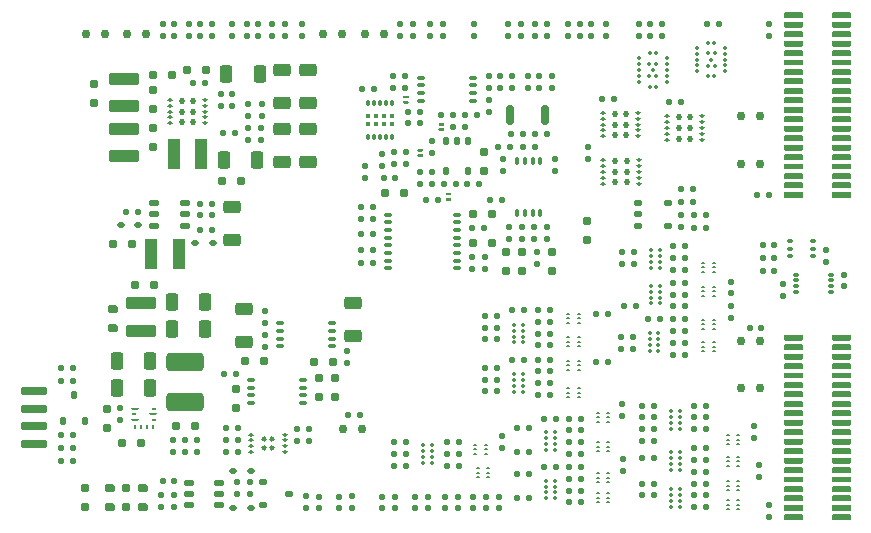
<source format=gbr>
%TF.GenerationSoftware,Altium Limited,Altium Designer,25.3.3 (18)*%
G04 Layer_Color=8421504*
%FSLAX45Y45*%
%MOMM*%
%TF.SameCoordinates,3F5801E6-D28E-45E5-A6F2-2741A7385EEC*%
%TF.FilePolarity,Positive*%
%TF.FileFunction,Paste,Top*%
%TF.Part,Single*%
G01*
G75*
%TA.AperFunction,SMDPad,CuDef*%
G04:AMPARAMS|DCode=50|XSize=2.2mm|YSize=0.7mm|CornerRadius=0.175mm|HoleSize=0mm|Usage=FLASHONLY|Rotation=180.000|XOffset=0mm|YOffset=0mm|HoleType=Round|Shape=RoundedRectangle|*
%AMROUNDEDRECTD50*
21,1,2.20000,0.35000,0,0,180.0*
21,1,1.85000,0.70000,0,0,180.0*
1,1,0.35000,-0.92500,0.17500*
1,1,0.35000,0.92500,0.17500*
1,1,0.35000,0.92500,-0.17500*
1,1,0.35000,-0.92500,-0.17500*
%
%ADD50ROUNDEDRECTD50*%
G04:AMPARAMS|DCode=106|XSize=1.45862mm|YSize=1.05862mm|CornerRadius=0.21681mm|HoleSize=0mm|Usage=FLASHONLY|Rotation=0.000|XOffset=0mm|YOffset=0mm|HoleType=Round|Shape=RoundedRectangle|*
%AMROUNDEDRECTD106*
21,1,1.45862,0.62500,0,0,0.0*
21,1,1.02500,1.05862,0,0,0.0*
1,1,0.43362,0.51250,-0.31250*
1,1,0.43362,-0.51250,-0.31250*
1,1,0.43362,-0.51250,0.31250*
1,1,0.43362,0.51250,0.31250*
%
%ADD106ROUNDEDRECTD106*%
G04:AMPARAMS|DCode=107|XSize=1.45862mm|YSize=1.05862mm|CornerRadius=0.21681mm|HoleSize=0mm|Usage=FLASHONLY|Rotation=90.000|XOffset=0mm|YOffset=0mm|HoleType=Round|Shape=RoundedRectangle|*
%AMROUNDEDRECTD107*
21,1,1.45862,0.62500,0,0,90.0*
21,1,1.02500,1.05862,0,0,90.0*
1,1,0.43362,0.31250,0.51250*
1,1,0.43362,0.31250,-0.51250*
1,1,0.43362,-0.31250,-0.51250*
1,1,0.43362,-0.31250,0.51250*
%
%ADD107ROUNDEDRECTD107*%
%TA.AperFunction,NonConductor*%
%ADD121C,0.24000*%
%TA.AperFunction,OtherPad,Free Pad (75.94mm,7.48mm)*%
G04:AMPARAMS|DCode=122|XSize=0.3mm|YSize=0.21mm|CornerRadius=0.0945mm|HoleSize=0mm|Usage=FLASHONLY|Rotation=0.000|XOffset=0mm|YOffset=0mm|HoleType=Round|Shape=RoundedRectangle|*
%AMROUNDEDRECTD122*
21,1,0.30000,0.02100,0,0,0.0*
21,1,0.11100,0.21000,0,0,0.0*
1,1,0.18900,0.05550,-0.01050*
1,1,0.18900,-0.05550,-0.01050*
1,1,0.18900,-0.05550,0.01050*
1,1,0.18900,0.05550,0.01050*
%
%ADD122ROUNDEDRECTD122*%
%TA.AperFunction,OtherPad,Free Pad (75.94mm,7.1mm)*%
G04:AMPARAMS|DCode=123|XSize=0.3mm|YSize=0.21mm|CornerRadius=0.0945mm|HoleSize=0mm|Usage=FLASHONLY|Rotation=0.000|XOffset=0mm|YOffset=0mm|HoleType=Round|Shape=RoundedRectangle|*
%AMROUNDEDRECTD123*
21,1,0.30000,0.02100,0,0,0.0*
21,1,0.11100,0.21000,0,0,0.0*
1,1,0.18900,0.05550,-0.01050*
1,1,0.18900,-0.05550,-0.01050*
1,1,0.18900,-0.05550,0.01050*
1,1,0.18900,0.05550,0.01050*
%
%ADD123ROUNDEDRECTD123*%
%TA.AperFunction,OtherPad,Free Pad (75.94mm,6.72mm)*%
G04:AMPARAMS|DCode=124|XSize=0.3mm|YSize=0.21mm|CornerRadius=0.0945mm|HoleSize=0mm|Usage=FLASHONLY|Rotation=0.000|XOffset=0mm|YOffset=0mm|HoleType=Round|Shape=RoundedRectangle|*
%AMROUNDEDRECTD124*
21,1,0.30000,0.02100,0,0,0.0*
21,1,0.11100,0.21000,0,0,0.0*
1,1,0.18900,0.05550,-0.01050*
1,1,0.18900,-0.05550,-0.01050*
1,1,0.18900,-0.05550,0.01050*
1,1,0.18900,0.05550,0.01050*
%
%ADD124ROUNDEDRECTD124*%
%TA.AperFunction,OtherPad,Free Pad (75.06mm,6.72mm)*%
G04:AMPARAMS|DCode=125|XSize=0.3mm|YSize=0.21mm|CornerRadius=0.0945mm|HoleSize=0mm|Usage=FLASHONLY|Rotation=0.000|XOffset=0mm|YOffset=0mm|HoleType=Round|Shape=RoundedRectangle|*
%AMROUNDEDRECTD125*
21,1,0.30000,0.02100,0,0,0.0*
21,1,0.11100,0.21000,0,0,0.0*
1,1,0.18900,0.05550,-0.01050*
1,1,0.18900,-0.05550,-0.01050*
1,1,0.18900,-0.05550,0.01050*
1,1,0.18900,0.05550,0.01050*
%
%ADD125ROUNDEDRECTD125*%
%TA.AperFunction,OtherPad,Free Pad (75.06mm,7.1mm)*%
G04:AMPARAMS|DCode=126|XSize=0.3mm|YSize=0.21mm|CornerRadius=0.0945mm|HoleSize=0mm|Usage=FLASHONLY|Rotation=0.000|XOffset=0mm|YOffset=0mm|HoleType=Round|Shape=RoundedRectangle|*
%AMROUNDEDRECTD126*
21,1,0.30000,0.02100,0,0,0.0*
21,1,0.11100,0.21000,0,0,0.0*
1,1,0.18900,0.05550,-0.01050*
1,1,0.18900,-0.05550,-0.01050*
1,1,0.18900,-0.05550,0.01050*
1,1,0.18900,0.05550,0.01050*
%
%ADD126ROUNDEDRECTD126*%
%TA.AperFunction,OtherPad,Free Pad (75.06mm,7.48mm)*%
G04:AMPARAMS|DCode=127|XSize=0.3mm|YSize=0.21mm|CornerRadius=0.0945mm|HoleSize=0mm|Usage=FLASHONLY|Rotation=0.000|XOffset=0mm|YOffset=0mm|HoleType=Round|Shape=RoundedRectangle|*
%AMROUNDEDRECTD127*
21,1,0.30000,0.02100,0,0,0.0*
21,1,0.11100,0.21000,0,0,0.0*
1,1,0.18900,0.05550,-0.01050*
1,1,0.18900,-0.05550,-0.01050*
1,1,0.18900,-0.05550,0.01050*
1,1,0.18900,0.05550,0.01050*
%
%ADD127ROUNDEDRECTD127*%
%TA.AperFunction,OtherPad,Free Pad (54.74mm,10.18mm)*%
G04:AMPARAMS|DCode=128|XSize=0.3mm|YSize=0.21mm|CornerRadius=0.0945mm|HoleSize=0mm|Usage=FLASHONLY|Rotation=0.000|XOffset=0mm|YOffset=0mm|HoleType=Round|Shape=RoundedRectangle|*
%AMROUNDEDRECTD128*
21,1,0.30000,0.02100,0,0,0.0*
21,1,0.11100,0.21000,0,0,0.0*
1,1,0.18900,0.05550,-0.01050*
1,1,0.18900,-0.05550,-0.01050*
1,1,0.18900,-0.05550,0.01050*
1,1,0.18900,0.05550,0.01050*
%
%ADD128ROUNDEDRECTD128*%
%TA.AperFunction,OtherPad,Free Pad (54.74mm,9.8mm)*%
G04:AMPARAMS|DCode=129|XSize=0.3mm|YSize=0.21mm|CornerRadius=0.0945mm|HoleSize=0mm|Usage=FLASHONLY|Rotation=0.000|XOffset=0mm|YOffset=0mm|HoleType=Round|Shape=RoundedRectangle|*
%AMROUNDEDRECTD129*
21,1,0.30000,0.02100,0,0,0.0*
21,1,0.11100,0.21000,0,0,0.0*
1,1,0.18900,0.05550,-0.01050*
1,1,0.18900,-0.05550,-0.01050*
1,1,0.18900,-0.05550,0.01050*
1,1,0.18900,0.05550,0.01050*
%
%ADD129ROUNDEDRECTD129*%
%TA.AperFunction,OtherPad,Free Pad (54.74mm,9.42mm)*%
G04:AMPARAMS|DCode=130|XSize=0.3mm|YSize=0.21mm|CornerRadius=0.0945mm|HoleSize=0mm|Usage=FLASHONLY|Rotation=0.000|XOffset=0mm|YOffset=0mm|HoleType=Round|Shape=RoundedRectangle|*
%AMROUNDEDRECTD130*
21,1,0.30000,0.02100,0,0,0.0*
21,1,0.11100,0.21000,0,0,0.0*
1,1,0.18900,0.05550,-0.01050*
1,1,0.18900,-0.05550,-0.01050*
1,1,0.18900,-0.05550,0.01050*
1,1,0.18900,0.05550,0.01050*
%
%ADD130ROUNDEDRECTD130*%
%TA.AperFunction,OtherPad,Free Pad (53.86mm,9.42mm)*%
G04:AMPARAMS|DCode=131|XSize=0.3mm|YSize=0.21mm|CornerRadius=0.0945mm|HoleSize=0mm|Usage=FLASHONLY|Rotation=0.000|XOffset=0mm|YOffset=0mm|HoleType=Round|Shape=RoundedRectangle|*
%AMROUNDEDRECTD131*
21,1,0.30000,0.02100,0,0,0.0*
21,1,0.11100,0.21000,0,0,0.0*
1,1,0.18900,0.05550,-0.01050*
1,1,0.18900,-0.05550,-0.01050*
1,1,0.18900,-0.05550,0.01050*
1,1,0.18900,0.05550,0.01050*
%
%ADD131ROUNDEDRECTD131*%
%TA.AperFunction,OtherPad,Free Pad (53.86mm,9.8mm)*%
G04:AMPARAMS|DCode=132|XSize=0.3mm|YSize=0.21mm|CornerRadius=0.0945mm|HoleSize=0mm|Usage=FLASHONLY|Rotation=0.000|XOffset=0mm|YOffset=0mm|HoleType=Round|Shape=RoundedRectangle|*
%AMROUNDEDRECTD132*
21,1,0.30000,0.02100,0,0,0.0*
21,1,0.11100,0.21000,0,0,0.0*
1,1,0.18900,0.05550,-0.01050*
1,1,0.18900,-0.05550,-0.01050*
1,1,0.18900,-0.05550,0.01050*
1,1,0.18900,0.05550,0.01050*
%
%ADD132ROUNDEDRECTD132*%
%TA.AperFunction,OtherPad,Free Pad (53.86mm,10.18mm)*%
G04:AMPARAMS|DCode=133|XSize=0.3mm|YSize=0.21mm|CornerRadius=0.0945mm|HoleSize=0mm|Usage=FLASHONLY|Rotation=0.000|XOffset=0mm|YOffset=0mm|HoleType=Round|Shape=RoundedRectangle|*
%AMROUNDEDRECTD133*
21,1,0.30000,0.02100,0,0,0.0*
21,1,0.11100,0.21000,0,0,0.0*
1,1,0.18900,0.05550,-0.01050*
1,1,0.18900,-0.05550,-0.01050*
1,1,0.18900,-0.05550,0.01050*
1,1,0.18900,0.05550,0.01050*
%
%ADD133ROUNDEDRECTD133*%
%TA.AperFunction,OtherPad,Free Pad (64.94mm,8.08mm)*%
G04:AMPARAMS|DCode=134|XSize=0.3mm|YSize=0.21mm|CornerRadius=0.0945mm|HoleSize=0mm|Usage=FLASHONLY|Rotation=0.000|XOffset=0mm|YOffset=0mm|HoleType=Round|Shape=RoundedRectangle|*
%AMROUNDEDRECTD134*
21,1,0.30000,0.02100,0,0,0.0*
21,1,0.11100,0.21000,0,0,0.0*
1,1,0.18900,0.05550,-0.01050*
1,1,0.18900,-0.05550,-0.01050*
1,1,0.18900,-0.05550,0.01050*
1,1,0.18900,0.05550,0.01050*
%
%ADD134ROUNDEDRECTD134*%
%TA.AperFunction,OtherPad,Free Pad (64.94mm,7.7mm)*%
G04:AMPARAMS|DCode=135|XSize=0.3mm|YSize=0.21mm|CornerRadius=0.0945mm|HoleSize=0mm|Usage=FLASHONLY|Rotation=0.000|XOffset=0mm|YOffset=0mm|HoleType=Round|Shape=RoundedRectangle|*
%AMROUNDEDRECTD135*
21,1,0.30000,0.02100,0,0,0.0*
21,1,0.11100,0.21000,0,0,0.0*
1,1,0.18900,0.05550,-0.01050*
1,1,0.18900,-0.05550,-0.01050*
1,1,0.18900,-0.05550,0.01050*
1,1,0.18900,0.05550,0.01050*
%
%ADD135ROUNDEDRECTD135*%
%TA.AperFunction,OtherPad,Free Pad (64.94mm,7.32mm)*%
G04:AMPARAMS|DCode=136|XSize=0.3mm|YSize=0.21mm|CornerRadius=0.0945mm|HoleSize=0mm|Usage=FLASHONLY|Rotation=0.000|XOffset=0mm|YOffset=0mm|HoleType=Round|Shape=RoundedRectangle|*
%AMROUNDEDRECTD136*
21,1,0.30000,0.02100,0,0,0.0*
21,1,0.11100,0.21000,0,0,0.0*
1,1,0.18900,0.05550,-0.01050*
1,1,0.18900,-0.05550,-0.01050*
1,1,0.18900,-0.05550,0.01050*
1,1,0.18900,0.05550,0.01050*
%
%ADD136ROUNDEDRECTD136*%
%TA.AperFunction,OtherPad,Free Pad (64.06mm,7.32mm)*%
G04:AMPARAMS|DCode=137|XSize=0.3mm|YSize=0.21mm|CornerRadius=0.0945mm|HoleSize=0mm|Usage=FLASHONLY|Rotation=0.000|XOffset=0mm|YOffset=0mm|HoleType=Round|Shape=RoundedRectangle|*
%AMROUNDEDRECTD137*
21,1,0.30000,0.02100,0,0,0.0*
21,1,0.11100,0.21000,0,0,0.0*
1,1,0.18900,0.05550,-0.01050*
1,1,0.18900,-0.05550,-0.01050*
1,1,0.18900,-0.05550,0.01050*
1,1,0.18900,0.05550,0.01050*
%
%ADD137ROUNDEDRECTD137*%
%TA.AperFunction,OtherPad,Free Pad (64.06mm,7.7mm)*%
G04:AMPARAMS|DCode=138|XSize=0.3mm|YSize=0.21mm|CornerRadius=0.0945mm|HoleSize=0mm|Usage=FLASHONLY|Rotation=0.000|XOffset=0mm|YOffset=0mm|HoleType=Round|Shape=RoundedRectangle|*
%AMROUNDEDRECTD138*
21,1,0.30000,0.02100,0,0,0.0*
21,1,0.11100,0.21000,0,0,0.0*
1,1,0.18900,0.05550,-0.01050*
1,1,0.18900,-0.05550,-0.01050*
1,1,0.18900,-0.05550,0.01050*
1,1,0.18900,0.05550,0.01050*
%
%ADD138ROUNDEDRECTD138*%
%TA.AperFunction,OtherPad,Free Pad (64.06mm,8.08mm)*%
G04:AMPARAMS|DCode=139|XSize=0.3mm|YSize=0.21mm|CornerRadius=0.0945mm|HoleSize=0mm|Usage=FLASHONLY|Rotation=0.000|XOffset=0mm|YOffset=0mm|HoleType=Round|Shape=RoundedRectangle|*
%AMROUNDEDRECTD139*
21,1,0.30000,0.02100,0,0,0.0*
21,1,0.11100,0.21000,0,0,0.0*
1,1,0.18900,0.05550,-0.01050*
1,1,0.18900,-0.05550,-0.01050*
1,1,0.18900,-0.05550,0.01050*
1,1,0.18900,0.05550,0.01050*
%
%ADD139ROUNDEDRECTD139*%
%TA.AperFunction,OtherPad,Free Pad (62.44mm,21.28mm)*%
G04:AMPARAMS|DCode=140|XSize=0.3mm|YSize=0.21mm|CornerRadius=0.0945mm|HoleSize=0mm|Usage=FLASHONLY|Rotation=0.000|XOffset=0mm|YOffset=0mm|HoleType=Round|Shape=RoundedRectangle|*
%AMROUNDEDRECTD140*
21,1,0.30000,0.02100,0,0,0.0*
21,1,0.11100,0.21000,0,0,0.0*
1,1,0.18900,0.05550,-0.01050*
1,1,0.18900,-0.05550,-0.01050*
1,1,0.18900,-0.05550,0.01050*
1,1,0.18900,0.05550,0.01050*
%
%ADD140ROUNDEDRECTD140*%
%TA.AperFunction,OtherPad,Free Pad (62.44mm,20.9mm)*%
G04:AMPARAMS|DCode=141|XSize=0.3mm|YSize=0.21mm|CornerRadius=0.0945mm|HoleSize=0mm|Usage=FLASHONLY|Rotation=0.000|XOffset=0mm|YOffset=0mm|HoleType=Round|Shape=RoundedRectangle|*
%AMROUNDEDRECTD141*
21,1,0.30000,0.02100,0,0,0.0*
21,1,0.11100,0.21000,0,0,0.0*
1,1,0.18900,0.05550,-0.01050*
1,1,0.18900,-0.05550,-0.01050*
1,1,0.18900,-0.05550,0.01050*
1,1,0.18900,0.05550,0.01050*
%
%ADD141ROUNDEDRECTD141*%
%TA.AperFunction,OtherPad,Free Pad (62.44mm,20.52mm)*%
G04:AMPARAMS|DCode=142|XSize=0.3mm|YSize=0.21mm|CornerRadius=0.0945mm|HoleSize=0mm|Usage=FLASHONLY|Rotation=0.000|XOffset=0mm|YOffset=0mm|HoleType=Round|Shape=RoundedRectangle|*
%AMROUNDEDRECTD142*
21,1,0.30000,0.02100,0,0,0.0*
21,1,0.11100,0.21000,0,0,0.0*
1,1,0.18900,0.05550,-0.01050*
1,1,0.18900,-0.05550,-0.01050*
1,1,0.18900,-0.05550,0.01050*
1,1,0.18900,0.05550,0.01050*
%
%ADD142ROUNDEDRECTD142*%
%TA.AperFunction,OtherPad,Free Pad (61.56mm,20.52mm)*%
G04:AMPARAMS|DCode=143|XSize=0.3mm|YSize=0.21mm|CornerRadius=0.0945mm|HoleSize=0mm|Usage=FLASHONLY|Rotation=0.000|XOffset=0mm|YOffset=0mm|HoleType=Round|Shape=RoundedRectangle|*
%AMROUNDEDRECTD143*
21,1,0.30000,0.02100,0,0,0.0*
21,1,0.11100,0.21000,0,0,0.0*
1,1,0.18900,0.05550,-0.01050*
1,1,0.18900,-0.05550,-0.01050*
1,1,0.18900,-0.05550,0.01050*
1,1,0.18900,0.05550,0.01050*
%
%ADD143ROUNDEDRECTD143*%
%TA.AperFunction,OtherPad,Free Pad (61.56mm,20.9mm)*%
G04:AMPARAMS|DCode=144|XSize=0.3mm|YSize=0.21mm|CornerRadius=0.0945mm|HoleSize=0mm|Usage=FLASHONLY|Rotation=0.000|XOffset=0mm|YOffset=0mm|HoleType=Round|Shape=RoundedRectangle|*
%AMROUNDEDRECTD144*
21,1,0.30000,0.02100,0,0,0.0*
21,1,0.11100,0.21000,0,0,0.0*
1,1,0.18900,0.05550,-0.01050*
1,1,0.18900,-0.05550,-0.01050*
1,1,0.18900,-0.05550,0.01050*
1,1,0.18900,0.05550,0.01050*
%
%ADD144ROUNDEDRECTD144*%
%TA.AperFunction,OtherPad,Free Pad (61.56mm,21.28mm)*%
G04:AMPARAMS|DCode=145|XSize=0.3mm|YSize=0.21mm|CornerRadius=0.0945mm|HoleSize=0mm|Usage=FLASHONLY|Rotation=0.000|XOffset=0mm|YOffset=0mm|HoleType=Round|Shape=RoundedRectangle|*
%AMROUNDEDRECTD145*
21,1,0.30000,0.02100,0,0,0.0*
21,1,0.11100,0.21000,0,0,0.0*
1,1,0.18900,0.05550,-0.01050*
1,1,0.18900,-0.05550,-0.01050*
1,1,0.18900,-0.05550,0.01050*
1,1,0.18900,0.05550,0.01050*
%
%ADD145ROUNDEDRECTD145*%
%TA.AperFunction,OtherPad,Free Pad (54.54mm,12.18mm)*%
G04:AMPARAMS|DCode=146|XSize=0.3mm|YSize=0.21mm|CornerRadius=0.0945mm|HoleSize=0mm|Usage=FLASHONLY|Rotation=0.000|XOffset=0mm|YOffset=0mm|HoleType=Round|Shape=RoundedRectangle|*
%AMROUNDEDRECTD146*
21,1,0.30000,0.02100,0,0,0.0*
21,1,0.11100,0.21000,0,0,0.0*
1,1,0.18900,0.05550,-0.01050*
1,1,0.18900,-0.05550,-0.01050*
1,1,0.18900,-0.05550,0.01050*
1,1,0.18900,0.05550,0.01050*
%
%ADD146ROUNDEDRECTD146*%
%TA.AperFunction,OtherPad,Free Pad (54.54mm,11.8mm)*%
G04:AMPARAMS|DCode=147|XSize=0.3mm|YSize=0.21mm|CornerRadius=0.0945mm|HoleSize=0mm|Usage=FLASHONLY|Rotation=0.000|XOffset=0mm|YOffset=0mm|HoleType=Round|Shape=RoundedRectangle|*
%AMROUNDEDRECTD147*
21,1,0.30000,0.02100,0,0,0.0*
21,1,0.11100,0.21000,0,0,0.0*
1,1,0.18900,0.05550,-0.01050*
1,1,0.18900,-0.05550,-0.01050*
1,1,0.18900,-0.05550,0.01050*
1,1,0.18900,0.05550,0.01050*
%
%ADD147ROUNDEDRECTD147*%
%TA.AperFunction,OtherPad,Free Pad (54.54mm,11.42mm)*%
G04:AMPARAMS|DCode=148|XSize=0.3mm|YSize=0.21mm|CornerRadius=0.0945mm|HoleSize=0mm|Usage=FLASHONLY|Rotation=0.000|XOffset=0mm|YOffset=0mm|HoleType=Round|Shape=RoundedRectangle|*
%AMROUNDEDRECTD148*
21,1,0.30000,0.02100,0,0,0.0*
21,1,0.11100,0.21000,0,0,0.0*
1,1,0.18900,0.05550,-0.01050*
1,1,0.18900,-0.05550,-0.01050*
1,1,0.18900,-0.05550,0.01050*
1,1,0.18900,0.05550,0.01050*
%
%ADD148ROUNDEDRECTD148*%
%TA.AperFunction,OtherPad,Free Pad (53.66mm,11.42mm)*%
G04:AMPARAMS|DCode=149|XSize=0.3mm|YSize=0.21mm|CornerRadius=0.0945mm|HoleSize=0mm|Usage=FLASHONLY|Rotation=0.000|XOffset=0mm|YOffset=0mm|HoleType=Round|Shape=RoundedRectangle|*
%AMROUNDEDRECTD149*
21,1,0.30000,0.02100,0,0,0.0*
21,1,0.11100,0.21000,0,0,0.0*
1,1,0.18900,0.05550,-0.01050*
1,1,0.18900,-0.05550,-0.01050*
1,1,0.18900,-0.05550,0.01050*
1,1,0.18900,0.05550,0.01050*
%
%ADD149ROUNDEDRECTD149*%
%TA.AperFunction,OtherPad,Free Pad (53.66mm,11.8mm)*%
G04:AMPARAMS|DCode=150|XSize=0.3mm|YSize=0.21mm|CornerRadius=0.0945mm|HoleSize=0mm|Usage=FLASHONLY|Rotation=0.000|XOffset=0mm|YOffset=0mm|HoleType=Round|Shape=RoundedRectangle|*
%AMROUNDEDRECTD150*
21,1,0.30000,0.02100,0,0,0.0*
21,1,0.11100,0.21000,0,0,0.0*
1,1,0.18900,0.05550,-0.01050*
1,1,0.18900,-0.05550,-0.01050*
1,1,0.18900,-0.05550,0.01050*
1,1,0.18900,0.05550,0.01050*
%
%ADD150ROUNDEDRECTD150*%
%TA.AperFunction,OtherPad,Free Pad (53.66mm,12.18mm)*%
G04:AMPARAMS|DCode=151|XSize=0.3mm|YSize=0.21mm|CornerRadius=0.0945mm|HoleSize=0mm|Usage=FLASHONLY|Rotation=0.000|XOffset=0mm|YOffset=0mm|HoleType=Round|Shape=RoundedRectangle|*
%AMROUNDEDRECTD151*
21,1,0.30000,0.02100,0,0,0.0*
21,1,0.11100,0.21000,0,0,0.0*
1,1,0.18900,0.05550,-0.01050*
1,1,0.18900,-0.05550,-0.01050*
1,1,0.18900,-0.05550,0.01050*
1,1,0.18900,0.05550,0.01050*
%
%ADD151ROUNDEDRECTD151*%
%TA.AperFunction,OtherPad,Free Pad (64.94mm,9.78mm)*%
G04:AMPARAMS|DCode=152|XSize=0.3mm|YSize=0.21mm|CornerRadius=0.0945mm|HoleSize=0mm|Usage=FLASHONLY|Rotation=0.000|XOffset=0mm|YOffset=0mm|HoleType=Round|Shape=RoundedRectangle|*
%AMROUNDEDRECTD152*
21,1,0.30000,0.02100,0,0,0.0*
21,1,0.11100,0.21000,0,0,0.0*
1,1,0.18900,0.05550,-0.01050*
1,1,0.18900,-0.05550,-0.01050*
1,1,0.18900,-0.05550,0.01050*
1,1,0.18900,0.05550,0.01050*
%
%ADD152ROUNDEDRECTD152*%
%TA.AperFunction,OtherPad,Free Pad (64.94mm,9.4mm)*%
G04:AMPARAMS|DCode=153|XSize=0.3mm|YSize=0.21mm|CornerRadius=0.0945mm|HoleSize=0mm|Usage=FLASHONLY|Rotation=0.000|XOffset=0mm|YOffset=0mm|HoleType=Round|Shape=RoundedRectangle|*
%AMROUNDEDRECTD153*
21,1,0.30000,0.02100,0,0,0.0*
21,1,0.11100,0.21000,0,0,0.0*
1,1,0.18900,0.05550,-0.01050*
1,1,0.18900,-0.05550,-0.01050*
1,1,0.18900,-0.05550,0.01050*
1,1,0.18900,0.05550,0.01050*
%
%ADD153ROUNDEDRECTD153*%
%TA.AperFunction,OtherPad,Free Pad (64.94mm,9.02mm)*%
G04:AMPARAMS|DCode=154|XSize=0.3mm|YSize=0.21mm|CornerRadius=0.0945mm|HoleSize=0mm|Usage=FLASHONLY|Rotation=0.000|XOffset=0mm|YOffset=0mm|HoleType=Round|Shape=RoundedRectangle|*
%AMROUNDEDRECTD154*
21,1,0.30000,0.02100,0,0,0.0*
21,1,0.11100,0.21000,0,0,0.0*
1,1,0.18900,0.05550,-0.01050*
1,1,0.18900,-0.05550,-0.01050*
1,1,0.18900,-0.05550,0.01050*
1,1,0.18900,0.05550,0.01050*
%
%ADD154ROUNDEDRECTD154*%
%TA.AperFunction,OtherPad,Free Pad (64.06mm,9.02mm)*%
G04:AMPARAMS|DCode=155|XSize=0.3mm|YSize=0.21mm|CornerRadius=0.0945mm|HoleSize=0mm|Usage=FLASHONLY|Rotation=0.000|XOffset=0mm|YOffset=0mm|HoleType=Round|Shape=RoundedRectangle|*
%AMROUNDEDRECTD155*
21,1,0.30000,0.02100,0,0,0.0*
21,1,0.11100,0.21000,0,0,0.0*
1,1,0.18900,0.05550,-0.01050*
1,1,0.18900,-0.05550,-0.01050*
1,1,0.18900,-0.05550,0.01050*
1,1,0.18900,0.05550,0.01050*
%
%ADD155ROUNDEDRECTD155*%
%TA.AperFunction,OtherPad,Free Pad (64.06mm,9.4mm)*%
G04:AMPARAMS|DCode=156|XSize=0.3mm|YSize=0.21mm|CornerRadius=0.0945mm|HoleSize=0mm|Usage=FLASHONLY|Rotation=0.000|XOffset=0mm|YOffset=0mm|HoleType=Round|Shape=RoundedRectangle|*
%AMROUNDEDRECTD156*
21,1,0.30000,0.02100,0,0,0.0*
21,1,0.11100,0.21000,0,0,0.0*
1,1,0.18900,0.05550,-0.01050*
1,1,0.18900,-0.05550,-0.01050*
1,1,0.18900,-0.05550,0.01050*
1,1,0.18900,0.05550,0.01050*
%
%ADD156ROUNDEDRECTD156*%
%TA.AperFunction,OtherPad,Free Pad (64.06mm,9.78mm)*%
G04:AMPARAMS|DCode=157|XSize=0.3mm|YSize=0.21mm|CornerRadius=0.0945mm|HoleSize=0mm|Usage=FLASHONLY|Rotation=0.000|XOffset=0mm|YOffset=0mm|HoleType=Round|Shape=RoundedRectangle|*
%AMROUNDEDRECTD157*
21,1,0.30000,0.02100,0,0,0.0*
21,1,0.11100,0.21000,0,0,0.0*
1,1,0.18900,0.05550,-0.01050*
1,1,0.18900,-0.05550,-0.01050*
1,1,0.18900,-0.05550,0.01050*
1,1,0.18900,0.05550,0.01050*
%
%ADD157ROUNDEDRECTD157*%
%TA.AperFunction,OtherPad,Free Pad (62.44mm,23.28mm)*%
G04:AMPARAMS|DCode=158|XSize=0.3mm|YSize=0.21mm|CornerRadius=0.0945mm|HoleSize=0mm|Usage=FLASHONLY|Rotation=0.000|XOffset=0mm|YOffset=0mm|HoleType=Round|Shape=RoundedRectangle|*
%AMROUNDEDRECTD158*
21,1,0.30000,0.02100,0,0,0.0*
21,1,0.11100,0.21000,0,0,0.0*
1,1,0.18900,0.05550,-0.01050*
1,1,0.18900,-0.05550,-0.01050*
1,1,0.18900,-0.05550,0.01050*
1,1,0.18900,0.05550,0.01050*
%
%ADD158ROUNDEDRECTD158*%
%TA.AperFunction,OtherPad,Free Pad (62.44mm,22.9mm)*%
G04:AMPARAMS|DCode=159|XSize=0.3mm|YSize=0.21mm|CornerRadius=0.0945mm|HoleSize=0mm|Usage=FLASHONLY|Rotation=0.000|XOffset=0mm|YOffset=0mm|HoleType=Round|Shape=RoundedRectangle|*
%AMROUNDEDRECTD159*
21,1,0.30000,0.02100,0,0,0.0*
21,1,0.11100,0.21000,0,0,0.0*
1,1,0.18900,0.05550,-0.01050*
1,1,0.18900,-0.05550,-0.01050*
1,1,0.18900,-0.05550,0.01050*
1,1,0.18900,0.05550,0.01050*
%
%ADD159ROUNDEDRECTD159*%
%TA.AperFunction,OtherPad,Free Pad (62.44mm,22.52mm)*%
G04:AMPARAMS|DCode=160|XSize=0.3mm|YSize=0.21mm|CornerRadius=0.0945mm|HoleSize=0mm|Usage=FLASHONLY|Rotation=0.000|XOffset=0mm|YOffset=0mm|HoleType=Round|Shape=RoundedRectangle|*
%AMROUNDEDRECTD160*
21,1,0.30000,0.02100,0,0,0.0*
21,1,0.11100,0.21000,0,0,0.0*
1,1,0.18900,0.05550,-0.01050*
1,1,0.18900,-0.05550,-0.01050*
1,1,0.18900,-0.05550,0.01050*
1,1,0.18900,0.05550,0.01050*
%
%ADD160ROUNDEDRECTD160*%
%TA.AperFunction,OtherPad,Free Pad (61.56mm,22.52mm)*%
G04:AMPARAMS|DCode=161|XSize=0.3mm|YSize=0.21mm|CornerRadius=0.0945mm|HoleSize=0mm|Usage=FLASHONLY|Rotation=0.000|XOffset=0mm|YOffset=0mm|HoleType=Round|Shape=RoundedRectangle|*
%AMROUNDEDRECTD161*
21,1,0.30000,0.02100,0,0,0.0*
21,1,0.11100,0.21000,0,0,0.0*
1,1,0.18900,0.05550,-0.01050*
1,1,0.18900,-0.05550,-0.01050*
1,1,0.18900,-0.05550,0.01050*
1,1,0.18900,0.05550,0.01050*
%
%ADD161ROUNDEDRECTD161*%
%TA.AperFunction,OtherPad,Free Pad (61.56mm,22.9mm)*%
G04:AMPARAMS|DCode=162|XSize=0.3mm|YSize=0.21mm|CornerRadius=0.0945mm|HoleSize=0mm|Usage=FLASHONLY|Rotation=0.000|XOffset=0mm|YOffset=0mm|HoleType=Round|Shape=RoundedRectangle|*
%AMROUNDEDRECTD162*
21,1,0.30000,0.02100,0,0,0.0*
21,1,0.11100,0.21000,0,0,0.0*
1,1,0.18900,0.05550,-0.01050*
1,1,0.18900,-0.05550,-0.01050*
1,1,0.18900,-0.05550,0.01050*
1,1,0.18900,0.05550,0.01050*
%
%ADD162ROUNDEDRECTD162*%
%TA.AperFunction,OtherPad,Free Pad (61.56mm,23.28mm)*%
G04:AMPARAMS|DCode=163|XSize=0.3mm|YSize=0.21mm|CornerRadius=0.0945mm|HoleSize=0mm|Usage=FLASHONLY|Rotation=0.000|XOffset=0mm|YOffset=0mm|HoleType=Round|Shape=RoundedRectangle|*
%AMROUNDEDRECTD163*
21,1,0.30000,0.02100,0,0,0.0*
21,1,0.11100,0.21000,0,0,0.0*
1,1,0.18900,0.05550,-0.01050*
1,1,0.18900,-0.05550,-0.01050*
1,1,0.18900,-0.05550,0.01050*
1,1,0.18900,0.05550,0.01050*
%
%ADD163ROUNDEDRECTD163*%
%TA.AperFunction,OtherPad,Free Pad (64.94mm,12.38mm)*%
G04:AMPARAMS|DCode=164|XSize=0.3mm|YSize=0.21mm|CornerRadius=0.0945mm|HoleSize=0mm|Usage=FLASHONLY|Rotation=0.000|XOffset=0mm|YOffset=0mm|HoleType=Round|Shape=RoundedRectangle|*
%AMROUNDEDRECTD164*
21,1,0.30000,0.02100,0,0,0.0*
21,1,0.11100,0.21000,0,0,0.0*
1,1,0.18900,0.05550,-0.01050*
1,1,0.18900,-0.05550,-0.01050*
1,1,0.18900,-0.05550,0.01050*
1,1,0.18900,0.05550,0.01050*
%
%ADD164ROUNDEDRECTD164*%
%TA.AperFunction,OtherPad,Free Pad (64.94mm,12mm)*%
G04:AMPARAMS|DCode=165|XSize=0.3mm|YSize=0.21mm|CornerRadius=0.0945mm|HoleSize=0mm|Usage=FLASHONLY|Rotation=0.000|XOffset=0mm|YOffset=0mm|HoleType=Round|Shape=RoundedRectangle|*
%AMROUNDEDRECTD165*
21,1,0.30000,0.02100,0,0,0.0*
21,1,0.11100,0.21000,0,0,0.0*
1,1,0.18900,0.05550,-0.01050*
1,1,0.18900,-0.05550,-0.01050*
1,1,0.18900,-0.05550,0.01050*
1,1,0.18900,0.05550,0.01050*
%
%ADD165ROUNDEDRECTD165*%
%TA.AperFunction,OtherPad,Free Pad (64.94mm,11.62mm)*%
G04:AMPARAMS|DCode=166|XSize=0.3mm|YSize=0.21mm|CornerRadius=0.0945mm|HoleSize=0mm|Usage=FLASHONLY|Rotation=0.000|XOffset=0mm|YOffset=0mm|HoleType=Round|Shape=RoundedRectangle|*
%AMROUNDEDRECTD166*
21,1,0.30000,0.02100,0,0,0.0*
21,1,0.11100,0.21000,0,0,0.0*
1,1,0.18900,0.05550,-0.01050*
1,1,0.18900,-0.05550,-0.01050*
1,1,0.18900,-0.05550,0.01050*
1,1,0.18900,0.05550,0.01050*
%
%ADD166ROUNDEDRECTD166*%
%TA.AperFunction,OtherPad,Free Pad (64.06mm,11.62mm)*%
G04:AMPARAMS|DCode=167|XSize=0.3mm|YSize=0.21mm|CornerRadius=0.0945mm|HoleSize=0mm|Usage=FLASHONLY|Rotation=0.000|XOffset=0mm|YOffset=0mm|HoleType=Round|Shape=RoundedRectangle|*
%AMROUNDEDRECTD167*
21,1,0.30000,0.02100,0,0,0.0*
21,1,0.11100,0.21000,0,0,0.0*
1,1,0.18900,0.05550,-0.01050*
1,1,0.18900,-0.05550,-0.01050*
1,1,0.18900,-0.05550,0.01050*
1,1,0.18900,0.05550,0.01050*
%
%ADD167ROUNDEDRECTD167*%
%TA.AperFunction,OtherPad,Free Pad (64.06mm,12mm)*%
G04:AMPARAMS|DCode=168|XSize=0.3mm|YSize=0.21mm|CornerRadius=0.0945mm|HoleSize=0mm|Usage=FLASHONLY|Rotation=0.000|XOffset=0mm|YOffset=0mm|HoleType=Round|Shape=RoundedRectangle|*
%AMROUNDEDRECTD168*
21,1,0.30000,0.02100,0,0,0.0*
21,1,0.11100,0.21000,0,0,0.0*
1,1,0.18900,0.05550,-0.01050*
1,1,0.18900,-0.05550,-0.01050*
1,1,0.18900,-0.05550,0.01050*
1,1,0.18900,0.05550,0.01050*
%
%ADD168ROUNDEDRECTD168*%
%TA.AperFunction,OtherPad,Free Pad (64.06mm,12.38mm)*%
G04:AMPARAMS|DCode=169|XSize=0.3mm|YSize=0.21mm|CornerRadius=0.0945mm|HoleSize=0mm|Usage=FLASHONLY|Rotation=0.000|XOffset=0mm|YOffset=0mm|HoleType=Round|Shape=RoundedRectangle|*
%AMROUNDEDRECTD169*
21,1,0.30000,0.02100,0,0,0.0*
21,1,0.11100,0.21000,0,0,0.0*
1,1,0.18900,0.05550,-0.01050*
1,1,0.18900,-0.05550,-0.01050*
1,1,0.18900,-0.05550,0.01050*
1,1,0.18900,0.05550,0.01050*
%
%ADD169ROUNDEDRECTD169*%
%TA.AperFunction,OtherPad,Free Pad (73.84mm,20.88mm)*%
G04:AMPARAMS|DCode=170|XSize=0.3mm|YSize=0.21mm|CornerRadius=0.0945mm|HoleSize=0mm|Usage=FLASHONLY|Rotation=0.000|XOffset=0mm|YOffset=0mm|HoleType=Round|Shape=RoundedRectangle|*
%AMROUNDEDRECTD170*
21,1,0.30000,0.02100,0,0,0.0*
21,1,0.11100,0.21000,0,0,0.0*
1,1,0.18900,0.05550,-0.01050*
1,1,0.18900,-0.05550,-0.01050*
1,1,0.18900,-0.05550,0.01050*
1,1,0.18900,0.05550,0.01050*
%
%ADD170ROUNDEDRECTD170*%
%TA.AperFunction,OtherPad,Free Pad (73.84mm,20.5mm)*%
G04:AMPARAMS|DCode=171|XSize=0.3mm|YSize=0.21mm|CornerRadius=0.0945mm|HoleSize=0mm|Usage=FLASHONLY|Rotation=0.000|XOffset=0mm|YOffset=0mm|HoleType=Round|Shape=RoundedRectangle|*
%AMROUNDEDRECTD171*
21,1,0.30000,0.02100,0,0,0.0*
21,1,0.11100,0.21000,0,0,0.0*
1,1,0.18900,0.05550,-0.01050*
1,1,0.18900,-0.05550,-0.01050*
1,1,0.18900,-0.05550,0.01050*
1,1,0.18900,0.05550,0.01050*
%
%ADD171ROUNDEDRECTD171*%
%TA.AperFunction,OtherPad,Free Pad (73.84mm,20.12mm)*%
G04:AMPARAMS|DCode=172|XSize=0.3mm|YSize=0.21mm|CornerRadius=0.0945mm|HoleSize=0mm|Usage=FLASHONLY|Rotation=0.000|XOffset=0mm|YOffset=0mm|HoleType=Round|Shape=RoundedRectangle|*
%AMROUNDEDRECTD172*
21,1,0.30000,0.02100,0,0,0.0*
21,1,0.11100,0.21000,0,0,0.0*
1,1,0.18900,0.05550,-0.01050*
1,1,0.18900,-0.05550,-0.01050*
1,1,0.18900,-0.05550,0.01050*
1,1,0.18900,0.05550,0.01050*
%
%ADD172ROUNDEDRECTD172*%
%TA.AperFunction,OtherPad,Free Pad (72.96mm,20.12mm)*%
G04:AMPARAMS|DCode=173|XSize=0.3mm|YSize=0.21mm|CornerRadius=0.0945mm|HoleSize=0mm|Usage=FLASHONLY|Rotation=0.000|XOffset=0mm|YOffset=0mm|HoleType=Round|Shape=RoundedRectangle|*
%AMROUNDEDRECTD173*
21,1,0.30000,0.02100,0,0,0.0*
21,1,0.11100,0.21000,0,0,0.0*
1,1,0.18900,0.05550,-0.01050*
1,1,0.18900,-0.05550,-0.01050*
1,1,0.18900,-0.05550,0.01050*
1,1,0.18900,0.05550,0.01050*
%
%ADD173ROUNDEDRECTD173*%
%TA.AperFunction,OtherPad,Free Pad (72.96mm,20.5mm)*%
G04:AMPARAMS|DCode=174|XSize=0.3mm|YSize=0.21mm|CornerRadius=0.0945mm|HoleSize=0mm|Usage=FLASHONLY|Rotation=0.000|XOffset=0mm|YOffset=0mm|HoleType=Round|Shape=RoundedRectangle|*
%AMROUNDEDRECTD174*
21,1,0.30000,0.02100,0,0,0.0*
21,1,0.11100,0.21000,0,0,0.0*
1,1,0.18900,0.05550,-0.01050*
1,1,0.18900,-0.05550,-0.01050*
1,1,0.18900,-0.05550,0.01050*
1,1,0.18900,0.05550,0.01050*
%
%ADD174ROUNDEDRECTD174*%
%TA.AperFunction,OtherPad,Free Pad (72.96mm,20.88mm)*%
G04:AMPARAMS|DCode=175|XSize=0.3mm|YSize=0.21mm|CornerRadius=0.0945mm|HoleSize=0mm|Usage=FLASHONLY|Rotation=0.000|XOffset=0mm|YOffset=0mm|HoleType=Round|Shape=RoundedRectangle|*
%AMROUNDEDRECTD175*
21,1,0.30000,0.02100,0,0,0.0*
21,1,0.11100,0.21000,0,0,0.0*
1,1,0.18900,0.05550,-0.01050*
1,1,0.18900,-0.05550,-0.01050*
1,1,0.18900,-0.05550,0.01050*
1,1,0.18900,0.05550,0.01050*
%
%ADD175ROUNDEDRECTD175*%
%TA.AperFunction,OtherPad,Free Pad (75.94mm,9.08mm)*%
G04:AMPARAMS|DCode=176|XSize=0.3mm|YSize=0.21mm|CornerRadius=0.0945mm|HoleSize=0mm|Usage=FLASHONLY|Rotation=0.000|XOffset=0mm|YOffset=0mm|HoleType=Round|Shape=RoundedRectangle|*
%AMROUNDEDRECTD176*
21,1,0.30000,0.02100,0,0,0.0*
21,1,0.11100,0.21000,0,0,0.0*
1,1,0.18900,0.05550,-0.01050*
1,1,0.18900,-0.05550,-0.01050*
1,1,0.18900,-0.05550,0.01050*
1,1,0.18900,0.05550,0.01050*
%
%ADD176ROUNDEDRECTD176*%
%TA.AperFunction,OtherPad,Free Pad (75.94mm,8.7mm)*%
G04:AMPARAMS|DCode=177|XSize=0.3mm|YSize=0.21mm|CornerRadius=0.0945mm|HoleSize=0mm|Usage=FLASHONLY|Rotation=0.000|XOffset=0mm|YOffset=0mm|HoleType=Round|Shape=RoundedRectangle|*
%AMROUNDEDRECTD177*
21,1,0.30000,0.02100,0,0,0.0*
21,1,0.11100,0.21000,0,0,0.0*
1,1,0.18900,0.05550,-0.01050*
1,1,0.18900,-0.05550,-0.01050*
1,1,0.18900,-0.05550,0.01050*
1,1,0.18900,0.05550,0.01050*
%
%ADD177ROUNDEDRECTD177*%
%TA.AperFunction,OtherPad,Free Pad (75.94mm,8.32mm)*%
G04:AMPARAMS|DCode=178|XSize=0.3mm|YSize=0.21mm|CornerRadius=0.0945mm|HoleSize=0mm|Usage=FLASHONLY|Rotation=0.000|XOffset=0mm|YOffset=0mm|HoleType=Round|Shape=RoundedRectangle|*
%AMROUNDEDRECTD178*
21,1,0.30000,0.02100,0,0,0.0*
21,1,0.11100,0.21000,0,0,0.0*
1,1,0.18900,0.05550,-0.01050*
1,1,0.18900,-0.05550,-0.01050*
1,1,0.18900,-0.05550,0.01050*
1,1,0.18900,0.05550,0.01050*
%
%ADD178ROUNDEDRECTD178*%
%TA.AperFunction,OtherPad,Free Pad (75.06mm,8.32mm)*%
G04:AMPARAMS|DCode=179|XSize=0.3mm|YSize=0.21mm|CornerRadius=0.0945mm|HoleSize=0mm|Usage=FLASHONLY|Rotation=0.000|XOffset=0mm|YOffset=0mm|HoleType=Round|Shape=RoundedRectangle|*
%AMROUNDEDRECTD179*
21,1,0.30000,0.02100,0,0,0.0*
21,1,0.11100,0.21000,0,0,0.0*
1,1,0.18900,0.05550,-0.01050*
1,1,0.18900,-0.05550,-0.01050*
1,1,0.18900,-0.05550,0.01050*
1,1,0.18900,0.05550,0.01050*
%
%ADD179ROUNDEDRECTD179*%
%TA.AperFunction,OtherPad,Free Pad (75.06mm,8.7mm)*%
G04:AMPARAMS|DCode=180|XSize=0.3mm|YSize=0.21mm|CornerRadius=0.0945mm|HoleSize=0mm|Usage=FLASHONLY|Rotation=0.000|XOffset=0mm|YOffset=0mm|HoleType=Round|Shape=RoundedRectangle|*
%AMROUNDEDRECTD180*
21,1,0.30000,0.02100,0,0,0.0*
21,1,0.11100,0.21000,0,0,0.0*
1,1,0.18900,0.05550,-0.01050*
1,1,0.18900,-0.05550,-0.01050*
1,1,0.18900,-0.05550,0.01050*
1,1,0.18900,0.05550,0.01050*
%
%ADD180ROUNDEDRECTD180*%
%TA.AperFunction,OtherPad,Free Pad (75.06mm,9.08mm)*%
G04:AMPARAMS|DCode=181|XSize=0.3mm|YSize=0.21mm|CornerRadius=0.0945mm|HoleSize=0mm|Usage=FLASHONLY|Rotation=0.000|XOffset=0mm|YOffset=0mm|HoleType=Round|Shape=RoundedRectangle|*
%AMROUNDEDRECTD181*
21,1,0.30000,0.02100,0,0,0.0*
21,1,0.11100,0.21000,0,0,0.0*
1,1,0.18900,0.05550,-0.01050*
1,1,0.18900,-0.05550,-0.01050*
1,1,0.18900,-0.05550,0.01050*
1,1,0.18900,0.05550,0.01050*
%
%ADD181ROUNDEDRECTD181*%
%TA.AperFunction,OtherPad,Free Pad (64.94mm,14.88mm)*%
G04:AMPARAMS|DCode=182|XSize=0.3mm|YSize=0.21mm|CornerRadius=0.0945mm|HoleSize=0mm|Usage=FLASHONLY|Rotation=0.000|XOffset=0mm|YOffset=0mm|HoleType=Round|Shape=RoundedRectangle|*
%AMROUNDEDRECTD182*
21,1,0.30000,0.02100,0,0,0.0*
21,1,0.11100,0.21000,0,0,0.0*
1,1,0.18900,0.05550,-0.01050*
1,1,0.18900,-0.05550,-0.01050*
1,1,0.18900,-0.05550,0.01050*
1,1,0.18900,0.05550,0.01050*
%
%ADD182ROUNDEDRECTD182*%
%TA.AperFunction,OtherPad,Free Pad (64.94mm,14.5mm)*%
G04:AMPARAMS|DCode=183|XSize=0.3mm|YSize=0.21mm|CornerRadius=0.0945mm|HoleSize=0mm|Usage=FLASHONLY|Rotation=0.000|XOffset=0mm|YOffset=0mm|HoleType=Round|Shape=RoundedRectangle|*
%AMROUNDEDRECTD183*
21,1,0.30000,0.02100,0,0,0.0*
21,1,0.11100,0.21000,0,0,0.0*
1,1,0.18900,0.05550,-0.01050*
1,1,0.18900,-0.05550,-0.01050*
1,1,0.18900,-0.05550,0.01050*
1,1,0.18900,0.05550,0.01050*
%
%ADD183ROUNDEDRECTD183*%
%TA.AperFunction,OtherPad,Free Pad (64.94mm,14.12mm)*%
G04:AMPARAMS|DCode=184|XSize=0.3mm|YSize=0.21mm|CornerRadius=0.0945mm|HoleSize=0mm|Usage=FLASHONLY|Rotation=0.000|XOffset=0mm|YOffset=0mm|HoleType=Round|Shape=RoundedRectangle|*
%AMROUNDEDRECTD184*
21,1,0.30000,0.02100,0,0,0.0*
21,1,0.11100,0.21000,0,0,0.0*
1,1,0.18900,0.05550,-0.01050*
1,1,0.18900,-0.05550,-0.01050*
1,1,0.18900,-0.05550,0.01050*
1,1,0.18900,0.05550,0.01050*
%
%ADD184ROUNDEDRECTD184*%
%TA.AperFunction,OtherPad,Free Pad (64.06mm,14.12mm)*%
G04:AMPARAMS|DCode=185|XSize=0.3mm|YSize=0.21mm|CornerRadius=0.0945mm|HoleSize=0mm|Usage=FLASHONLY|Rotation=0.000|XOffset=0mm|YOffset=0mm|HoleType=Round|Shape=RoundedRectangle|*
%AMROUNDEDRECTD185*
21,1,0.30000,0.02100,0,0,0.0*
21,1,0.11100,0.21000,0,0,0.0*
1,1,0.18900,0.05550,-0.01050*
1,1,0.18900,-0.05550,-0.01050*
1,1,0.18900,-0.05550,0.01050*
1,1,0.18900,0.05550,0.01050*
%
%ADD185ROUNDEDRECTD185*%
%TA.AperFunction,OtherPad,Free Pad (64.06mm,14.5mm)*%
G04:AMPARAMS|DCode=186|XSize=0.3mm|YSize=0.21mm|CornerRadius=0.0945mm|HoleSize=0mm|Usage=FLASHONLY|Rotation=0.000|XOffset=0mm|YOffset=0mm|HoleType=Round|Shape=RoundedRectangle|*
%AMROUNDEDRECTD186*
21,1,0.30000,0.02100,0,0,0.0*
21,1,0.11100,0.21000,0,0,0.0*
1,1,0.18900,0.05550,-0.01050*
1,1,0.18900,-0.05550,-0.01050*
1,1,0.18900,-0.05550,0.01050*
1,1,0.18900,0.05550,0.01050*
%
%ADD186ROUNDEDRECTD186*%
%TA.AperFunction,OtherPad,Free Pad (64.06mm,14.88mm)*%
G04:AMPARAMS|DCode=187|XSize=0.3mm|YSize=0.21mm|CornerRadius=0.0945mm|HoleSize=0mm|Usage=FLASHONLY|Rotation=0.000|XOffset=0mm|YOffset=0mm|HoleType=Round|Shape=RoundedRectangle|*
%AMROUNDEDRECTD187*
21,1,0.30000,0.02100,0,0,0.0*
21,1,0.11100,0.21000,0,0,0.0*
1,1,0.18900,0.05550,-0.01050*
1,1,0.18900,-0.05550,-0.01050*
1,1,0.18900,-0.05550,0.01050*
1,1,0.18900,0.05550,0.01050*
%
%ADD187ROUNDEDRECTD187*%
%TA.AperFunction,OtherPad,Free Pad (73.84mm,22.78mm)*%
G04:AMPARAMS|DCode=188|XSize=0.3mm|YSize=0.21mm|CornerRadius=0.0945mm|HoleSize=0mm|Usage=FLASHONLY|Rotation=0.000|XOffset=0mm|YOffset=0mm|HoleType=Round|Shape=RoundedRectangle|*
%AMROUNDEDRECTD188*
21,1,0.30000,0.02100,0,0,0.0*
21,1,0.11100,0.21000,0,0,0.0*
1,1,0.18900,0.05550,-0.01050*
1,1,0.18900,-0.05550,-0.01050*
1,1,0.18900,-0.05550,0.01050*
1,1,0.18900,0.05550,0.01050*
%
%ADD188ROUNDEDRECTD188*%
%TA.AperFunction,OtherPad,Free Pad (73.84mm,22.4mm)*%
G04:AMPARAMS|DCode=189|XSize=0.3mm|YSize=0.21mm|CornerRadius=0.0945mm|HoleSize=0mm|Usage=FLASHONLY|Rotation=0.000|XOffset=0mm|YOffset=0mm|HoleType=Round|Shape=RoundedRectangle|*
%AMROUNDEDRECTD189*
21,1,0.30000,0.02100,0,0,0.0*
21,1,0.11100,0.21000,0,0,0.0*
1,1,0.18900,0.05550,-0.01050*
1,1,0.18900,-0.05550,-0.01050*
1,1,0.18900,-0.05550,0.01050*
1,1,0.18900,0.05550,0.01050*
%
%ADD189ROUNDEDRECTD189*%
%TA.AperFunction,OtherPad,Free Pad (73.84mm,22.02mm)*%
G04:AMPARAMS|DCode=190|XSize=0.3mm|YSize=0.21mm|CornerRadius=0.0945mm|HoleSize=0mm|Usage=FLASHONLY|Rotation=0.000|XOffset=0mm|YOffset=0mm|HoleType=Round|Shape=RoundedRectangle|*
%AMROUNDEDRECTD190*
21,1,0.30000,0.02100,0,0,0.0*
21,1,0.11100,0.21000,0,0,0.0*
1,1,0.18900,0.05550,-0.01050*
1,1,0.18900,-0.05550,-0.01050*
1,1,0.18900,-0.05550,0.01050*
1,1,0.18900,0.05550,0.01050*
%
%ADD190ROUNDEDRECTD190*%
%TA.AperFunction,OtherPad,Free Pad (72.96mm,22.02mm)*%
G04:AMPARAMS|DCode=191|XSize=0.3mm|YSize=0.21mm|CornerRadius=0.0945mm|HoleSize=0mm|Usage=FLASHONLY|Rotation=0.000|XOffset=0mm|YOffset=0mm|HoleType=Round|Shape=RoundedRectangle|*
%AMROUNDEDRECTD191*
21,1,0.30000,0.02100,0,0,0.0*
21,1,0.11100,0.21000,0,0,0.0*
1,1,0.18900,0.05550,-0.01050*
1,1,0.18900,-0.05550,-0.01050*
1,1,0.18900,-0.05550,0.01050*
1,1,0.18900,0.05550,0.01050*
%
%ADD191ROUNDEDRECTD191*%
%TA.AperFunction,OtherPad,Free Pad (72.96mm,22.4mm)*%
G04:AMPARAMS|DCode=192|XSize=0.3mm|YSize=0.21mm|CornerRadius=0.0945mm|HoleSize=0mm|Usage=FLASHONLY|Rotation=0.000|XOffset=0mm|YOffset=0mm|HoleType=Round|Shape=RoundedRectangle|*
%AMROUNDEDRECTD192*
21,1,0.30000,0.02100,0,0,0.0*
21,1,0.11100,0.21000,0,0,0.0*
1,1,0.18900,0.05550,-0.01050*
1,1,0.18900,-0.05550,-0.01050*
1,1,0.18900,-0.05550,0.01050*
1,1,0.18900,0.05550,0.01050*
%
%ADD192ROUNDEDRECTD192*%
%TA.AperFunction,OtherPad,Free Pad (72.96mm,22.78mm)*%
G04:AMPARAMS|DCode=193|XSize=0.3mm|YSize=0.21mm|CornerRadius=0.0945mm|HoleSize=0mm|Usage=FLASHONLY|Rotation=0.000|XOffset=0mm|YOffset=0mm|HoleType=Round|Shape=RoundedRectangle|*
%AMROUNDEDRECTD193*
21,1,0.30000,0.02100,0,0,0.0*
21,1,0.11100,0.21000,0,0,0.0*
1,1,0.18900,0.05550,-0.01050*
1,1,0.18900,-0.05550,-0.01050*
1,1,0.18900,-0.05550,0.01050*
1,1,0.18900,0.05550,0.01050*
%
%ADD193ROUNDEDRECTD193*%
%TA.AperFunction,OtherPad,Free Pad (75.94mm,11.18mm)*%
G04:AMPARAMS|DCode=194|XSize=0.3mm|YSize=0.21mm|CornerRadius=0.0945mm|HoleSize=0mm|Usage=FLASHONLY|Rotation=0.000|XOffset=0mm|YOffset=0mm|HoleType=Round|Shape=RoundedRectangle|*
%AMROUNDEDRECTD194*
21,1,0.30000,0.02100,0,0,0.0*
21,1,0.11100,0.21000,0,0,0.0*
1,1,0.18900,0.05550,-0.01050*
1,1,0.18900,-0.05550,-0.01050*
1,1,0.18900,-0.05550,0.01050*
1,1,0.18900,0.05550,0.01050*
%
%ADD194ROUNDEDRECTD194*%
%TA.AperFunction,OtherPad,Free Pad (75.94mm,10.8mm)*%
G04:AMPARAMS|DCode=195|XSize=0.3mm|YSize=0.21mm|CornerRadius=0.0945mm|HoleSize=0mm|Usage=FLASHONLY|Rotation=0.000|XOffset=0mm|YOffset=0mm|HoleType=Round|Shape=RoundedRectangle|*
%AMROUNDEDRECTD195*
21,1,0.30000,0.02100,0,0,0.0*
21,1,0.11100,0.21000,0,0,0.0*
1,1,0.18900,0.05550,-0.01050*
1,1,0.18900,-0.05550,-0.01050*
1,1,0.18900,-0.05550,0.01050*
1,1,0.18900,0.05550,0.01050*
%
%ADD195ROUNDEDRECTD195*%
%TA.AperFunction,OtherPad,Free Pad (75.94mm,10.42mm)*%
G04:AMPARAMS|DCode=196|XSize=0.3mm|YSize=0.21mm|CornerRadius=0.0945mm|HoleSize=0mm|Usage=FLASHONLY|Rotation=0.000|XOffset=0mm|YOffset=0mm|HoleType=Round|Shape=RoundedRectangle|*
%AMROUNDEDRECTD196*
21,1,0.30000,0.02100,0,0,0.0*
21,1,0.11100,0.21000,0,0,0.0*
1,1,0.18900,0.05550,-0.01050*
1,1,0.18900,-0.05550,-0.01050*
1,1,0.18900,-0.05550,0.01050*
1,1,0.18900,0.05550,0.01050*
%
%ADD196ROUNDEDRECTD196*%
%TA.AperFunction,OtherPad,Free Pad (75.06mm,10.42mm)*%
G04:AMPARAMS|DCode=197|XSize=0.3mm|YSize=0.21mm|CornerRadius=0.0945mm|HoleSize=0mm|Usage=FLASHONLY|Rotation=0.000|XOffset=0mm|YOffset=0mm|HoleType=Round|Shape=RoundedRectangle|*
%AMROUNDEDRECTD197*
21,1,0.30000,0.02100,0,0,0.0*
21,1,0.11100,0.21000,0,0,0.0*
1,1,0.18900,0.05550,-0.01050*
1,1,0.18900,-0.05550,-0.01050*
1,1,0.18900,-0.05550,0.01050*
1,1,0.18900,0.05550,0.01050*
%
%ADD197ROUNDEDRECTD197*%
%TA.AperFunction,OtherPad,Free Pad (75.06mm,10.8mm)*%
G04:AMPARAMS|DCode=198|XSize=0.3mm|YSize=0.21mm|CornerRadius=0.0945mm|HoleSize=0mm|Usage=FLASHONLY|Rotation=0.000|XOffset=0mm|YOffset=0mm|HoleType=Round|Shape=RoundedRectangle|*
%AMROUNDEDRECTD198*
21,1,0.30000,0.02100,0,0,0.0*
21,1,0.11100,0.21000,0,0,0.0*
1,1,0.18900,0.05550,-0.01050*
1,1,0.18900,-0.05550,-0.01050*
1,1,0.18900,-0.05550,0.01050*
1,1,0.18900,0.05550,0.01050*
%
%ADD198ROUNDEDRECTD198*%
%TA.AperFunction,OtherPad,Free Pad (75.06mm,11.18mm)*%
G04:AMPARAMS|DCode=199|XSize=0.3mm|YSize=0.21mm|CornerRadius=0.0945mm|HoleSize=0mm|Usage=FLASHONLY|Rotation=0.000|XOffset=0mm|YOffset=0mm|HoleType=Round|Shape=RoundedRectangle|*
%AMROUNDEDRECTD199*
21,1,0.30000,0.02100,0,0,0.0*
21,1,0.11100,0.21000,0,0,0.0*
1,1,0.18900,0.05550,-0.01050*
1,1,0.18900,-0.05550,-0.01050*
1,1,0.18900,-0.05550,0.01050*
1,1,0.18900,0.05550,0.01050*
%
%ADD199ROUNDEDRECTD199*%
%TA.AperFunction,OtherPad,Free Pad (62.44mm,16.98mm)*%
G04:AMPARAMS|DCode=200|XSize=0.3mm|YSize=0.21mm|CornerRadius=0.0945mm|HoleSize=0mm|Usage=FLASHONLY|Rotation=0.000|XOffset=0mm|YOffset=0mm|HoleType=Round|Shape=RoundedRectangle|*
%AMROUNDEDRECTD200*
21,1,0.30000,0.02100,0,0,0.0*
21,1,0.11100,0.21000,0,0,0.0*
1,1,0.18900,0.05550,-0.01050*
1,1,0.18900,-0.05550,-0.01050*
1,1,0.18900,-0.05550,0.01050*
1,1,0.18900,0.05550,0.01050*
%
%ADD200ROUNDEDRECTD200*%
%TA.AperFunction,OtherPad,Free Pad (62.44mm,16.6mm)*%
G04:AMPARAMS|DCode=201|XSize=0.3mm|YSize=0.21mm|CornerRadius=0.0945mm|HoleSize=0mm|Usage=FLASHONLY|Rotation=0.000|XOffset=0mm|YOffset=0mm|HoleType=Round|Shape=RoundedRectangle|*
%AMROUNDEDRECTD201*
21,1,0.30000,0.02100,0,0,0.0*
21,1,0.11100,0.21000,0,0,0.0*
1,1,0.18900,0.05550,-0.01050*
1,1,0.18900,-0.05550,-0.01050*
1,1,0.18900,-0.05550,0.01050*
1,1,0.18900,0.05550,0.01050*
%
%ADD201ROUNDEDRECTD201*%
%TA.AperFunction,OtherPad,Free Pad (62.44mm,16.22mm)*%
G04:AMPARAMS|DCode=202|XSize=0.3mm|YSize=0.21mm|CornerRadius=0.0945mm|HoleSize=0mm|Usage=FLASHONLY|Rotation=0.000|XOffset=0mm|YOffset=0mm|HoleType=Round|Shape=RoundedRectangle|*
%AMROUNDEDRECTD202*
21,1,0.30000,0.02100,0,0,0.0*
21,1,0.11100,0.21000,0,0,0.0*
1,1,0.18900,0.05550,-0.01050*
1,1,0.18900,-0.05550,-0.01050*
1,1,0.18900,-0.05550,0.01050*
1,1,0.18900,0.05550,0.01050*
%
%ADD202ROUNDEDRECTD202*%
%TA.AperFunction,OtherPad,Free Pad (61.56mm,16.22mm)*%
G04:AMPARAMS|DCode=203|XSize=0.3mm|YSize=0.21mm|CornerRadius=0.0945mm|HoleSize=0mm|Usage=FLASHONLY|Rotation=0.000|XOffset=0mm|YOffset=0mm|HoleType=Round|Shape=RoundedRectangle|*
%AMROUNDEDRECTD203*
21,1,0.30000,0.02100,0,0,0.0*
21,1,0.11100,0.21000,0,0,0.0*
1,1,0.18900,0.05550,-0.01050*
1,1,0.18900,-0.05550,-0.01050*
1,1,0.18900,-0.05550,0.01050*
1,1,0.18900,0.05550,0.01050*
%
%ADD203ROUNDEDRECTD203*%
%TA.AperFunction,OtherPad,Free Pad (61.56mm,16.6mm)*%
G04:AMPARAMS|DCode=204|XSize=0.3mm|YSize=0.21mm|CornerRadius=0.0945mm|HoleSize=0mm|Usage=FLASHONLY|Rotation=0.000|XOffset=0mm|YOffset=0mm|HoleType=Round|Shape=RoundedRectangle|*
%AMROUNDEDRECTD204*
21,1,0.30000,0.02100,0,0,0.0*
21,1,0.11100,0.21000,0,0,0.0*
1,1,0.18900,0.05550,-0.01050*
1,1,0.18900,-0.05550,-0.01050*
1,1,0.18900,-0.05550,0.01050*
1,1,0.18900,0.05550,0.01050*
%
%ADD204ROUNDEDRECTD204*%
%TA.AperFunction,OtherPad,Free Pad (61.56mm,16.98mm)*%
G04:AMPARAMS|DCode=205|XSize=0.3mm|YSize=0.21mm|CornerRadius=0.0945mm|HoleSize=0mm|Usage=FLASHONLY|Rotation=0.000|XOffset=0mm|YOffset=0mm|HoleType=Round|Shape=RoundedRectangle|*
%AMROUNDEDRECTD205*
21,1,0.30000,0.02100,0,0,0.0*
21,1,0.11100,0.21000,0,0,0.0*
1,1,0.18900,0.05550,-0.01050*
1,1,0.18900,-0.05550,-0.01050*
1,1,0.18900,-0.05550,0.01050*
1,1,0.18900,0.05550,0.01050*
%
%ADD205ROUNDEDRECTD205*%
%TA.AperFunction,OtherPad,Free Pad (65.5mm,39.3mm)*%
G04:AMPARAMS|DCode=206|XSize=0.5mm|YSize=0.5mm|CornerRadius=0.225mm|HoleSize=0mm|Usage=FLASHONLY|Rotation=90.000|XOffset=0mm|YOffset=0mm|HoleType=Round|Shape=RoundedRectangle|*
%AMROUNDEDRECTD206*
21,1,0.50000,0.05000,0,0,90.0*
21,1,0.05000,0.50000,0,0,90.0*
1,1,0.45000,0.02500,0.02500*
1,1,0.45000,0.02500,-0.02500*
1,1,0.45000,-0.02500,-0.02500*
1,1,0.45000,-0.02500,0.02500*
%
%ADD206ROUNDEDRECTD206*%
%TA.AperFunction,OtherPad,Free Pad (66.46mm,39.3mm)*%
G04:AMPARAMS|DCode=207|XSize=0.5mm|YSize=0.5mm|CornerRadius=0.225mm|HoleSize=0mm|Usage=FLASHONLY|Rotation=90.000|XOffset=0mm|YOffset=0mm|HoleType=Round|Shape=RoundedRectangle|*
%AMROUNDEDRECTD207*
21,1,0.50000,0.05000,0,0,90.0*
21,1,0.05000,0.50000,0,0,90.0*
1,1,0.45000,0.02500,0.02500*
1,1,0.45000,0.02500,-0.02500*
1,1,0.45000,-0.02500,-0.02500*
1,1,0.45000,-0.02500,0.02500*
%
%ADD207ROUNDEDRECTD207*%
%TA.AperFunction,OtherPad,Free Pad (66.46mm,38.4mm)*%
G04:AMPARAMS|DCode=208|XSize=0.5mm|YSize=0.5mm|CornerRadius=0.225mm|HoleSize=0mm|Usage=FLASHONLY|Rotation=90.000|XOffset=0mm|YOffset=0mm|HoleType=Round|Shape=RoundedRectangle|*
%AMROUNDEDRECTD208*
21,1,0.50000,0.05000,0,0,90.0*
21,1,0.05000,0.50000,0,0,90.0*
1,1,0.45000,0.02500,0.02500*
1,1,0.45000,0.02500,-0.02500*
1,1,0.45000,-0.02500,-0.02500*
1,1,0.45000,-0.02500,0.02500*
%
%ADD208ROUNDEDRECTD208*%
%TA.AperFunction,OtherPad,Free Pad (65.5mm,38.4mm)*%
G04:AMPARAMS|DCode=209|XSize=0.5mm|YSize=0.5mm|CornerRadius=0.225mm|HoleSize=0mm|Usage=FLASHONLY|Rotation=90.000|XOffset=0mm|YOffset=0mm|HoleType=Round|Shape=RoundedRectangle|*
%AMROUNDEDRECTD209*
21,1,0.50000,0.05000,0,0,90.0*
21,1,0.05000,0.50000,0,0,90.0*
1,1,0.45000,0.02500,0.02500*
1,1,0.45000,0.02500,-0.02500*
1,1,0.45000,-0.02500,-0.02500*
1,1,0.45000,-0.02500,0.02500*
%
%ADD209ROUNDEDRECTD209*%
%TA.AperFunction,OtherPad,Free Pad (66.46mm,40.2mm)*%
G04:AMPARAMS|DCode=210|XSize=0.5mm|YSize=0.5mm|CornerRadius=0.225mm|HoleSize=0mm|Usage=FLASHONLY|Rotation=90.000|XOffset=0mm|YOffset=0mm|HoleType=Round|Shape=RoundedRectangle|*
%AMROUNDEDRECTD210*
21,1,0.50000,0.05000,0,0,90.0*
21,1,0.05000,0.50000,0,0,90.0*
1,1,0.45000,0.02500,0.02500*
1,1,0.45000,0.02500,-0.02500*
1,1,0.45000,-0.02500,-0.02500*
1,1,0.45000,-0.02500,0.02500*
%
%ADD210ROUNDEDRECTD210*%
%TA.AperFunction,OtherPad,Free Pad (65.5mm,40.2mm)*%
G04:AMPARAMS|DCode=211|XSize=0.5mm|YSize=0.5mm|CornerRadius=0.225mm|HoleSize=0mm|Usage=FLASHONLY|Rotation=90.000|XOffset=0mm|YOffset=0mm|HoleType=Round|Shape=RoundedRectangle|*
%AMROUNDEDRECTD211*
21,1,0.50000,0.05000,0,0,90.0*
21,1,0.05000,0.50000,0,0,90.0*
1,1,0.45000,0.02500,0.02500*
1,1,0.45000,0.02500,-0.02500*
1,1,0.45000,-0.02500,-0.02500*
1,1,0.45000,-0.02500,0.02500*
%
%ADD211ROUNDEDRECTD211*%
%TA.AperFunction,OtherPad,Free Pad (67.48mm,40.3mm)*%
G04:AMPARAMS|DCode=212|XSize=0.44mm|YSize=0.27mm|CornerRadius=0.1215mm|HoleSize=0mm|Usage=FLASHONLY|Rotation=180.000|XOffset=0mm|YOffset=0mm|HoleType=Round|Shape=RoundedRectangle|*
%AMROUNDEDRECTD212*
21,1,0.44000,0.02700,0,0,180.0*
21,1,0.19700,0.27000,0,0,180.0*
1,1,0.24300,-0.09850,0.01350*
1,1,0.24300,0.09850,0.01350*
1,1,0.24300,0.09850,-0.01350*
1,1,0.24300,-0.09850,-0.01350*
%
%ADD212ROUNDEDRECTD212*%
%TA.AperFunction,OtherPad,Free Pad (67.48mm,39.8mm)*%
G04:AMPARAMS|DCode=213|XSize=0.44mm|YSize=0.27mm|CornerRadius=0.1215mm|HoleSize=0mm|Usage=FLASHONLY|Rotation=180.000|XOffset=0mm|YOffset=0mm|HoleType=Round|Shape=RoundedRectangle|*
%AMROUNDEDRECTD213*
21,1,0.44000,0.02700,0,0,180.0*
21,1,0.19700,0.27000,0,0,180.0*
1,1,0.24300,-0.09850,0.01350*
1,1,0.24300,0.09850,0.01350*
1,1,0.24300,0.09850,-0.01350*
1,1,0.24300,-0.09850,-0.01350*
%
%ADD213ROUNDEDRECTD213*%
%TA.AperFunction,OtherPad,Free Pad (67.48mm,39.3mm)*%
G04:AMPARAMS|DCode=214|XSize=0.44mm|YSize=0.27mm|CornerRadius=0.1215mm|HoleSize=0mm|Usage=FLASHONLY|Rotation=180.000|XOffset=0mm|YOffset=0mm|HoleType=Round|Shape=RoundedRectangle|*
%AMROUNDEDRECTD214*
21,1,0.44000,0.02700,0,0,180.0*
21,1,0.19700,0.27000,0,0,180.0*
1,1,0.24300,-0.09850,0.01350*
1,1,0.24300,0.09850,0.01350*
1,1,0.24300,0.09850,-0.01350*
1,1,0.24300,-0.09850,-0.01350*
%
%ADD214ROUNDEDRECTD214*%
%TA.AperFunction,OtherPad,Free Pad (67.48mm,38.8mm)*%
G04:AMPARAMS|DCode=215|XSize=0.44mm|YSize=0.27mm|CornerRadius=0.1215mm|HoleSize=0mm|Usage=FLASHONLY|Rotation=180.000|XOffset=0mm|YOffset=0mm|HoleType=Round|Shape=RoundedRectangle|*
%AMROUNDEDRECTD215*
21,1,0.44000,0.02700,0,0,180.0*
21,1,0.19700,0.27000,0,0,180.0*
1,1,0.24300,-0.09850,0.01350*
1,1,0.24300,0.09850,0.01350*
1,1,0.24300,0.09850,-0.01350*
1,1,0.24300,-0.09850,-0.01350*
%
%ADD215ROUNDEDRECTD215*%
%TA.AperFunction,OtherPad,Free Pad (67.48mm,38.298mm)*%
G04:AMPARAMS|DCode=216|XSize=0.44mm|YSize=0.27mm|CornerRadius=0.1215mm|HoleSize=0mm|Usage=FLASHONLY|Rotation=180.000|XOffset=0mm|YOffset=0mm|HoleType=Round|Shape=RoundedRectangle|*
%AMROUNDEDRECTD216*
21,1,0.44000,0.02700,0,0,180.0*
21,1,0.19700,0.27000,0,0,180.0*
1,1,0.24300,-0.09850,0.01350*
1,1,0.24300,0.09850,0.01350*
1,1,0.24300,0.09850,-0.01350*
1,1,0.24300,-0.09850,-0.01350*
%
%ADD216ROUNDEDRECTD216*%
%TA.AperFunction,OtherPad,Free Pad (64.48mm,38.3mm)*%
G04:AMPARAMS|DCode=217|XSize=0.44mm|YSize=0.27mm|CornerRadius=0.1215mm|HoleSize=0mm|Usage=FLASHONLY|Rotation=0.000|XOffset=0mm|YOffset=0mm|HoleType=Round|Shape=RoundedRectangle|*
%AMROUNDEDRECTD217*
21,1,0.44000,0.02700,0,0,0.0*
21,1,0.19700,0.27000,0,0,0.0*
1,1,0.24300,0.09850,-0.01350*
1,1,0.24300,-0.09850,-0.01350*
1,1,0.24300,-0.09850,0.01350*
1,1,0.24300,0.09850,0.01350*
%
%ADD217ROUNDEDRECTD217*%
%TA.AperFunction,OtherPad,Free Pad (64.48mm,38.8mm)*%
G04:AMPARAMS|DCode=218|XSize=0.44mm|YSize=0.27mm|CornerRadius=0.1215mm|HoleSize=0mm|Usage=FLASHONLY|Rotation=0.000|XOffset=0mm|YOffset=0mm|HoleType=Round|Shape=RoundedRectangle|*
%AMROUNDEDRECTD218*
21,1,0.44000,0.02700,0,0,0.0*
21,1,0.19700,0.27000,0,0,0.0*
1,1,0.24300,0.09850,-0.01350*
1,1,0.24300,-0.09850,-0.01350*
1,1,0.24300,-0.09850,0.01350*
1,1,0.24300,0.09850,0.01350*
%
%ADD218ROUNDEDRECTD218*%
%TA.AperFunction,OtherPad,Free Pad (64.48mm,39.3mm)*%
G04:AMPARAMS|DCode=219|XSize=0.44mm|YSize=0.27mm|CornerRadius=0.1215mm|HoleSize=0mm|Usage=FLASHONLY|Rotation=0.000|XOffset=0mm|YOffset=0mm|HoleType=Round|Shape=RoundedRectangle|*
%AMROUNDEDRECTD219*
21,1,0.44000,0.02700,0,0,0.0*
21,1,0.19700,0.27000,0,0,0.0*
1,1,0.24300,0.09850,-0.01350*
1,1,0.24300,-0.09850,-0.01350*
1,1,0.24300,-0.09850,0.01350*
1,1,0.24300,0.09850,0.01350*
%
%ADD219ROUNDEDRECTD219*%
%TA.AperFunction,OtherPad,Free Pad (64.48mm,39.8mm)*%
G04:AMPARAMS|DCode=220|XSize=0.44mm|YSize=0.27mm|CornerRadius=0.1215mm|HoleSize=0mm|Usage=FLASHONLY|Rotation=0.000|XOffset=0mm|YOffset=0mm|HoleType=Round|Shape=RoundedRectangle|*
%AMROUNDEDRECTD220*
21,1,0.44000,0.02700,0,0,0.0*
21,1,0.19700,0.27000,0,0,0.0*
1,1,0.24300,0.09850,-0.01350*
1,1,0.24300,-0.09850,-0.01350*
1,1,0.24300,-0.09850,0.01350*
1,1,0.24300,0.09850,0.01350*
%
%ADD220ROUNDEDRECTD220*%
%TA.AperFunction,OtherPad,Free Pad (64.48mm,40.302mm)*%
G04:AMPARAMS|DCode=221|XSize=0.44mm|YSize=0.27mm|CornerRadius=0.1215mm|HoleSize=0mm|Usage=FLASHONLY|Rotation=0.000|XOffset=0mm|YOffset=0mm|HoleType=Round|Shape=RoundedRectangle|*
%AMROUNDEDRECTD221*
21,1,0.44000,0.02700,0,0,0.0*
21,1,0.19700,0.27000,0,0,0.0*
1,1,0.24300,0.09850,-0.01350*
1,1,0.24300,-0.09850,-0.01350*
1,1,0.24300,-0.09850,0.01350*
1,1,0.24300,0.09850,0.01350*
%
%ADD221ROUNDEDRECTD221*%
%TA.AperFunction,OtherPad,Free Pad (73.84mm,25.58mm)*%
G04:AMPARAMS|DCode=222|XSize=0.3mm|YSize=0.21mm|CornerRadius=0.0945mm|HoleSize=0mm|Usage=FLASHONLY|Rotation=0.000|XOffset=0mm|YOffset=0mm|HoleType=Round|Shape=RoundedRectangle|*
%AMROUNDEDRECTD222*
21,1,0.30000,0.02100,0,0,0.0*
21,1,0.11100,0.21000,0,0,0.0*
1,1,0.18900,0.05550,-0.01050*
1,1,0.18900,-0.05550,-0.01050*
1,1,0.18900,-0.05550,0.01050*
1,1,0.18900,0.05550,0.01050*
%
%ADD222ROUNDEDRECTD222*%
%TA.AperFunction,OtherPad,Free Pad (73.84mm,25.2mm)*%
G04:AMPARAMS|DCode=223|XSize=0.3mm|YSize=0.21mm|CornerRadius=0.0945mm|HoleSize=0mm|Usage=FLASHONLY|Rotation=0.000|XOffset=0mm|YOffset=0mm|HoleType=Round|Shape=RoundedRectangle|*
%AMROUNDEDRECTD223*
21,1,0.30000,0.02100,0,0,0.0*
21,1,0.11100,0.21000,0,0,0.0*
1,1,0.18900,0.05550,-0.01050*
1,1,0.18900,-0.05550,-0.01050*
1,1,0.18900,-0.05550,0.01050*
1,1,0.18900,0.05550,0.01050*
%
%ADD223ROUNDEDRECTD223*%
%TA.AperFunction,OtherPad,Free Pad (73.84mm,24.82mm)*%
G04:AMPARAMS|DCode=224|XSize=0.3mm|YSize=0.21mm|CornerRadius=0.0945mm|HoleSize=0mm|Usage=FLASHONLY|Rotation=0.000|XOffset=0mm|YOffset=0mm|HoleType=Round|Shape=RoundedRectangle|*
%AMROUNDEDRECTD224*
21,1,0.30000,0.02100,0,0,0.0*
21,1,0.11100,0.21000,0,0,0.0*
1,1,0.18900,0.05550,-0.01050*
1,1,0.18900,-0.05550,-0.01050*
1,1,0.18900,-0.05550,0.01050*
1,1,0.18900,0.05550,0.01050*
%
%ADD224ROUNDEDRECTD224*%
%TA.AperFunction,OtherPad,Free Pad (72.96mm,24.82mm)*%
G04:AMPARAMS|DCode=225|XSize=0.3mm|YSize=0.21mm|CornerRadius=0.0945mm|HoleSize=0mm|Usage=FLASHONLY|Rotation=0.000|XOffset=0mm|YOffset=0mm|HoleType=Round|Shape=RoundedRectangle|*
%AMROUNDEDRECTD225*
21,1,0.30000,0.02100,0,0,0.0*
21,1,0.11100,0.21000,0,0,0.0*
1,1,0.18900,0.05550,-0.01050*
1,1,0.18900,-0.05550,-0.01050*
1,1,0.18900,-0.05550,0.01050*
1,1,0.18900,0.05550,0.01050*
%
%ADD225ROUNDEDRECTD225*%
%TA.AperFunction,OtherPad,Free Pad (72.96mm,25.2mm)*%
G04:AMPARAMS|DCode=226|XSize=0.3mm|YSize=0.21mm|CornerRadius=0.0945mm|HoleSize=0mm|Usage=FLASHONLY|Rotation=0.000|XOffset=0mm|YOffset=0mm|HoleType=Round|Shape=RoundedRectangle|*
%AMROUNDEDRECTD226*
21,1,0.30000,0.02100,0,0,0.0*
21,1,0.11100,0.21000,0,0,0.0*
1,1,0.18900,0.05550,-0.01050*
1,1,0.18900,-0.05550,-0.01050*
1,1,0.18900,-0.05550,0.01050*
1,1,0.18900,0.05550,0.01050*
%
%ADD226ROUNDEDRECTD226*%
%TA.AperFunction,OtherPad,Free Pad (72.96mm,25.58mm)*%
G04:AMPARAMS|DCode=227|XSize=0.3mm|YSize=0.21mm|CornerRadius=0.0945mm|HoleSize=0mm|Usage=FLASHONLY|Rotation=0.000|XOffset=0mm|YOffset=0mm|HoleType=Round|Shape=RoundedRectangle|*
%AMROUNDEDRECTD227*
21,1,0.30000,0.02100,0,0,0.0*
21,1,0.11100,0.21000,0,0,0.0*
1,1,0.18900,0.05550,-0.01050*
1,1,0.18900,-0.05550,-0.01050*
1,1,0.18900,-0.05550,0.01050*
1,1,0.18900,0.05550,0.01050*
%
%ADD227ROUNDEDRECTD227*%
%TA.AperFunction,OtherPad,Free Pad (70.9mm,39mm)*%
G04:AMPARAMS|DCode=228|XSize=0.5mm|YSize=0.5mm|CornerRadius=0.225mm|HoleSize=0mm|Usage=FLASHONLY|Rotation=90.000|XOffset=0mm|YOffset=0mm|HoleType=Round|Shape=RoundedRectangle|*
%AMROUNDEDRECTD228*
21,1,0.50000,0.05000,0,0,90.0*
21,1,0.05000,0.50000,0,0,90.0*
1,1,0.45000,0.02500,0.02500*
1,1,0.45000,0.02500,-0.02500*
1,1,0.45000,-0.02500,-0.02500*
1,1,0.45000,-0.02500,0.02500*
%
%ADD228ROUNDEDRECTD228*%
%TA.AperFunction,OtherPad,Free Pad (71.86mm,39mm)*%
G04:AMPARAMS|DCode=229|XSize=0.5mm|YSize=0.5mm|CornerRadius=0.225mm|HoleSize=0mm|Usage=FLASHONLY|Rotation=90.000|XOffset=0mm|YOffset=0mm|HoleType=Round|Shape=RoundedRectangle|*
%AMROUNDEDRECTD229*
21,1,0.50000,0.05000,0,0,90.0*
21,1,0.05000,0.50000,0,0,90.0*
1,1,0.45000,0.02500,0.02500*
1,1,0.45000,0.02500,-0.02500*
1,1,0.45000,-0.02500,-0.02500*
1,1,0.45000,-0.02500,0.02500*
%
%ADD229ROUNDEDRECTD229*%
%TA.AperFunction,OtherPad,Free Pad (71.86mm,38.1mm)*%
G04:AMPARAMS|DCode=230|XSize=0.5mm|YSize=0.5mm|CornerRadius=0.225mm|HoleSize=0mm|Usage=FLASHONLY|Rotation=90.000|XOffset=0mm|YOffset=0mm|HoleType=Round|Shape=RoundedRectangle|*
%AMROUNDEDRECTD230*
21,1,0.50000,0.05000,0,0,90.0*
21,1,0.05000,0.50000,0,0,90.0*
1,1,0.45000,0.02500,0.02500*
1,1,0.45000,0.02500,-0.02500*
1,1,0.45000,-0.02500,-0.02500*
1,1,0.45000,-0.02500,0.02500*
%
%ADD230ROUNDEDRECTD230*%
%TA.AperFunction,OtherPad,Free Pad (70.9mm,38.1mm)*%
G04:AMPARAMS|DCode=231|XSize=0.5mm|YSize=0.5mm|CornerRadius=0.225mm|HoleSize=0mm|Usage=FLASHONLY|Rotation=90.000|XOffset=0mm|YOffset=0mm|HoleType=Round|Shape=RoundedRectangle|*
%AMROUNDEDRECTD231*
21,1,0.50000,0.05000,0,0,90.0*
21,1,0.05000,0.50000,0,0,90.0*
1,1,0.45000,0.02500,0.02500*
1,1,0.45000,0.02500,-0.02500*
1,1,0.45000,-0.02500,-0.02500*
1,1,0.45000,-0.02500,0.02500*
%
%ADD231ROUNDEDRECTD231*%
%TA.AperFunction,OtherPad,Free Pad (71.86mm,39.9mm)*%
G04:AMPARAMS|DCode=232|XSize=0.5mm|YSize=0.5mm|CornerRadius=0.225mm|HoleSize=0mm|Usage=FLASHONLY|Rotation=90.000|XOffset=0mm|YOffset=0mm|HoleType=Round|Shape=RoundedRectangle|*
%AMROUNDEDRECTD232*
21,1,0.50000,0.05000,0,0,90.0*
21,1,0.05000,0.50000,0,0,90.0*
1,1,0.45000,0.02500,0.02500*
1,1,0.45000,0.02500,-0.02500*
1,1,0.45000,-0.02500,-0.02500*
1,1,0.45000,-0.02500,0.02500*
%
%ADD232ROUNDEDRECTD232*%
%TA.AperFunction,OtherPad,Free Pad (70.9mm,39.9mm)*%
G04:AMPARAMS|DCode=233|XSize=0.5mm|YSize=0.5mm|CornerRadius=0.225mm|HoleSize=0mm|Usage=FLASHONLY|Rotation=90.000|XOffset=0mm|YOffset=0mm|HoleType=Round|Shape=RoundedRectangle|*
%AMROUNDEDRECTD233*
21,1,0.50000,0.05000,0,0,90.0*
21,1,0.05000,0.50000,0,0,90.0*
1,1,0.45000,0.02500,0.02500*
1,1,0.45000,0.02500,-0.02500*
1,1,0.45000,-0.02500,-0.02500*
1,1,0.45000,-0.02500,0.02500*
%
%ADD233ROUNDEDRECTD233*%
%TA.AperFunction,OtherPad,Free Pad (72.88mm,40mm)*%
G04:AMPARAMS|DCode=234|XSize=0.44mm|YSize=0.27mm|CornerRadius=0.1215mm|HoleSize=0mm|Usage=FLASHONLY|Rotation=180.000|XOffset=0mm|YOffset=0mm|HoleType=Round|Shape=RoundedRectangle|*
%AMROUNDEDRECTD234*
21,1,0.44000,0.02700,0,0,180.0*
21,1,0.19700,0.27000,0,0,180.0*
1,1,0.24300,-0.09850,0.01350*
1,1,0.24300,0.09850,0.01350*
1,1,0.24300,0.09850,-0.01350*
1,1,0.24300,-0.09850,-0.01350*
%
%ADD234ROUNDEDRECTD234*%
%TA.AperFunction,OtherPad,Free Pad (72.88mm,39.5mm)*%
G04:AMPARAMS|DCode=235|XSize=0.44mm|YSize=0.27mm|CornerRadius=0.1215mm|HoleSize=0mm|Usage=FLASHONLY|Rotation=180.000|XOffset=0mm|YOffset=0mm|HoleType=Round|Shape=RoundedRectangle|*
%AMROUNDEDRECTD235*
21,1,0.44000,0.02700,0,0,180.0*
21,1,0.19700,0.27000,0,0,180.0*
1,1,0.24300,-0.09850,0.01350*
1,1,0.24300,0.09850,0.01350*
1,1,0.24300,0.09850,-0.01350*
1,1,0.24300,-0.09850,-0.01350*
%
%ADD235ROUNDEDRECTD235*%
%TA.AperFunction,OtherPad,Free Pad (72.88mm,39mm)*%
G04:AMPARAMS|DCode=236|XSize=0.44mm|YSize=0.27mm|CornerRadius=0.1215mm|HoleSize=0mm|Usage=FLASHONLY|Rotation=180.000|XOffset=0mm|YOffset=0mm|HoleType=Round|Shape=RoundedRectangle|*
%AMROUNDEDRECTD236*
21,1,0.44000,0.02700,0,0,180.0*
21,1,0.19700,0.27000,0,0,180.0*
1,1,0.24300,-0.09850,0.01350*
1,1,0.24300,0.09850,0.01350*
1,1,0.24300,0.09850,-0.01350*
1,1,0.24300,-0.09850,-0.01350*
%
%ADD236ROUNDEDRECTD236*%
%TA.AperFunction,OtherPad,Free Pad (72.88mm,38.5mm)*%
G04:AMPARAMS|DCode=237|XSize=0.44mm|YSize=0.27mm|CornerRadius=0.1215mm|HoleSize=0mm|Usage=FLASHONLY|Rotation=180.000|XOffset=0mm|YOffset=0mm|HoleType=Round|Shape=RoundedRectangle|*
%AMROUNDEDRECTD237*
21,1,0.44000,0.02700,0,0,180.0*
21,1,0.19700,0.27000,0,0,180.0*
1,1,0.24300,-0.09850,0.01350*
1,1,0.24300,0.09850,0.01350*
1,1,0.24300,0.09850,-0.01350*
1,1,0.24300,-0.09850,-0.01350*
%
%ADD237ROUNDEDRECTD237*%
%TA.AperFunction,OtherPad,Free Pad (72.88mm,37.998mm)*%
G04:AMPARAMS|DCode=238|XSize=0.44mm|YSize=0.27mm|CornerRadius=0.1215mm|HoleSize=0mm|Usage=FLASHONLY|Rotation=180.000|XOffset=0mm|YOffset=0mm|HoleType=Round|Shape=RoundedRectangle|*
%AMROUNDEDRECTD238*
21,1,0.44000,0.02700,0,0,180.0*
21,1,0.19700,0.27000,0,0,180.0*
1,1,0.24300,-0.09850,0.01350*
1,1,0.24300,0.09850,0.01350*
1,1,0.24300,0.09850,-0.01350*
1,1,0.24300,-0.09850,-0.01350*
%
%ADD238ROUNDEDRECTD238*%
%TA.AperFunction,OtherPad,Free Pad (69.88mm,38mm)*%
G04:AMPARAMS|DCode=239|XSize=0.44mm|YSize=0.27mm|CornerRadius=0.1215mm|HoleSize=0mm|Usage=FLASHONLY|Rotation=0.000|XOffset=0mm|YOffset=0mm|HoleType=Round|Shape=RoundedRectangle|*
%AMROUNDEDRECTD239*
21,1,0.44000,0.02700,0,0,0.0*
21,1,0.19700,0.27000,0,0,0.0*
1,1,0.24300,0.09850,-0.01350*
1,1,0.24300,-0.09850,-0.01350*
1,1,0.24300,-0.09850,0.01350*
1,1,0.24300,0.09850,0.01350*
%
%ADD239ROUNDEDRECTD239*%
%TA.AperFunction,OtherPad,Free Pad (69.88mm,38.5mm)*%
G04:AMPARAMS|DCode=240|XSize=0.44mm|YSize=0.27mm|CornerRadius=0.1215mm|HoleSize=0mm|Usage=FLASHONLY|Rotation=0.000|XOffset=0mm|YOffset=0mm|HoleType=Round|Shape=RoundedRectangle|*
%AMROUNDEDRECTD240*
21,1,0.44000,0.02700,0,0,0.0*
21,1,0.19700,0.27000,0,0,0.0*
1,1,0.24300,0.09850,-0.01350*
1,1,0.24300,-0.09850,-0.01350*
1,1,0.24300,-0.09850,0.01350*
1,1,0.24300,0.09850,0.01350*
%
%ADD240ROUNDEDRECTD240*%
%TA.AperFunction,OtherPad,Free Pad (69.88mm,39mm)*%
G04:AMPARAMS|DCode=241|XSize=0.44mm|YSize=0.27mm|CornerRadius=0.1215mm|HoleSize=0mm|Usage=FLASHONLY|Rotation=0.000|XOffset=0mm|YOffset=0mm|HoleType=Round|Shape=RoundedRectangle|*
%AMROUNDEDRECTD241*
21,1,0.44000,0.02700,0,0,0.0*
21,1,0.19700,0.27000,0,0,0.0*
1,1,0.24300,0.09850,-0.01350*
1,1,0.24300,-0.09850,-0.01350*
1,1,0.24300,-0.09850,0.01350*
1,1,0.24300,0.09850,0.01350*
%
%ADD241ROUNDEDRECTD241*%
%TA.AperFunction,OtherPad,Free Pad (69.88mm,39.5mm)*%
G04:AMPARAMS|DCode=242|XSize=0.44mm|YSize=0.27mm|CornerRadius=0.1215mm|HoleSize=0mm|Usage=FLASHONLY|Rotation=0.000|XOffset=0mm|YOffset=0mm|HoleType=Round|Shape=RoundedRectangle|*
%AMROUNDEDRECTD242*
21,1,0.44000,0.02700,0,0,0.0*
21,1,0.19700,0.27000,0,0,0.0*
1,1,0.24300,0.09850,-0.01350*
1,1,0.24300,-0.09850,-0.01350*
1,1,0.24300,-0.09850,0.01350*
1,1,0.24300,0.09850,0.01350*
%
%ADD242ROUNDEDRECTD242*%
%TA.AperFunction,OtherPad,Free Pad (69.88mm,40.002mm)*%
G04:AMPARAMS|DCode=243|XSize=0.44mm|YSize=0.27mm|CornerRadius=0.1215mm|HoleSize=0mm|Usage=FLASHONLY|Rotation=0.000|XOffset=0mm|YOffset=0mm|HoleType=Round|Shape=RoundedRectangle|*
%AMROUNDEDRECTD243*
21,1,0.44000,0.02700,0,0,0.0*
21,1,0.19700,0.27000,0,0,0.0*
1,1,0.24300,0.09850,-0.01350*
1,1,0.24300,-0.09850,-0.01350*
1,1,0.24300,-0.09850,0.01350*
1,1,0.24300,0.09850,0.01350*
%
%ADD243ROUNDEDRECTD243*%
%TA.AperFunction,OtherPad,Free Pad (67.5mm,44.9mm)*%
G04:AMPARAMS|DCode=244|XSize=0.42mm|YSize=0.27mm|CornerRadius=0.1215mm|HoleSize=0mm|Usage=FLASHONLY|Rotation=0.000|XOffset=0mm|YOffset=0mm|HoleType=Round|Shape=RoundedRectangle|*
%AMROUNDEDRECTD244*
21,1,0.42000,0.02700,0,0,0.0*
21,1,0.17700,0.27000,0,0,0.0*
1,1,0.24300,0.08850,-0.01350*
1,1,0.24300,-0.08850,-0.01350*
1,1,0.24300,-0.08850,0.01350*
1,1,0.24300,0.08850,0.01350*
%
%ADD244ROUNDEDRECTD244*%
%TA.AperFunction,OtherPad,Free Pad (67.5mm,44.4mm)*%
G04:AMPARAMS|DCode=245|XSize=0.42mm|YSize=0.27mm|CornerRadius=0.1215mm|HoleSize=0mm|Usage=FLASHONLY|Rotation=0.000|XOffset=0mm|YOffset=0mm|HoleType=Round|Shape=RoundedRectangle|*
%AMROUNDEDRECTD245*
21,1,0.42000,0.02700,0,0,0.0*
21,1,0.17700,0.27000,0,0,0.0*
1,1,0.24300,0.08850,-0.01350*
1,1,0.24300,-0.08850,-0.01350*
1,1,0.24300,-0.08850,0.01350*
1,1,0.24300,0.08850,0.01350*
%
%ADD245ROUNDEDRECTD245*%
%TA.AperFunction,OtherPad,Free Pad (67.5mm,43.9mm)*%
G04:AMPARAMS|DCode=246|XSize=0.42mm|YSize=0.27mm|CornerRadius=0.1215mm|HoleSize=0mm|Usage=FLASHONLY|Rotation=0.000|XOffset=0mm|YOffset=0mm|HoleType=Round|Shape=RoundedRectangle|*
%AMROUNDEDRECTD246*
21,1,0.42000,0.02700,0,0,0.0*
21,1,0.17700,0.27000,0,0,0.0*
1,1,0.24300,0.08850,-0.01350*
1,1,0.24300,-0.08850,-0.01350*
1,1,0.24300,-0.08850,0.01350*
1,1,0.24300,0.08850,0.01350*
%
%ADD246ROUNDEDRECTD246*%
%TA.AperFunction,OtherPad,Free Pad (67.5mm,43.4mm)*%
G04:AMPARAMS|DCode=247|XSize=0.42mm|YSize=0.27mm|CornerRadius=0.1215mm|HoleSize=0mm|Usage=FLASHONLY|Rotation=0.000|XOffset=0mm|YOffset=0mm|HoleType=Round|Shape=RoundedRectangle|*
%AMROUNDEDRECTD247*
21,1,0.42000,0.02700,0,0,0.0*
21,1,0.17700,0.27000,0,0,0.0*
1,1,0.24300,0.08850,-0.01350*
1,1,0.24300,-0.08850,-0.01350*
1,1,0.24300,-0.08850,0.01350*
1,1,0.24300,0.08850,0.01350*
%
%ADD247ROUNDEDRECTD247*%
%TA.AperFunction,OtherPad,Free Pad (67.5mm,42.9mm)*%
G04:AMPARAMS|DCode=248|XSize=0.42mm|YSize=0.27mm|CornerRadius=0.1215mm|HoleSize=0mm|Usage=FLASHONLY|Rotation=0.000|XOffset=0mm|YOffset=0mm|HoleType=Round|Shape=RoundedRectangle|*
%AMROUNDEDRECTD248*
21,1,0.42000,0.02700,0,0,0.0*
21,1,0.17700,0.27000,0,0,0.0*
1,1,0.24300,0.08850,-0.01350*
1,1,0.24300,-0.08850,-0.01350*
1,1,0.24300,-0.08850,0.01350*
1,1,0.24300,0.08850,0.01350*
%
%ADD248ROUNDEDRECTD248*%
%TA.AperFunction,OtherPad,Free Pad (68.45mm,45.32mm)*%
G04:AMPARAMS|DCode=249|XSize=0.42mm|YSize=0.27mm|CornerRadius=0.1215mm|HoleSize=0mm|Usage=FLASHONLY|Rotation=90.000|XOffset=0mm|YOffset=0mm|HoleType=Round|Shape=RoundedRectangle|*
%AMROUNDEDRECTD249*
21,1,0.42000,0.02700,0,0,90.0*
21,1,0.17700,0.27000,0,0,90.0*
1,1,0.24300,0.01350,0.08850*
1,1,0.24300,0.01350,-0.08850*
1,1,0.24300,-0.01350,-0.08850*
1,1,0.24300,-0.01350,0.08850*
%
%ADD249ROUNDEDRECTD249*%
%TA.AperFunction,OtherPad,Free Pad (68.95mm,45.32mm)*%
G04:AMPARAMS|DCode=250|XSize=0.42mm|YSize=0.27mm|CornerRadius=0.1215mm|HoleSize=0mm|Usage=FLASHONLY|Rotation=90.000|XOffset=0mm|YOffset=0mm|HoleType=Round|Shape=RoundedRectangle|*
%AMROUNDEDRECTD250*
21,1,0.42000,0.02700,0,0,90.0*
21,1,0.17700,0.27000,0,0,90.0*
1,1,0.24300,0.01350,0.08850*
1,1,0.24300,0.01350,-0.08850*
1,1,0.24300,-0.01350,-0.08850*
1,1,0.24300,-0.01350,0.08850*
%
%ADD250ROUNDEDRECTD250*%
%TA.AperFunction,OtherPad,Free Pad (69.9mm,42.901mm)*%
G04:AMPARAMS|DCode=251|XSize=0.42mm|YSize=0.27mm|CornerRadius=0.1215mm|HoleSize=0mm|Usage=FLASHONLY|Rotation=180.000|XOffset=0mm|YOffset=0mm|HoleType=Round|Shape=RoundedRectangle|*
%AMROUNDEDRECTD251*
21,1,0.42000,0.02700,0,0,180.0*
21,1,0.17700,0.27000,0,0,180.0*
1,1,0.24300,-0.08850,0.01350*
1,1,0.24300,0.08850,0.01350*
1,1,0.24300,0.08850,-0.01350*
1,1,0.24300,-0.08850,-0.01350*
%
%ADD251ROUNDEDRECTD251*%
%TA.AperFunction,OtherPad,Free Pad (69.9mm,43.4mm)*%
G04:AMPARAMS|DCode=252|XSize=0.42mm|YSize=0.27mm|CornerRadius=0.1215mm|HoleSize=0mm|Usage=FLASHONLY|Rotation=180.000|XOffset=0mm|YOffset=0mm|HoleType=Round|Shape=RoundedRectangle|*
%AMROUNDEDRECTD252*
21,1,0.42000,0.02700,0,0,180.0*
21,1,0.17700,0.27000,0,0,180.0*
1,1,0.24300,-0.08850,0.01350*
1,1,0.24300,0.08850,0.01350*
1,1,0.24300,0.08850,-0.01350*
1,1,0.24300,-0.08850,-0.01350*
%
%ADD252ROUNDEDRECTD252*%
%TA.AperFunction,OtherPad,Free Pad (69.9mm,43.9mm)*%
G04:AMPARAMS|DCode=253|XSize=0.42mm|YSize=0.27mm|CornerRadius=0.1215mm|HoleSize=0mm|Usage=FLASHONLY|Rotation=180.000|XOffset=0mm|YOffset=0mm|HoleType=Round|Shape=RoundedRectangle|*
%AMROUNDEDRECTD253*
21,1,0.42000,0.02700,0,0,180.0*
21,1,0.17700,0.27000,0,0,180.0*
1,1,0.24300,-0.08850,0.01350*
1,1,0.24300,0.08850,0.01350*
1,1,0.24300,0.08850,-0.01350*
1,1,0.24300,-0.08850,-0.01350*
%
%ADD253ROUNDEDRECTD253*%
%TA.AperFunction,OtherPad,Free Pad (69.9mm,44.4mm)*%
G04:AMPARAMS|DCode=254|XSize=0.42mm|YSize=0.27mm|CornerRadius=0.1215mm|HoleSize=0mm|Usage=FLASHONLY|Rotation=180.000|XOffset=0mm|YOffset=0mm|HoleType=Round|Shape=RoundedRectangle|*
%AMROUNDEDRECTD254*
21,1,0.42000,0.02700,0,0,180.0*
21,1,0.17700,0.27000,0,0,180.0*
1,1,0.24300,-0.08850,0.01350*
1,1,0.24300,0.08850,0.01350*
1,1,0.24300,0.08850,-0.01350*
1,1,0.24300,-0.08850,-0.01350*
%
%ADD254ROUNDEDRECTD254*%
%TA.AperFunction,OtherPad,Free Pad (69.9mm,44.9mm)*%
G04:AMPARAMS|DCode=255|XSize=0.42mm|YSize=0.27mm|CornerRadius=0.1215mm|HoleSize=0mm|Usage=FLASHONLY|Rotation=180.000|XOffset=0mm|YOffset=0mm|HoleType=Round|Shape=RoundedRectangle|*
%AMROUNDEDRECTD255*
21,1,0.42000,0.02700,0,0,180.0*
21,1,0.17700,0.27000,0,0,180.0*
1,1,0.24300,-0.08850,0.01350*
1,1,0.24300,0.08850,0.01350*
1,1,0.24300,0.08850,-0.01350*
1,1,0.24300,-0.08850,-0.01350*
%
%ADD255ROUNDEDRECTD255*%
%TA.AperFunction,OtherPad,Free Pad (68.95mm,42.48mm)*%
G04:AMPARAMS|DCode=256|XSize=0.42mm|YSize=0.27mm|CornerRadius=0.1215mm|HoleSize=0mm|Usage=FLASHONLY|Rotation=270.000|XOffset=0mm|YOffset=0mm|HoleType=Round|Shape=RoundedRectangle|*
%AMROUNDEDRECTD256*
21,1,0.42000,0.02700,0,0,270.0*
21,1,0.17700,0.27000,0,0,270.0*
1,1,0.24300,-0.01350,-0.08850*
1,1,0.24300,-0.01350,0.08850*
1,1,0.24300,0.01350,0.08850*
1,1,0.24300,0.01350,-0.08850*
%
%ADD256ROUNDEDRECTD256*%
%TA.AperFunction,OtherPad,Free Pad (68.45mm,42.48mm)*%
G04:AMPARAMS|DCode=257|XSize=0.42mm|YSize=0.27mm|CornerRadius=0.1215mm|HoleSize=0mm|Usage=FLASHONLY|Rotation=270.000|XOffset=0mm|YOffset=0mm|HoleType=Round|Shape=RoundedRectangle|*
%AMROUNDEDRECTD257*
21,1,0.42000,0.02700,0,0,270.0*
21,1,0.17700,0.27000,0,0,270.0*
1,1,0.24300,-0.01350,-0.08850*
1,1,0.24300,-0.01350,0.08850*
1,1,0.24300,0.01350,0.08850*
1,1,0.24300,0.01350,-0.08850*
%
%ADD257ROUNDEDRECTD257*%
%TA.AperFunction,OtherPad,Free Pad (68.4mm,44.42mm)*%
G04:AMPARAMS|DCode=258|XSize=0.38mm|YSize=0.38mm|CornerRadius=0.171mm|HoleSize=0mm|Usage=FLASHONLY|Rotation=90.000|XOffset=0mm|YOffset=0mm|HoleType=Round|Shape=RoundedRectangle|*
%AMROUNDEDRECTD258*
21,1,0.38000,0.03800,0,0,90.0*
21,1,0.03800,0.38000,0,0,90.0*
1,1,0.34200,0.01900,0.01900*
1,1,0.34200,0.01900,-0.01900*
1,1,0.34200,-0.01900,-0.01900*
1,1,0.34200,-0.01900,0.01900*
%
%ADD258ROUNDEDRECTD258*%
%TA.AperFunction,OtherPad,Free Pad (68.4mm,43.38mm)*%
G04:AMPARAMS|DCode=259|XSize=0.38mm|YSize=0.38mm|CornerRadius=0.171mm|HoleSize=0mm|Usage=FLASHONLY|Rotation=90.000|XOffset=0mm|YOffset=0mm|HoleType=Round|Shape=RoundedRectangle|*
%AMROUNDEDRECTD259*
21,1,0.38000,0.03800,0,0,90.0*
21,1,0.03800,0.38000,0,0,90.0*
1,1,0.34200,0.01900,0.01900*
1,1,0.34200,0.01900,-0.01900*
1,1,0.34200,-0.01900,-0.01900*
1,1,0.34200,-0.01900,0.01900*
%
%ADD259ROUNDEDRECTD259*%
%TA.AperFunction,OtherPad,Free Pad (69mm,43.38mm)*%
G04:AMPARAMS|DCode=260|XSize=0.38mm|YSize=0.38mm|CornerRadius=0.171mm|HoleSize=0mm|Usage=FLASHONLY|Rotation=90.000|XOffset=0mm|YOffset=0mm|HoleType=Round|Shape=RoundedRectangle|*
%AMROUNDEDRECTD260*
21,1,0.38000,0.03800,0,0,90.0*
21,1,0.03800,0.38000,0,0,90.0*
1,1,0.34200,0.01900,0.01900*
1,1,0.34200,0.01900,-0.01900*
1,1,0.34200,-0.01900,-0.01900*
1,1,0.34200,-0.01900,0.01900*
%
%ADD260ROUNDEDRECTD260*%
%TA.AperFunction,OtherPad,Free Pad (69mm,44.42mm)*%
G04:AMPARAMS|DCode=261|XSize=0.38mm|YSize=0.38mm|CornerRadius=0.171mm|HoleSize=0mm|Usage=FLASHONLY|Rotation=90.000|XOffset=0mm|YOffset=0mm|HoleType=Round|Shape=RoundedRectangle|*
%AMROUNDEDRECTD261*
21,1,0.38000,0.03800,0,0,90.0*
21,1,0.03800,0.38000,0,0,90.0*
1,1,0.34200,0.01900,0.01900*
1,1,0.34200,0.01900,-0.01900*
1,1,0.34200,-0.01900,-0.01900*
1,1,0.34200,-0.01900,0.01900*
%
%ADD261ROUNDEDRECTD261*%
%TA.AperFunction,OtherPad,Free Pad (68.7mm,43.9mm)*%
G04:AMPARAMS|DCode=262|XSize=0.38mm|YSize=0.38mm|CornerRadius=0.171mm|HoleSize=0mm|Usage=FLASHONLY|Rotation=90.000|XOffset=0mm|YOffset=0mm|HoleType=Round|Shape=RoundedRectangle|*
%AMROUNDEDRECTD262*
21,1,0.38000,0.03800,0,0,90.0*
21,1,0.03800,0.38000,0,0,90.0*
1,1,0.34200,0.01900,0.01900*
1,1,0.34200,0.01900,-0.01900*
1,1,0.34200,-0.01900,-0.01900*
1,1,0.34200,-0.01900,0.01900*
%
%ADD262ROUNDEDRECTD262*%
%TA.AperFunction,OtherPad,Free Pad (72.45mm,45.8mm)*%
G04:AMPARAMS|DCode=263|XSize=0.42mm|YSize=0.27mm|CornerRadius=0.1215mm|HoleSize=0mm|Usage=FLASHONLY|Rotation=0.000|XOffset=0mm|YOffset=0mm|HoleType=Round|Shape=RoundedRectangle|*
%AMROUNDEDRECTD263*
21,1,0.42000,0.02700,0,0,0.0*
21,1,0.17700,0.27000,0,0,0.0*
1,1,0.24300,0.08850,-0.01350*
1,1,0.24300,-0.08850,-0.01350*
1,1,0.24300,-0.08850,0.01350*
1,1,0.24300,0.08850,0.01350*
%
%ADD263ROUNDEDRECTD263*%
%TA.AperFunction,OtherPad,Free Pad (72.45mm,45.3mm)*%
G04:AMPARAMS|DCode=264|XSize=0.42mm|YSize=0.27mm|CornerRadius=0.1215mm|HoleSize=0mm|Usage=FLASHONLY|Rotation=0.000|XOffset=0mm|YOffset=0mm|HoleType=Round|Shape=RoundedRectangle|*
%AMROUNDEDRECTD264*
21,1,0.42000,0.02700,0,0,0.0*
21,1,0.17700,0.27000,0,0,0.0*
1,1,0.24300,0.08850,-0.01350*
1,1,0.24300,-0.08850,-0.01350*
1,1,0.24300,-0.08850,0.01350*
1,1,0.24300,0.08850,0.01350*
%
%ADD264ROUNDEDRECTD264*%
%TA.AperFunction,OtherPad,Free Pad (72.45mm,44.8mm)*%
G04:AMPARAMS|DCode=265|XSize=0.42mm|YSize=0.27mm|CornerRadius=0.1215mm|HoleSize=0mm|Usage=FLASHONLY|Rotation=0.000|XOffset=0mm|YOffset=0mm|HoleType=Round|Shape=RoundedRectangle|*
%AMROUNDEDRECTD265*
21,1,0.42000,0.02700,0,0,0.0*
21,1,0.17700,0.27000,0,0,0.0*
1,1,0.24300,0.08850,-0.01350*
1,1,0.24300,-0.08850,-0.01350*
1,1,0.24300,-0.08850,0.01350*
1,1,0.24300,0.08850,0.01350*
%
%ADD265ROUNDEDRECTD265*%
%TA.AperFunction,OtherPad,Free Pad (72.45mm,44.3mm)*%
G04:AMPARAMS|DCode=266|XSize=0.42mm|YSize=0.27mm|CornerRadius=0.1215mm|HoleSize=0mm|Usage=FLASHONLY|Rotation=0.000|XOffset=0mm|YOffset=0mm|HoleType=Round|Shape=RoundedRectangle|*
%AMROUNDEDRECTD266*
21,1,0.42000,0.02700,0,0,0.0*
21,1,0.17700,0.27000,0,0,0.0*
1,1,0.24300,0.08850,-0.01350*
1,1,0.24300,-0.08850,-0.01350*
1,1,0.24300,-0.08850,0.01350*
1,1,0.24300,0.08850,0.01350*
%
%ADD266ROUNDEDRECTD266*%
%TA.AperFunction,OtherPad,Free Pad (72.45mm,43.8mm)*%
G04:AMPARAMS|DCode=267|XSize=0.42mm|YSize=0.27mm|CornerRadius=0.1215mm|HoleSize=0mm|Usage=FLASHONLY|Rotation=0.000|XOffset=0mm|YOffset=0mm|HoleType=Round|Shape=RoundedRectangle|*
%AMROUNDEDRECTD267*
21,1,0.42000,0.02700,0,0,0.0*
21,1,0.17700,0.27000,0,0,0.0*
1,1,0.24300,0.08850,-0.01350*
1,1,0.24300,-0.08850,-0.01350*
1,1,0.24300,-0.08850,0.01350*
1,1,0.24300,0.08850,0.01350*
%
%ADD267ROUNDEDRECTD267*%
%TA.AperFunction,OtherPad,Free Pad (73.4mm,46.22mm)*%
G04:AMPARAMS|DCode=268|XSize=0.42mm|YSize=0.27mm|CornerRadius=0.1215mm|HoleSize=0mm|Usage=FLASHONLY|Rotation=90.000|XOffset=0mm|YOffset=0mm|HoleType=Round|Shape=RoundedRectangle|*
%AMROUNDEDRECTD268*
21,1,0.42000,0.02700,0,0,90.0*
21,1,0.17700,0.27000,0,0,90.0*
1,1,0.24300,0.01350,0.08850*
1,1,0.24300,0.01350,-0.08850*
1,1,0.24300,-0.01350,-0.08850*
1,1,0.24300,-0.01350,0.08850*
%
%ADD268ROUNDEDRECTD268*%
%TA.AperFunction,OtherPad,Free Pad (73.9mm,46.22mm)*%
G04:AMPARAMS|DCode=269|XSize=0.42mm|YSize=0.27mm|CornerRadius=0.1215mm|HoleSize=0mm|Usage=FLASHONLY|Rotation=90.000|XOffset=0mm|YOffset=0mm|HoleType=Round|Shape=RoundedRectangle|*
%AMROUNDEDRECTD269*
21,1,0.42000,0.02700,0,0,90.0*
21,1,0.17700,0.27000,0,0,90.0*
1,1,0.24300,0.01350,0.08850*
1,1,0.24300,0.01350,-0.08850*
1,1,0.24300,-0.01350,-0.08850*
1,1,0.24300,-0.01350,0.08850*
%
%ADD269ROUNDEDRECTD269*%
%TA.AperFunction,OtherPad,Free Pad (74.85mm,43.801mm)*%
G04:AMPARAMS|DCode=270|XSize=0.42mm|YSize=0.27mm|CornerRadius=0.1215mm|HoleSize=0mm|Usage=FLASHONLY|Rotation=180.000|XOffset=0mm|YOffset=0mm|HoleType=Round|Shape=RoundedRectangle|*
%AMROUNDEDRECTD270*
21,1,0.42000,0.02700,0,0,180.0*
21,1,0.17700,0.27000,0,0,180.0*
1,1,0.24300,-0.08850,0.01350*
1,1,0.24300,0.08850,0.01350*
1,1,0.24300,0.08850,-0.01350*
1,1,0.24300,-0.08850,-0.01350*
%
%ADD270ROUNDEDRECTD270*%
%TA.AperFunction,OtherPad,Free Pad (74.85mm,44.3mm)*%
G04:AMPARAMS|DCode=271|XSize=0.42mm|YSize=0.27mm|CornerRadius=0.1215mm|HoleSize=0mm|Usage=FLASHONLY|Rotation=180.000|XOffset=0mm|YOffset=0mm|HoleType=Round|Shape=RoundedRectangle|*
%AMROUNDEDRECTD271*
21,1,0.42000,0.02700,0,0,180.0*
21,1,0.17700,0.27000,0,0,180.0*
1,1,0.24300,-0.08850,0.01350*
1,1,0.24300,0.08850,0.01350*
1,1,0.24300,0.08850,-0.01350*
1,1,0.24300,-0.08850,-0.01350*
%
%ADD271ROUNDEDRECTD271*%
%TA.AperFunction,OtherPad,Free Pad (74.85mm,44.8mm)*%
G04:AMPARAMS|DCode=272|XSize=0.42mm|YSize=0.27mm|CornerRadius=0.1215mm|HoleSize=0mm|Usage=FLASHONLY|Rotation=180.000|XOffset=0mm|YOffset=0mm|HoleType=Round|Shape=RoundedRectangle|*
%AMROUNDEDRECTD272*
21,1,0.42000,0.02700,0,0,180.0*
21,1,0.17700,0.27000,0,0,180.0*
1,1,0.24300,-0.08850,0.01350*
1,1,0.24300,0.08850,0.01350*
1,1,0.24300,0.08850,-0.01350*
1,1,0.24300,-0.08850,-0.01350*
%
%ADD272ROUNDEDRECTD272*%
%TA.AperFunction,OtherPad,Free Pad (74.85mm,45.3mm)*%
G04:AMPARAMS|DCode=273|XSize=0.42mm|YSize=0.27mm|CornerRadius=0.1215mm|HoleSize=0mm|Usage=FLASHONLY|Rotation=180.000|XOffset=0mm|YOffset=0mm|HoleType=Round|Shape=RoundedRectangle|*
%AMROUNDEDRECTD273*
21,1,0.42000,0.02700,0,0,180.0*
21,1,0.17700,0.27000,0,0,180.0*
1,1,0.24300,-0.08850,0.01350*
1,1,0.24300,0.08850,0.01350*
1,1,0.24300,0.08850,-0.01350*
1,1,0.24300,-0.08850,-0.01350*
%
%ADD273ROUNDEDRECTD273*%
%TA.AperFunction,OtherPad,Free Pad (74.85mm,45.8mm)*%
G04:AMPARAMS|DCode=274|XSize=0.42mm|YSize=0.27mm|CornerRadius=0.1215mm|HoleSize=0mm|Usage=FLASHONLY|Rotation=180.000|XOffset=0mm|YOffset=0mm|HoleType=Round|Shape=RoundedRectangle|*
%AMROUNDEDRECTD274*
21,1,0.42000,0.02700,0,0,180.0*
21,1,0.17700,0.27000,0,0,180.0*
1,1,0.24300,-0.08850,0.01350*
1,1,0.24300,0.08850,0.01350*
1,1,0.24300,0.08850,-0.01350*
1,1,0.24300,-0.08850,-0.01350*
%
%ADD274ROUNDEDRECTD274*%
%TA.AperFunction,OtherPad,Free Pad (73.9mm,43.38mm)*%
G04:AMPARAMS|DCode=275|XSize=0.42mm|YSize=0.27mm|CornerRadius=0.1215mm|HoleSize=0mm|Usage=FLASHONLY|Rotation=270.000|XOffset=0mm|YOffset=0mm|HoleType=Round|Shape=RoundedRectangle|*
%AMROUNDEDRECTD275*
21,1,0.42000,0.02700,0,0,270.0*
21,1,0.17700,0.27000,0,0,270.0*
1,1,0.24300,-0.01350,-0.08850*
1,1,0.24300,-0.01350,0.08850*
1,1,0.24300,0.01350,0.08850*
1,1,0.24300,0.01350,-0.08850*
%
%ADD275ROUNDEDRECTD275*%
%TA.AperFunction,OtherPad,Free Pad (73.4mm,43.38mm)*%
G04:AMPARAMS|DCode=276|XSize=0.42mm|YSize=0.27mm|CornerRadius=0.1215mm|HoleSize=0mm|Usage=FLASHONLY|Rotation=270.000|XOffset=0mm|YOffset=0mm|HoleType=Round|Shape=RoundedRectangle|*
%AMROUNDEDRECTD276*
21,1,0.42000,0.02700,0,0,270.0*
21,1,0.17700,0.27000,0,0,270.0*
1,1,0.24300,-0.01350,-0.08850*
1,1,0.24300,-0.01350,0.08850*
1,1,0.24300,0.01350,0.08850*
1,1,0.24300,0.01350,-0.08850*
%
%ADD276ROUNDEDRECTD276*%
%TA.AperFunction,OtherPad,Free Pad (73.35mm,45.32mm)*%
G04:AMPARAMS|DCode=277|XSize=0.38mm|YSize=0.38mm|CornerRadius=0.171mm|HoleSize=0mm|Usage=FLASHONLY|Rotation=90.000|XOffset=0mm|YOffset=0mm|HoleType=Round|Shape=RoundedRectangle|*
%AMROUNDEDRECTD277*
21,1,0.38000,0.03800,0,0,90.0*
21,1,0.03800,0.38000,0,0,90.0*
1,1,0.34200,0.01900,0.01900*
1,1,0.34200,0.01900,-0.01900*
1,1,0.34200,-0.01900,-0.01900*
1,1,0.34200,-0.01900,0.01900*
%
%ADD277ROUNDEDRECTD277*%
%TA.AperFunction,OtherPad,Free Pad (73.35mm,44.28mm)*%
G04:AMPARAMS|DCode=278|XSize=0.38mm|YSize=0.38mm|CornerRadius=0.171mm|HoleSize=0mm|Usage=FLASHONLY|Rotation=90.000|XOffset=0mm|YOffset=0mm|HoleType=Round|Shape=RoundedRectangle|*
%AMROUNDEDRECTD278*
21,1,0.38000,0.03800,0,0,90.0*
21,1,0.03800,0.38000,0,0,90.0*
1,1,0.34200,0.01900,0.01900*
1,1,0.34200,0.01900,-0.01900*
1,1,0.34200,-0.01900,-0.01900*
1,1,0.34200,-0.01900,0.01900*
%
%ADD278ROUNDEDRECTD278*%
%TA.AperFunction,OtherPad,Free Pad (73.95mm,44.28mm)*%
G04:AMPARAMS|DCode=279|XSize=0.38mm|YSize=0.38mm|CornerRadius=0.171mm|HoleSize=0mm|Usage=FLASHONLY|Rotation=90.000|XOffset=0mm|YOffset=0mm|HoleType=Round|Shape=RoundedRectangle|*
%AMROUNDEDRECTD279*
21,1,0.38000,0.03800,0,0,90.0*
21,1,0.03800,0.38000,0,0,90.0*
1,1,0.34200,0.01900,0.01900*
1,1,0.34200,0.01900,-0.01900*
1,1,0.34200,-0.01900,-0.01900*
1,1,0.34200,-0.01900,0.01900*
%
%ADD279ROUNDEDRECTD279*%
%TA.AperFunction,OtherPad,Free Pad (73.95mm,45.32mm)*%
G04:AMPARAMS|DCode=280|XSize=0.38mm|YSize=0.38mm|CornerRadius=0.171mm|HoleSize=0mm|Usage=FLASHONLY|Rotation=90.000|XOffset=0mm|YOffset=0mm|HoleType=Round|Shape=RoundedRectangle|*
%AMROUNDEDRECTD280*
21,1,0.38000,0.03800,0,0,90.0*
21,1,0.03800,0.38000,0,0,90.0*
1,1,0.34200,0.01900,0.01900*
1,1,0.34200,0.01900,-0.01900*
1,1,0.34200,-0.01900,-0.01900*
1,1,0.34200,-0.01900,0.01900*
%
%ADD280ROUNDEDRECTD280*%
%TA.AperFunction,OtherPad,Free Pad (73.65mm,44.8mm)*%
G04:AMPARAMS|DCode=281|XSize=0.38mm|YSize=0.38mm|CornerRadius=0.171mm|HoleSize=0mm|Usage=FLASHONLY|Rotation=90.000|XOffset=0mm|YOffset=0mm|HoleType=Round|Shape=RoundedRectangle|*
%AMROUNDEDRECTD281*
21,1,0.38000,0.03800,0,0,90.0*
21,1,0.03800,0.38000,0,0,90.0*
1,1,0.34200,0.01900,0.01900*
1,1,0.34200,0.01900,-0.01900*
1,1,0.34200,-0.01900,-0.01900*
1,1,0.34200,-0.01900,0.01900*
%
%ADD281ROUNDEDRECTD281*%
%TA.AperFunction,OtherPad,Free Pad (70.98mm,6.95mm)*%
G04:AMPARAMS|DCode=282|XSize=0.38mm|YSize=0.26mm|CornerRadius=0.117mm|HoleSize=0mm|Usage=FLASHONLY|Rotation=0.000|XOffset=0mm|YOffset=0mm|HoleType=Round|Shape=RoundedRectangle|*
%AMROUNDEDRECTD282*
21,1,0.38000,0.02600,0,0,0.0*
21,1,0.14600,0.26000,0,0,0.0*
1,1,0.23400,0.07300,-0.01300*
1,1,0.23400,-0.07300,-0.01300*
1,1,0.23400,-0.07300,0.01300*
1,1,0.23400,0.07300,0.01300*
%
%ADD282ROUNDEDRECTD282*%
%TA.AperFunction,OtherPad,Free Pad (70.98mm,7.45mm)*%
G04:AMPARAMS|DCode=283|XSize=0.38mm|YSize=0.26mm|CornerRadius=0.117mm|HoleSize=0mm|Usage=FLASHONLY|Rotation=0.000|XOffset=0mm|YOffset=0mm|HoleType=Round|Shape=RoundedRectangle|*
%AMROUNDEDRECTD283*
21,1,0.38000,0.02600,0,0,0.0*
21,1,0.14600,0.26000,0,0,0.0*
1,1,0.23400,0.07300,-0.01300*
1,1,0.23400,-0.07300,-0.01300*
1,1,0.23400,-0.07300,0.01300*
1,1,0.23400,0.07300,0.01300*
%
%ADD283ROUNDEDRECTD283*%
%TA.AperFunction,OtherPad,Free Pad (70.98mm,7.95mm)*%
G04:AMPARAMS|DCode=284|XSize=0.38mm|YSize=0.26mm|CornerRadius=0.117mm|HoleSize=0mm|Usage=FLASHONLY|Rotation=0.000|XOffset=0mm|YOffset=0mm|HoleType=Round|Shape=RoundedRectangle|*
%AMROUNDEDRECTD284*
21,1,0.38000,0.02600,0,0,0.0*
21,1,0.14600,0.26000,0,0,0.0*
1,1,0.23400,0.07300,-0.01300*
1,1,0.23400,-0.07300,-0.01300*
1,1,0.23400,-0.07300,0.01300*
1,1,0.23400,0.07300,0.01300*
%
%ADD284ROUNDEDRECTD284*%
%TA.AperFunction,OtherPad,Free Pad (70.98mm,8.45mm)*%
G04:AMPARAMS|DCode=285|XSize=0.38mm|YSize=0.26mm|CornerRadius=0.117mm|HoleSize=0mm|Usage=FLASHONLY|Rotation=0.000|XOffset=0mm|YOffset=0mm|HoleType=Round|Shape=RoundedRectangle|*
%AMROUNDEDRECTD285*
21,1,0.38000,0.02600,0,0,0.0*
21,1,0.14600,0.26000,0,0,0.0*
1,1,0.23400,0.07300,-0.01300*
1,1,0.23400,-0.07300,-0.01300*
1,1,0.23400,-0.07300,0.01300*
1,1,0.23400,0.07300,0.01300*
%
%ADD285ROUNDEDRECTD285*%
%TA.AperFunction,OtherPad,Free Pad (70.22mm,6.95mm)*%
G04:AMPARAMS|DCode=286|XSize=0.38mm|YSize=0.26mm|CornerRadius=0.117mm|HoleSize=0mm|Usage=FLASHONLY|Rotation=0.000|XOffset=0mm|YOffset=0mm|HoleType=Round|Shape=RoundedRectangle|*
%AMROUNDEDRECTD286*
21,1,0.38000,0.02600,0,0,0.0*
21,1,0.14600,0.26000,0,0,0.0*
1,1,0.23400,0.07300,-0.01300*
1,1,0.23400,-0.07300,-0.01300*
1,1,0.23400,-0.07300,0.01300*
1,1,0.23400,0.07300,0.01300*
%
%ADD286ROUNDEDRECTD286*%
%TA.AperFunction,OtherPad,Free Pad (70.22mm,7.45mm)*%
G04:AMPARAMS|DCode=287|XSize=0.38mm|YSize=0.26mm|CornerRadius=0.117mm|HoleSize=0mm|Usage=FLASHONLY|Rotation=0.000|XOffset=0mm|YOffset=0mm|HoleType=Round|Shape=RoundedRectangle|*
%AMROUNDEDRECTD287*
21,1,0.38000,0.02600,0,0,0.0*
21,1,0.14600,0.26000,0,0,0.0*
1,1,0.23400,0.07300,-0.01300*
1,1,0.23400,-0.07300,-0.01300*
1,1,0.23400,-0.07300,0.01300*
1,1,0.23400,0.07300,0.01300*
%
%ADD287ROUNDEDRECTD287*%
%TA.AperFunction,OtherPad,Free Pad (70.22mm,7.95mm)*%
G04:AMPARAMS|DCode=288|XSize=0.38mm|YSize=0.26mm|CornerRadius=0.117mm|HoleSize=0mm|Usage=FLASHONLY|Rotation=0.000|XOffset=0mm|YOffset=0mm|HoleType=Round|Shape=RoundedRectangle|*
%AMROUNDEDRECTD288*
21,1,0.38000,0.02600,0,0,0.0*
21,1,0.14600,0.26000,0,0,0.0*
1,1,0.23400,0.07300,-0.01300*
1,1,0.23400,-0.07300,-0.01300*
1,1,0.23400,-0.07300,0.01300*
1,1,0.23400,0.07300,0.01300*
%
%ADD288ROUNDEDRECTD288*%
%TA.AperFunction,OtherPad,Free Pad (70.22mm,8.45mm)*%
G04:AMPARAMS|DCode=289|XSize=0.38mm|YSize=0.26mm|CornerRadius=0.117mm|HoleSize=0mm|Usage=FLASHONLY|Rotation=0.000|XOffset=0mm|YOffset=0mm|HoleType=Round|Shape=RoundedRectangle|*
%AMROUNDEDRECTD289*
21,1,0.38000,0.02600,0,0,0.0*
21,1,0.14600,0.26000,0,0,0.0*
1,1,0.23400,0.07300,-0.01300*
1,1,0.23400,-0.07300,-0.01300*
1,1,0.23400,-0.07300,0.01300*
1,1,0.23400,0.07300,0.01300*
%
%ADD289ROUNDEDRECTD289*%
%TA.AperFunction,OtherPad,Free Pad (60.38mm,11.75mm)*%
G04:AMPARAMS|DCode=290|XSize=0.38mm|YSize=0.26mm|CornerRadius=0.117mm|HoleSize=0mm|Usage=FLASHONLY|Rotation=0.000|XOffset=0mm|YOffset=0mm|HoleType=Round|Shape=RoundedRectangle|*
%AMROUNDEDRECTD290*
21,1,0.38000,0.02600,0,0,0.0*
21,1,0.14600,0.26000,0,0,0.0*
1,1,0.23400,0.07300,-0.01300*
1,1,0.23400,-0.07300,-0.01300*
1,1,0.23400,-0.07300,0.01300*
1,1,0.23400,0.07300,0.01300*
%
%ADD290ROUNDEDRECTD290*%
%TA.AperFunction,OtherPad,Free Pad (60.38mm,12.25mm)*%
G04:AMPARAMS|DCode=291|XSize=0.38mm|YSize=0.26mm|CornerRadius=0.117mm|HoleSize=0mm|Usage=FLASHONLY|Rotation=0.000|XOffset=0mm|YOffset=0mm|HoleType=Round|Shape=RoundedRectangle|*
%AMROUNDEDRECTD291*
21,1,0.38000,0.02600,0,0,0.0*
21,1,0.14600,0.26000,0,0,0.0*
1,1,0.23400,0.07300,-0.01300*
1,1,0.23400,-0.07300,-0.01300*
1,1,0.23400,-0.07300,0.01300*
1,1,0.23400,0.07300,0.01300*
%
%ADD291ROUNDEDRECTD291*%
%TA.AperFunction,OtherPad,Free Pad (60.38mm,12.75mm)*%
G04:AMPARAMS|DCode=292|XSize=0.38mm|YSize=0.26mm|CornerRadius=0.117mm|HoleSize=0mm|Usage=FLASHONLY|Rotation=0.000|XOffset=0mm|YOffset=0mm|HoleType=Round|Shape=RoundedRectangle|*
%AMROUNDEDRECTD292*
21,1,0.38000,0.02600,0,0,0.0*
21,1,0.14600,0.26000,0,0,0.0*
1,1,0.23400,0.07300,-0.01300*
1,1,0.23400,-0.07300,-0.01300*
1,1,0.23400,-0.07300,0.01300*
1,1,0.23400,0.07300,0.01300*
%
%ADD292ROUNDEDRECTD292*%
%TA.AperFunction,OtherPad,Free Pad (60.38mm,13.25mm)*%
G04:AMPARAMS|DCode=293|XSize=0.38mm|YSize=0.26mm|CornerRadius=0.117mm|HoleSize=0mm|Usage=FLASHONLY|Rotation=0.000|XOffset=0mm|YOffset=0mm|HoleType=Round|Shape=RoundedRectangle|*
%AMROUNDEDRECTD293*
21,1,0.38000,0.02600,0,0,0.0*
21,1,0.14600,0.26000,0,0,0.0*
1,1,0.23400,0.07300,-0.01300*
1,1,0.23400,-0.07300,-0.01300*
1,1,0.23400,-0.07300,0.01300*
1,1,0.23400,0.07300,0.01300*
%
%ADD293ROUNDEDRECTD293*%
%TA.AperFunction,OtherPad,Free Pad (59.62mm,11.75mm)*%
G04:AMPARAMS|DCode=294|XSize=0.38mm|YSize=0.26mm|CornerRadius=0.117mm|HoleSize=0mm|Usage=FLASHONLY|Rotation=0.000|XOffset=0mm|YOffset=0mm|HoleType=Round|Shape=RoundedRectangle|*
%AMROUNDEDRECTD294*
21,1,0.38000,0.02600,0,0,0.0*
21,1,0.14600,0.26000,0,0,0.0*
1,1,0.23400,0.07300,-0.01300*
1,1,0.23400,-0.07300,-0.01300*
1,1,0.23400,-0.07300,0.01300*
1,1,0.23400,0.07300,0.01300*
%
%ADD294ROUNDEDRECTD294*%
%TA.AperFunction,OtherPad,Free Pad (59.62mm,12.25mm)*%
G04:AMPARAMS|DCode=295|XSize=0.38mm|YSize=0.26mm|CornerRadius=0.117mm|HoleSize=0mm|Usage=FLASHONLY|Rotation=0.000|XOffset=0mm|YOffset=0mm|HoleType=Round|Shape=RoundedRectangle|*
%AMROUNDEDRECTD295*
21,1,0.38000,0.02600,0,0,0.0*
21,1,0.14600,0.26000,0,0,0.0*
1,1,0.23400,0.07300,-0.01300*
1,1,0.23400,-0.07300,-0.01300*
1,1,0.23400,-0.07300,0.01300*
1,1,0.23400,0.07300,0.01300*
%
%ADD295ROUNDEDRECTD295*%
%TA.AperFunction,OtherPad,Free Pad (59.62mm,12.75mm)*%
G04:AMPARAMS|DCode=296|XSize=0.38mm|YSize=0.26mm|CornerRadius=0.117mm|HoleSize=0mm|Usage=FLASHONLY|Rotation=0.000|XOffset=0mm|YOffset=0mm|HoleType=Round|Shape=RoundedRectangle|*
%AMROUNDEDRECTD296*
21,1,0.38000,0.02600,0,0,0.0*
21,1,0.14600,0.26000,0,0,0.0*
1,1,0.23400,0.07300,-0.01300*
1,1,0.23400,-0.07300,-0.01300*
1,1,0.23400,-0.07300,0.01300*
1,1,0.23400,0.07300,0.01300*
%
%ADD296ROUNDEDRECTD296*%
%TA.AperFunction,OtherPad,Free Pad (59.62mm,13.25mm)*%
G04:AMPARAMS|DCode=297|XSize=0.38mm|YSize=0.26mm|CornerRadius=0.117mm|HoleSize=0mm|Usage=FLASHONLY|Rotation=0.000|XOffset=0mm|YOffset=0mm|HoleType=Round|Shape=RoundedRectangle|*
%AMROUNDEDRECTD297*
21,1,0.38000,0.02600,0,0,0.0*
21,1,0.14600,0.26000,0,0,0.0*
1,1,0.23400,0.07300,-0.01300*
1,1,0.23400,-0.07300,-0.01300*
1,1,0.23400,-0.07300,0.01300*
1,1,0.23400,0.07300,0.01300*
%
%ADD297ROUNDEDRECTD297*%
%TA.AperFunction,OtherPad,Free Pad (57.68mm,16.65mm)*%
G04:AMPARAMS|DCode=298|XSize=0.38mm|YSize=0.26mm|CornerRadius=0.117mm|HoleSize=0mm|Usage=FLASHONLY|Rotation=0.000|XOffset=0mm|YOffset=0mm|HoleType=Round|Shape=RoundedRectangle|*
%AMROUNDEDRECTD298*
21,1,0.38000,0.02600,0,0,0.0*
21,1,0.14600,0.26000,0,0,0.0*
1,1,0.23400,0.07300,-0.01300*
1,1,0.23400,-0.07300,-0.01300*
1,1,0.23400,-0.07300,0.01300*
1,1,0.23400,0.07300,0.01300*
%
%ADD298ROUNDEDRECTD298*%
%TA.AperFunction,OtherPad,Free Pad (57.68mm,17.15mm)*%
G04:AMPARAMS|DCode=299|XSize=0.38mm|YSize=0.26mm|CornerRadius=0.117mm|HoleSize=0mm|Usage=FLASHONLY|Rotation=0.000|XOffset=0mm|YOffset=0mm|HoleType=Round|Shape=RoundedRectangle|*
%AMROUNDEDRECTD299*
21,1,0.38000,0.02600,0,0,0.0*
21,1,0.14600,0.26000,0,0,0.0*
1,1,0.23400,0.07300,-0.01300*
1,1,0.23400,-0.07300,-0.01300*
1,1,0.23400,-0.07300,0.01300*
1,1,0.23400,0.07300,0.01300*
%
%ADD299ROUNDEDRECTD299*%
%TA.AperFunction,OtherPad,Free Pad (57.68mm,17.65mm)*%
G04:AMPARAMS|DCode=300|XSize=0.38mm|YSize=0.26mm|CornerRadius=0.117mm|HoleSize=0mm|Usage=FLASHONLY|Rotation=0.000|XOffset=0mm|YOffset=0mm|HoleType=Round|Shape=RoundedRectangle|*
%AMROUNDEDRECTD300*
21,1,0.38000,0.02600,0,0,0.0*
21,1,0.14600,0.26000,0,0,0.0*
1,1,0.23400,0.07300,-0.01300*
1,1,0.23400,-0.07300,-0.01300*
1,1,0.23400,-0.07300,0.01300*
1,1,0.23400,0.07300,0.01300*
%
%ADD300ROUNDEDRECTD300*%
%TA.AperFunction,OtherPad,Free Pad (57.68mm,18.15mm)*%
G04:AMPARAMS|DCode=301|XSize=0.38mm|YSize=0.26mm|CornerRadius=0.117mm|HoleSize=0mm|Usage=FLASHONLY|Rotation=0.000|XOffset=0mm|YOffset=0mm|HoleType=Round|Shape=RoundedRectangle|*
%AMROUNDEDRECTD301*
21,1,0.38000,0.02600,0,0,0.0*
21,1,0.14600,0.26000,0,0,0.0*
1,1,0.23400,0.07300,-0.01300*
1,1,0.23400,-0.07300,-0.01300*
1,1,0.23400,-0.07300,0.01300*
1,1,0.23400,0.07300,0.01300*
%
%ADD301ROUNDEDRECTD301*%
%TA.AperFunction,OtherPad,Free Pad (56.92mm,16.65mm)*%
G04:AMPARAMS|DCode=302|XSize=0.38mm|YSize=0.26mm|CornerRadius=0.117mm|HoleSize=0mm|Usage=FLASHONLY|Rotation=0.000|XOffset=0mm|YOffset=0mm|HoleType=Round|Shape=RoundedRectangle|*
%AMROUNDEDRECTD302*
21,1,0.38000,0.02600,0,0,0.0*
21,1,0.14600,0.26000,0,0,0.0*
1,1,0.23400,0.07300,-0.01300*
1,1,0.23400,-0.07300,-0.01300*
1,1,0.23400,-0.07300,0.01300*
1,1,0.23400,0.07300,0.01300*
%
%ADD302ROUNDEDRECTD302*%
%TA.AperFunction,OtherPad,Free Pad (56.92mm,17.15mm)*%
G04:AMPARAMS|DCode=303|XSize=0.38mm|YSize=0.26mm|CornerRadius=0.117mm|HoleSize=0mm|Usage=FLASHONLY|Rotation=0.000|XOffset=0mm|YOffset=0mm|HoleType=Round|Shape=RoundedRectangle|*
%AMROUNDEDRECTD303*
21,1,0.38000,0.02600,0,0,0.0*
21,1,0.14600,0.26000,0,0,0.0*
1,1,0.23400,0.07300,-0.01300*
1,1,0.23400,-0.07300,-0.01300*
1,1,0.23400,-0.07300,0.01300*
1,1,0.23400,0.07300,0.01300*
%
%ADD303ROUNDEDRECTD303*%
%TA.AperFunction,OtherPad,Free Pad (56.92mm,17.65mm)*%
G04:AMPARAMS|DCode=304|XSize=0.38mm|YSize=0.26mm|CornerRadius=0.117mm|HoleSize=0mm|Usage=FLASHONLY|Rotation=0.000|XOffset=0mm|YOffset=0mm|HoleType=Round|Shape=RoundedRectangle|*
%AMROUNDEDRECTD304*
21,1,0.38000,0.02600,0,0,0.0*
21,1,0.14600,0.26000,0,0,0.0*
1,1,0.23400,0.07300,-0.01300*
1,1,0.23400,-0.07300,-0.01300*
1,1,0.23400,-0.07300,0.01300*
1,1,0.23400,0.07300,0.01300*
%
%ADD304ROUNDEDRECTD304*%
%TA.AperFunction,OtherPad,Free Pad (56.92mm,18.15mm)*%
G04:AMPARAMS|DCode=305|XSize=0.38mm|YSize=0.26mm|CornerRadius=0.117mm|HoleSize=0mm|Usage=FLASHONLY|Rotation=0.000|XOffset=0mm|YOffset=0mm|HoleType=Round|Shape=RoundedRectangle|*
%AMROUNDEDRECTD305*
21,1,0.38000,0.02600,0,0,0.0*
21,1,0.14600,0.26000,0,0,0.0*
1,1,0.23400,0.07300,-0.01300*
1,1,0.23400,-0.07300,-0.01300*
1,1,0.23400,-0.07300,0.01300*
1,1,0.23400,0.07300,0.01300*
%
%ADD305ROUNDEDRECTD305*%
%TA.AperFunction,OtherPad,Free Pad (70.98mm,10.05mm)*%
G04:AMPARAMS|DCode=306|XSize=0.38mm|YSize=0.26mm|CornerRadius=0.117mm|HoleSize=0mm|Usage=FLASHONLY|Rotation=0.000|XOffset=0mm|YOffset=0mm|HoleType=Round|Shape=RoundedRectangle|*
%AMROUNDEDRECTD306*
21,1,0.38000,0.02600,0,0,0.0*
21,1,0.14600,0.26000,0,0,0.0*
1,1,0.23400,0.07300,-0.01300*
1,1,0.23400,-0.07300,-0.01300*
1,1,0.23400,-0.07300,0.01300*
1,1,0.23400,0.07300,0.01300*
%
%ADD306ROUNDEDRECTD306*%
%TA.AperFunction,OtherPad,Free Pad (70.98mm,10.55mm)*%
G04:AMPARAMS|DCode=307|XSize=0.38mm|YSize=0.26mm|CornerRadius=0.117mm|HoleSize=0mm|Usage=FLASHONLY|Rotation=0.000|XOffset=0mm|YOffset=0mm|HoleType=Round|Shape=RoundedRectangle|*
%AMROUNDEDRECTD307*
21,1,0.38000,0.02600,0,0,0.0*
21,1,0.14600,0.26000,0,0,0.0*
1,1,0.23400,0.07300,-0.01300*
1,1,0.23400,-0.07300,-0.01300*
1,1,0.23400,-0.07300,0.01300*
1,1,0.23400,0.07300,0.01300*
%
%ADD307ROUNDEDRECTD307*%
%TA.AperFunction,OtherPad,Free Pad (70.98mm,11.05mm)*%
G04:AMPARAMS|DCode=308|XSize=0.38mm|YSize=0.26mm|CornerRadius=0.117mm|HoleSize=0mm|Usage=FLASHONLY|Rotation=0.000|XOffset=0mm|YOffset=0mm|HoleType=Round|Shape=RoundedRectangle|*
%AMROUNDEDRECTD308*
21,1,0.38000,0.02600,0,0,0.0*
21,1,0.14600,0.26000,0,0,0.0*
1,1,0.23400,0.07300,-0.01300*
1,1,0.23400,-0.07300,-0.01300*
1,1,0.23400,-0.07300,0.01300*
1,1,0.23400,0.07300,0.01300*
%
%ADD308ROUNDEDRECTD308*%
%TA.AperFunction,OtherPad,Free Pad (70.98mm,11.55mm)*%
G04:AMPARAMS|DCode=309|XSize=0.38mm|YSize=0.26mm|CornerRadius=0.117mm|HoleSize=0mm|Usage=FLASHONLY|Rotation=0.000|XOffset=0mm|YOffset=0mm|HoleType=Round|Shape=RoundedRectangle|*
%AMROUNDEDRECTD309*
21,1,0.38000,0.02600,0,0,0.0*
21,1,0.14600,0.26000,0,0,0.0*
1,1,0.23400,0.07300,-0.01300*
1,1,0.23400,-0.07300,-0.01300*
1,1,0.23400,-0.07300,0.01300*
1,1,0.23400,0.07300,0.01300*
%
%ADD309ROUNDEDRECTD309*%
%TA.AperFunction,OtherPad,Free Pad (70.22mm,10.05mm)*%
G04:AMPARAMS|DCode=310|XSize=0.38mm|YSize=0.26mm|CornerRadius=0.117mm|HoleSize=0mm|Usage=FLASHONLY|Rotation=0.000|XOffset=0mm|YOffset=0mm|HoleType=Round|Shape=RoundedRectangle|*
%AMROUNDEDRECTD310*
21,1,0.38000,0.02600,0,0,0.0*
21,1,0.14600,0.26000,0,0,0.0*
1,1,0.23400,0.07300,-0.01300*
1,1,0.23400,-0.07300,-0.01300*
1,1,0.23400,-0.07300,0.01300*
1,1,0.23400,0.07300,0.01300*
%
%ADD310ROUNDEDRECTD310*%
%TA.AperFunction,OtherPad,Free Pad (70.22mm,10.55mm)*%
G04:AMPARAMS|DCode=311|XSize=0.38mm|YSize=0.26mm|CornerRadius=0.117mm|HoleSize=0mm|Usage=FLASHONLY|Rotation=0.000|XOffset=0mm|YOffset=0mm|HoleType=Round|Shape=RoundedRectangle|*
%AMROUNDEDRECTD311*
21,1,0.38000,0.02600,0,0,0.0*
21,1,0.14600,0.26000,0,0,0.0*
1,1,0.23400,0.07300,-0.01300*
1,1,0.23400,-0.07300,-0.01300*
1,1,0.23400,-0.07300,0.01300*
1,1,0.23400,0.07300,0.01300*
%
%ADD311ROUNDEDRECTD311*%
%TA.AperFunction,OtherPad,Free Pad (70.22mm,11.05mm)*%
G04:AMPARAMS|DCode=312|XSize=0.38mm|YSize=0.26mm|CornerRadius=0.117mm|HoleSize=0mm|Usage=FLASHONLY|Rotation=0.000|XOffset=0mm|YOffset=0mm|HoleType=Round|Shape=RoundedRectangle|*
%AMROUNDEDRECTD312*
21,1,0.38000,0.02600,0,0,0.0*
21,1,0.14600,0.26000,0,0,0.0*
1,1,0.23400,0.07300,-0.01300*
1,1,0.23400,-0.07300,-0.01300*
1,1,0.23400,-0.07300,0.01300*
1,1,0.23400,0.07300,0.01300*
%
%ADD312ROUNDEDRECTD312*%
%TA.AperFunction,OtherPad,Free Pad (70.22mm,11.55mm)*%
G04:AMPARAMS|DCode=313|XSize=0.38mm|YSize=0.26mm|CornerRadius=0.117mm|HoleSize=0mm|Usage=FLASHONLY|Rotation=0.000|XOffset=0mm|YOffset=0mm|HoleType=Round|Shape=RoundedRectangle|*
%AMROUNDEDRECTD313*
21,1,0.38000,0.02600,0,0,0.0*
21,1,0.14600,0.26000,0,0,0.0*
1,1,0.23400,0.07300,-0.01300*
1,1,0.23400,-0.07300,-0.01300*
1,1,0.23400,-0.07300,0.01300*
1,1,0.23400,0.07300,0.01300*
%
%ADD313ROUNDEDRECTD313*%
%TA.AperFunction,OtherPad,Free Pad (57.68mm,20.85mm)*%
G04:AMPARAMS|DCode=314|XSize=0.38mm|YSize=0.26mm|CornerRadius=0.117mm|HoleSize=0mm|Usage=FLASHONLY|Rotation=0.000|XOffset=0mm|YOffset=0mm|HoleType=Round|Shape=RoundedRectangle|*
%AMROUNDEDRECTD314*
21,1,0.38000,0.02600,0,0,0.0*
21,1,0.14600,0.26000,0,0,0.0*
1,1,0.23400,0.07300,-0.01300*
1,1,0.23400,-0.07300,-0.01300*
1,1,0.23400,-0.07300,0.01300*
1,1,0.23400,0.07300,0.01300*
%
%ADD314ROUNDEDRECTD314*%
%TA.AperFunction,OtherPad,Free Pad (57.68mm,21.35mm)*%
G04:AMPARAMS|DCode=315|XSize=0.38mm|YSize=0.26mm|CornerRadius=0.117mm|HoleSize=0mm|Usage=FLASHONLY|Rotation=0.000|XOffset=0mm|YOffset=0mm|HoleType=Round|Shape=RoundedRectangle|*
%AMROUNDEDRECTD315*
21,1,0.38000,0.02600,0,0,0.0*
21,1,0.14600,0.26000,0,0,0.0*
1,1,0.23400,0.07300,-0.01300*
1,1,0.23400,-0.07300,-0.01300*
1,1,0.23400,-0.07300,0.01300*
1,1,0.23400,0.07300,0.01300*
%
%ADD315ROUNDEDRECTD315*%
%TA.AperFunction,OtherPad,Free Pad (57.68mm,21.85mm)*%
G04:AMPARAMS|DCode=316|XSize=0.38mm|YSize=0.26mm|CornerRadius=0.117mm|HoleSize=0mm|Usage=FLASHONLY|Rotation=0.000|XOffset=0mm|YOffset=0mm|HoleType=Round|Shape=RoundedRectangle|*
%AMROUNDEDRECTD316*
21,1,0.38000,0.02600,0,0,0.0*
21,1,0.14600,0.26000,0,0,0.0*
1,1,0.23400,0.07300,-0.01300*
1,1,0.23400,-0.07300,-0.01300*
1,1,0.23400,-0.07300,0.01300*
1,1,0.23400,0.07300,0.01300*
%
%ADD316ROUNDEDRECTD316*%
%TA.AperFunction,OtherPad,Free Pad (57.68mm,22.35mm)*%
G04:AMPARAMS|DCode=317|XSize=0.38mm|YSize=0.26mm|CornerRadius=0.117mm|HoleSize=0mm|Usage=FLASHONLY|Rotation=0.000|XOffset=0mm|YOffset=0mm|HoleType=Round|Shape=RoundedRectangle|*
%AMROUNDEDRECTD317*
21,1,0.38000,0.02600,0,0,0.0*
21,1,0.14600,0.26000,0,0,0.0*
1,1,0.23400,0.07300,-0.01300*
1,1,0.23400,-0.07300,-0.01300*
1,1,0.23400,-0.07300,0.01300*
1,1,0.23400,0.07300,0.01300*
%
%ADD317ROUNDEDRECTD317*%
%TA.AperFunction,OtherPad,Free Pad (56.92mm,20.85mm)*%
G04:AMPARAMS|DCode=318|XSize=0.38mm|YSize=0.26mm|CornerRadius=0.117mm|HoleSize=0mm|Usage=FLASHONLY|Rotation=0.000|XOffset=0mm|YOffset=0mm|HoleType=Round|Shape=RoundedRectangle|*
%AMROUNDEDRECTD318*
21,1,0.38000,0.02600,0,0,0.0*
21,1,0.14600,0.26000,0,0,0.0*
1,1,0.23400,0.07300,-0.01300*
1,1,0.23400,-0.07300,-0.01300*
1,1,0.23400,-0.07300,0.01300*
1,1,0.23400,0.07300,0.01300*
%
%ADD318ROUNDEDRECTD318*%
%TA.AperFunction,OtherPad,Free Pad (56.92mm,21.35mm)*%
G04:AMPARAMS|DCode=319|XSize=0.38mm|YSize=0.26mm|CornerRadius=0.117mm|HoleSize=0mm|Usage=FLASHONLY|Rotation=0.000|XOffset=0mm|YOffset=0mm|HoleType=Round|Shape=RoundedRectangle|*
%AMROUNDEDRECTD319*
21,1,0.38000,0.02600,0,0,0.0*
21,1,0.14600,0.26000,0,0,0.0*
1,1,0.23400,0.07300,-0.01300*
1,1,0.23400,-0.07300,-0.01300*
1,1,0.23400,-0.07300,0.01300*
1,1,0.23400,0.07300,0.01300*
%
%ADD319ROUNDEDRECTD319*%
%TA.AperFunction,OtherPad,Free Pad (56.92mm,21.85mm)*%
G04:AMPARAMS|DCode=320|XSize=0.38mm|YSize=0.26mm|CornerRadius=0.117mm|HoleSize=0mm|Usage=FLASHONLY|Rotation=0.000|XOffset=0mm|YOffset=0mm|HoleType=Round|Shape=RoundedRectangle|*
%AMROUNDEDRECTD320*
21,1,0.38000,0.02600,0,0,0.0*
21,1,0.14600,0.26000,0,0,0.0*
1,1,0.23400,0.07300,-0.01300*
1,1,0.23400,-0.07300,-0.01300*
1,1,0.23400,-0.07300,0.01300*
1,1,0.23400,0.07300,0.01300*
%
%ADD320ROUNDEDRECTD320*%
%TA.AperFunction,OtherPad,Free Pad (56.92mm,22.35mm)*%
G04:AMPARAMS|DCode=321|XSize=0.38mm|YSize=0.26mm|CornerRadius=0.117mm|HoleSize=0mm|Usage=FLASHONLY|Rotation=0.000|XOffset=0mm|YOffset=0mm|HoleType=Round|Shape=RoundedRectangle|*
%AMROUNDEDRECTD321*
21,1,0.38000,0.02600,0,0,0.0*
21,1,0.14600,0.26000,0,0,0.0*
1,1,0.23400,0.07300,-0.01300*
1,1,0.23400,-0.07300,-0.01300*
1,1,0.23400,-0.07300,0.01300*
1,1,0.23400,0.07300,0.01300*
%
%ADD321ROUNDEDRECTD321*%
%TA.AperFunction,OtherPad,Free Pad (70.98mm,13.55mm)*%
G04:AMPARAMS|DCode=322|XSize=0.38mm|YSize=0.26mm|CornerRadius=0.117mm|HoleSize=0mm|Usage=FLASHONLY|Rotation=0.000|XOffset=0mm|YOffset=0mm|HoleType=Round|Shape=RoundedRectangle|*
%AMROUNDEDRECTD322*
21,1,0.38000,0.02600,0,0,0.0*
21,1,0.14600,0.26000,0,0,0.0*
1,1,0.23400,0.07300,-0.01300*
1,1,0.23400,-0.07300,-0.01300*
1,1,0.23400,-0.07300,0.01300*
1,1,0.23400,0.07300,0.01300*
%
%ADD322ROUNDEDRECTD322*%
%TA.AperFunction,OtherPad,Free Pad (70.98mm,14.05mm)*%
G04:AMPARAMS|DCode=323|XSize=0.38mm|YSize=0.26mm|CornerRadius=0.117mm|HoleSize=0mm|Usage=FLASHONLY|Rotation=0.000|XOffset=0mm|YOffset=0mm|HoleType=Round|Shape=RoundedRectangle|*
%AMROUNDEDRECTD323*
21,1,0.38000,0.02600,0,0,0.0*
21,1,0.14600,0.26000,0,0,0.0*
1,1,0.23400,0.07300,-0.01300*
1,1,0.23400,-0.07300,-0.01300*
1,1,0.23400,-0.07300,0.01300*
1,1,0.23400,0.07300,0.01300*
%
%ADD323ROUNDEDRECTD323*%
%TA.AperFunction,OtherPad,Free Pad (70.98mm,14.55mm)*%
G04:AMPARAMS|DCode=324|XSize=0.38mm|YSize=0.26mm|CornerRadius=0.117mm|HoleSize=0mm|Usage=FLASHONLY|Rotation=0.000|XOffset=0mm|YOffset=0mm|HoleType=Round|Shape=RoundedRectangle|*
%AMROUNDEDRECTD324*
21,1,0.38000,0.02600,0,0,0.0*
21,1,0.14600,0.26000,0,0,0.0*
1,1,0.23400,0.07300,-0.01300*
1,1,0.23400,-0.07300,-0.01300*
1,1,0.23400,-0.07300,0.01300*
1,1,0.23400,0.07300,0.01300*
%
%ADD324ROUNDEDRECTD324*%
%TA.AperFunction,OtherPad,Free Pad (70.98mm,15.05mm)*%
G04:AMPARAMS|DCode=325|XSize=0.38mm|YSize=0.26mm|CornerRadius=0.117mm|HoleSize=0mm|Usage=FLASHONLY|Rotation=0.000|XOffset=0mm|YOffset=0mm|HoleType=Round|Shape=RoundedRectangle|*
%AMROUNDEDRECTD325*
21,1,0.38000,0.02600,0,0,0.0*
21,1,0.14600,0.26000,0,0,0.0*
1,1,0.23400,0.07300,-0.01300*
1,1,0.23400,-0.07300,-0.01300*
1,1,0.23400,-0.07300,0.01300*
1,1,0.23400,0.07300,0.01300*
%
%ADD325ROUNDEDRECTD325*%
%TA.AperFunction,OtherPad,Free Pad (70.22mm,13.55mm)*%
G04:AMPARAMS|DCode=326|XSize=0.38mm|YSize=0.26mm|CornerRadius=0.117mm|HoleSize=0mm|Usage=FLASHONLY|Rotation=0.000|XOffset=0mm|YOffset=0mm|HoleType=Round|Shape=RoundedRectangle|*
%AMROUNDEDRECTD326*
21,1,0.38000,0.02600,0,0,0.0*
21,1,0.14600,0.26000,0,0,0.0*
1,1,0.23400,0.07300,-0.01300*
1,1,0.23400,-0.07300,-0.01300*
1,1,0.23400,-0.07300,0.01300*
1,1,0.23400,0.07300,0.01300*
%
%ADD326ROUNDEDRECTD326*%
%TA.AperFunction,OtherPad,Free Pad (70.22mm,14.05mm)*%
G04:AMPARAMS|DCode=327|XSize=0.38mm|YSize=0.26mm|CornerRadius=0.117mm|HoleSize=0mm|Usage=FLASHONLY|Rotation=0.000|XOffset=0mm|YOffset=0mm|HoleType=Round|Shape=RoundedRectangle|*
%AMROUNDEDRECTD327*
21,1,0.38000,0.02600,0,0,0.0*
21,1,0.14600,0.26000,0,0,0.0*
1,1,0.23400,0.07300,-0.01300*
1,1,0.23400,-0.07300,-0.01300*
1,1,0.23400,-0.07300,0.01300*
1,1,0.23400,0.07300,0.01300*
%
%ADD327ROUNDEDRECTD327*%
%TA.AperFunction,OtherPad,Free Pad (70.22mm,14.55mm)*%
G04:AMPARAMS|DCode=328|XSize=0.38mm|YSize=0.26mm|CornerRadius=0.117mm|HoleSize=0mm|Usage=FLASHONLY|Rotation=0.000|XOffset=0mm|YOffset=0mm|HoleType=Round|Shape=RoundedRectangle|*
%AMROUNDEDRECTD328*
21,1,0.38000,0.02600,0,0,0.0*
21,1,0.14600,0.26000,0,0,0.0*
1,1,0.23400,0.07300,-0.01300*
1,1,0.23400,-0.07300,-0.01300*
1,1,0.23400,-0.07300,0.01300*
1,1,0.23400,0.07300,0.01300*
%
%ADD328ROUNDEDRECTD328*%
%TA.AperFunction,OtherPad,Free Pad (70.22mm,15.05mm)*%
G04:AMPARAMS|DCode=329|XSize=0.38mm|YSize=0.26mm|CornerRadius=0.117mm|HoleSize=0mm|Usage=FLASHONLY|Rotation=0.000|XOffset=0mm|YOffset=0mm|HoleType=Round|Shape=RoundedRectangle|*
%AMROUNDEDRECTD329*
21,1,0.38000,0.02600,0,0,0.0*
21,1,0.14600,0.26000,0,0,0.0*
1,1,0.23400,0.07300,-0.01300*
1,1,0.23400,-0.07300,-0.01300*
1,1,0.23400,-0.07300,0.01300*
1,1,0.23400,0.07300,0.01300*
%
%ADD329ROUNDEDRECTD329*%
%TA.AperFunction,OtherPad,Free Pad (69.18mm,20.15mm)*%
G04:AMPARAMS|DCode=330|XSize=0.38mm|YSize=0.26mm|CornerRadius=0.117mm|HoleSize=0mm|Usage=FLASHONLY|Rotation=0.000|XOffset=0mm|YOffset=0mm|HoleType=Round|Shape=RoundedRectangle|*
%AMROUNDEDRECTD330*
21,1,0.38000,0.02600,0,0,0.0*
21,1,0.14600,0.26000,0,0,0.0*
1,1,0.23400,0.07300,-0.01300*
1,1,0.23400,-0.07300,-0.01300*
1,1,0.23400,-0.07300,0.01300*
1,1,0.23400,0.07300,0.01300*
%
%ADD330ROUNDEDRECTD330*%
%TA.AperFunction,OtherPad,Free Pad (69.18mm,20.65mm)*%
G04:AMPARAMS|DCode=331|XSize=0.38mm|YSize=0.26mm|CornerRadius=0.117mm|HoleSize=0mm|Usage=FLASHONLY|Rotation=0.000|XOffset=0mm|YOffset=0mm|HoleType=Round|Shape=RoundedRectangle|*
%AMROUNDEDRECTD331*
21,1,0.38000,0.02600,0,0,0.0*
21,1,0.14600,0.26000,0,0,0.0*
1,1,0.23400,0.07300,-0.01300*
1,1,0.23400,-0.07300,-0.01300*
1,1,0.23400,-0.07300,0.01300*
1,1,0.23400,0.07300,0.01300*
%
%ADD331ROUNDEDRECTD331*%
%TA.AperFunction,OtherPad,Free Pad (69.18mm,21.15mm)*%
G04:AMPARAMS|DCode=332|XSize=0.38mm|YSize=0.26mm|CornerRadius=0.117mm|HoleSize=0mm|Usage=FLASHONLY|Rotation=0.000|XOffset=0mm|YOffset=0mm|HoleType=Round|Shape=RoundedRectangle|*
%AMROUNDEDRECTD332*
21,1,0.38000,0.02600,0,0,0.0*
21,1,0.14600,0.26000,0,0,0.0*
1,1,0.23400,0.07300,-0.01300*
1,1,0.23400,-0.07300,-0.01300*
1,1,0.23400,-0.07300,0.01300*
1,1,0.23400,0.07300,0.01300*
%
%ADD332ROUNDEDRECTD332*%
%TA.AperFunction,OtherPad,Free Pad (69.18mm,21.65mm)*%
G04:AMPARAMS|DCode=333|XSize=0.38mm|YSize=0.26mm|CornerRadius=0.117mm|HoleSize=0mm|Usage=FLASHONLY|Rotation=0.000|XOffset=0mm|YOffset=0mm|HoleType=Round|Shape=RoundedRectangle|*
%AMROUNDEDRECTD333*
21,1,0.38000,0.02600,0,0,0.0*
21,1,0.14600,0.26000,0,0,0.0*
1,1,0.23400,0.07300,-0.01300*
1,1,0.23400,-0.07300,-0.01300*
1,1,0.23400,-0.07300,0.01300*
1,1,0.23400,0.07300,0.01300*
%
%ADD333ROUNDEDRECTD333*%
%TA.AperFunction,OtherPad,Free Pad (68.42mm,20.15mm)*%
G04:AMPARAMS|DCode=334|XSize=0.38mm|YSize=0.26mm|CornerRadius=0.117mm|HoleSize=0mm|Usage=FLASHONLY|Rotation=0.000|XOffset=0mm|YOffset=0mm|HoleType=Round|Shape=RoundedRectangle|*
%AMROUNDEDRECTD334*
21,1,0.38000,0.02600,0,0,0.0*
21,1,0.14600,0.26000,0,0,0.0*
1,1,0.23400,0.07300,-0.01300*
1,1,0.23400,-0.07300,-0.01300*
1,1,0.23400,-0.07300,0.01300*
1,1,0.23400,0.07300,0.01300*
%
%ADD334ROUNDEDRECTD334*%
%TA.AperFunction,OtherPad,Free Pad (68.42mm,20.65mm)*%
G04:AMPARAMS|DCode=335|XSize=0.38mm|YSize=0.26mm|CornerRadius=0.117mm|HoleSize=0mm|Usage=FLASHONLY|Rotation=0.000|XOffset=0mm|YOffset=0mm|HoleType=Round|Shape=RoundedRectangle|*
%AMROUNDEDRECTD335*
21,1,0.38000,0.02600,0,0,0.0*
21,1,0.14600,0.26000,0,0,0.0*
1,1,0.23400,0.07300,-0.01300*
1,1,0.23400,-0.07300,-0.01300*
1,1,0.23400,-0.07300,0.01300*
1,1,0.23400,0.07300,0.01300*
%
%ADD335ROUNDEDRECTD335*%
%TA.AperFunction,OtherPad,Free Pad (68.42mm,21.15mm)*%
G04:AMPARAMS|DCode=336|XSize=0.38mm|YSize=0.26mm|CornerRadius=0.117mm|HoleSize=0mm|Usage=FLASHONLY|Rotation=0.000|XOffset=0mm|YOffset=0mm|HoleType=Round|Shape=RoundedRectangle|*
%AMROUNDEDRECTD336*
21,1,0.38000,0.02600,0,0,0.0*
21,1,0.14600,0.26000,0,0,0.0*
1,1,0.23400,0.07300,-0.01300*
1,1,0.23400,-0.07300,-0.01300*
1,1,0.23400,-0.07300,0.01300*
1,1,0.23400,0.07300,0.01300*
%
%ADD336ROUNDEDRECTD336*%
%TA.AperFunction,OtherPad,Free Pad (68.42mm,21.65mm)*%
G04:AMPARAMS|DCode=337|XSize=0.38mm|YSize=0.26mm|CornerRadius=0.117mm|HoleSize=0mm|Usage=FLASHONLY|Rotation=0.000|XOffset=0mm|YOffset=0mm|HoleType=Round|Shape=RoundedRectangle|*
%AMROUNDEDRECTD337*
21,1,0.38000,0.02600,0,0,0.0*
21,1,0.14600,0.26000,0,0,0.0*
1,1,0.23400,0.07300,-0.01300*
1,1,0.23400,-0.07300,-0.01300*
1,1,0.23400,-0.07300,0.01300*
1,1,0.23400,0.07300,0.01300*
%
%ADD337ROUNDEDRECTD337*%
%TA.AperFunction,OtherPad,Free Pad (28.82mm,40.4mm)*%
G04:AMPARAMS|DCode=338|XSize=0.5mm|YSize=0.5mm|CornerRadius=0.225mm|HoleSize=0mm|Usage=FLASHONLY|Rotation=90.000|XOffset=0mm|YOffset=0mm|HoleType=Round|Shape=RoundedRectangle|*
%AMROUNDEDRECTD338*
21,1,0.50000,0.05000,0,0,90.0*
21,1,0.05000,0.50000,0,0,90.0*
1,1,0.45000,0.02500,0.02500*
1,1,0.45000,0.02500,-0.02500*
1,1,0.45000,-0.02500,-0.02500*
1,1,0.45000,-0.02500,0.02500*
%
%ADD338ROUNDEDRECTD338*%
%TA.AperFunction,OtherPad,Free Pad (29.78mm,40.4mm)*%
G04:AMPARAMS|DCode=339|XSize=0.5mm|YSize=0.5mm|CornerRadius=0.225mm|HoleSize=0mm|Usage=FLASHONLY|Rotation=90.000|XOffset=0mm|YOffset=0mm|HoleType=Round|Shape=RoundedRectangle|*
%AMROUNDEDRECTD339*
21,1,0.50000,0.05000,0,0,90.0*
21,1,0.05000,0.50000,0,0,90.0*
1,1,0.45000,0.02500,0.02500*
1,1,0.45000,0.02500,-0.02500*
1,1,0.45000,-0.02500,-0.02500*
1,1,0.45000,-0.02500,0.02500*
%
%ADD339ROUNDEDRECTD339*%
%TA.AperFunction,OtherPad,Free Pad (29.78mm,39.5mm)*%
G04:AMPARAMS|DCode=340|XSize=0.5mm|YSize=0.5mm|CornerRadius=0.225mm|HoleSize=0mm|Usage=FLASHONLY|Rotation=90.000|XOffset=0mm|YOffset=0mm|HoleType=Round|Shape=RoundedRectangle|*
%AMROUNDEDRECTD340*
21,1,0.50000,0.05000,0,0,90.0*
21,1,0.05000,0.50000,0,0,90.0*
1,1,0.45000,0.02500,0.02500*
1,1,0.45000,0.02500,-0.02500*
1,1,0.45000,-0.02500,-0.02500*
1,1,0.45000,-0.02500,0.02500*
%
%ADD340ROUNDEDRECTD340*%
%TA.AperFunction,OtherPad,Free Pad (28.82mm,39.5mm)*%
G04:AMPARAMS|DCode=341|XSize=0.5mm|YSize=0.5mm|CornerRadius=0.225mm|HoleSize=0mm|Usage=FLASHONLY|Rotation=90.000|XOffset=0mm|YOffset=0mm|HoleType=Round|Shape=RoundedRectangle|*
%AMROUNDEDRECTD341*
21,1,0.50000,0.05000,0,0,90.0*
21,1,0.05000,0.50000,0,0,90.0*
1,1,0.45000,0.02500,0.02500*
1,1,0.45000,0.02500,-0.02500*
1,1,0.45000,-0.02500,-0.02500*
1,1,0.45000,-0.02500,0.02500*
%
%ADD341ROUNDEDRECTD341*%
%TA.AperFunction,OtherPad,Free Pad (29.78mm,41.3mm)*%
G04:AMPARAMS|DCode=342|XSize=0.5mm|YSize=0.5mm|CornerRadius=0.225mm|HoleSize=0mm|Usage=FLASHONLY|Rotation=90.000|XOffset=0mm|YOffset=0mm|HoleType=Round|Shape=RoundedRectangle|*
%AMROUNDEDRECTD342*
21,1,0.50000,0.05000,0,0,90.0*
21,1,0.05000,0.50000,0,0,90.0*
1,1,0.45000,0.02500,0.02500*
1,1,0.45000,0.02500,-0.02500*
1,1,0.45000,-0.02500,-0.02500*
1,1,0.45000,-0.02500,0.02500*
%
%ADD342ROUNDEDRECTD342*%
%TA.AperFunction,OtherPad,Free Pad (28.82mm,41.3mm)*%
G04:AMPARAMS|DCode=343|XSize=0.5mm|YSize=0.5mm|CornerRadius=0.225mm|HoleSize=0mm|Usage=FLASHONLY|Rotation=90.000|XOffset=0mm|YOffset=0mm|HoleType=Round|Shape=RoundedRectangle|*
%AMROUNDEDRECTD343*
21,1,0.50000,0.05000,0,0,90.0*
21,1,0.05000,0.50000,0,0,90.0*
1,1,0.45000,0.02500,0.02500*
1,1,0.45000,0.02500,-0.02500*
1,1,0.45000,-0.02500,-0.02500*
1,1,0.45000,-0.02500,0.02500*
%
%ADD343ROUNDEDRECTD343*%
%TA.AperFunction,OtherPad,Free Pad (30.8mm,41.4mm)*%
G04:AMPARAMS|DCode=344|XSize=0.44mm|YSize=0.27mm|CornerRadius=0.1215mm|HoleSize=0mm|Usage=FLASHONLY|Rotation=180.000|XOffset=0mm|YOffset=0mm|HoleType=Round|Shape=RoundedRectangle|*
%AMROUNDEDRECTD344*
21,1,0.44000,0.02700,0,0,180.0*
21,1,0.19700,0.27000,0,0,180.0*
1,1,0.24300,-0.09850,0.01350*
1,1,0.24300,0.09850,0.01350*
1,1,0.24300,0.09850,-0.01350*
1,1,0.24300,-0.09850,-0.01350*
%
%ADD344ROUNDEDRECTD344*%
%TA.AperFunction,OtherPad,Free Pad (30.8mm,40.9mm)*%
G04:AMPARAMS|DCode=345|XSize=0.44mm|YSize=0.27mm|CornerRadius=0.1215mm|HoleSize=0mm|Usage=FLASHONLY|Rotation=180.000|XOffset=0mm|YOffset=0mm|HoleType=Round|Shape=RoundedRectangle|*
%AMROUNDEDRECTD345*
21,1,0.44000,0.02700,0,0,180.0*
21,1,0.19700,0.27000,0,0,180.0*
1,1,0.24300,-0.09850,0.01350*
1,1,0.24300,0.09850,0.01350*
1,1,0.24300,0.09850,-0.01350*
1,1,0.24300,-0.09850,-0.01350*
%
%ADD345ROUNDEDRECTD345*%
%TA.AperFunction,OtherPad,Free Pad (30.8mm,40.4mm)*%
G04:AMPARAMS|DCode=346|XSize=0.44mm|YSize=0.27mm|CornerRadius=0.1215mm|HoleSize=0mm|Usage=FLASHONLY|Rotation=180.000|XOffset=0mm|YOffset=0mm|HoleType=Round|Shape=RoundedRectangle|*
%AMROUNDEDRECTD346*
21,1,0.44000,0.02700,0,0,180.0*
21,1,0.19700,0.27000,0,0,180.0*
1,1,0.24300,-0.09850,0.01350*
1,1,0.24300,0.09850,0.01350*
1,1,0.24300,0.09850,-0.01350*
1,1,0.24300,-0.09850,-0.01350*
%
%ADD346ROUNDEDRECTD346*%
%TA.AperFunction,OtherPad,Free Pad (30.8mm,39.9mm)*%
G04:AMPARAMS|DCode=347|XSize=0.44mm|YSize=0.27mm|CornerRadius=0.1215mm|HoleSize=0mm|Usage=FLASHONLY|Rotation=180.000|XOffset=0mm|YOffset=0mm|HoleType=Round|Shape=RoundedRectangle|*
%AMROUNDEDRECTD347*
21,1,0.44000,0.02700,0,0,180.0*
21,1,0.19700,0.27000,0,0,180.0*
1,1,0.24300,-0.09850,0.01350*
1,1,0.24300,0.09850,0.01350*
1,1,0.24300,0.09850,-0.01350*
1,1,0.24300,-0.09850,-0.01350*
%
%ADD347ROUNDEDRECTD347*%
%TA.AperFunction,OtherPad,Free Pad (30.8mm,39.398mm)*%
G04:AMPARAMS|DCode=348|XSize=0.44mm|YSize=0.27mm|CornerRadius=0.1215mm|HoleSize=0mm|Usage=FLASHONLY|Rotation=180.000|XOffset=0mm|YOffset=0mm|HoleType=Round|Shape=RoundedRectangle|*
%AMROUNDEDRECTD348*
21,1,0.44000,0.02700,0,0,180.0*
21,1,0.19700,0.27000,0,0,180.0*
1,1,0.24300,-0.09850,0.01350*
1,1,0.24300,0.09850,0.01350*
1,1,0.24300,0.09850,-0.01350*
1,1,0.24300,-0.09850,-0.01350*
%
%ADD348ROUNDEDRECTD348*%
%TA.AperFunction,OtherPad,Free Pad (27.8mm,39.4mm)*%
G04:AMPARAMS|DCode=349|XSize=0.44mm|YSize=0.27mm|CornerRadius=0.1215mm|HoleSize=0mm|Usage=FLASHONLY|Rotation=0.000|XOffset=0mm|YOffset=0mm|HoleType=Round|Shape=RoundedRectangle|*
%AMROUNDEDRECTD349*
21,1,0.44000,0.02700,0,0,0.0*
21,1,0.19700,0.27000,0,0,0.0*
1,1,0.24300,0.09850,-0.01350*
1,1,0.24300,-0.09850,-0.01350*
1,1,0.24300,-0.09850,0.01350*
1,1,0.24300,0.09850,0.01350*
%
%ADD349ROUNDEDRECTD349*%
%TA.AperFunction,OtherPad,Free Pad (27.8mm,39.9mm)*%
G04:AMPARAMS|DCode=350|XSize=0.44mm|YSize=0.27mm|CornerRadius=0.1215mm|HoleSize=0mm|Usage=FLASHONLY|Rotation=0.000|XOffset=0mm|YOffset=0mm|HoleType=Round|Shape=RoundedRectangle|*
%AMROUNDEDRECTD350*
21,1,0.44000,0.02700,0,0,0.0*
21,1,0.19700,0.27000,0,0,0.0*
1,1,0.24300,0.09850,-0.01350*
1,1,0.24300,-0.09850,-0.01350*
1,1,0.24300,-0.09850,0.01350*
1,1,0.24300,0.09850,0.01350*
%
%ADD350ROUNDEDRECTD350*%
%TA.AperFunction,OtherPad,Free Pad (27.8mm,40.4mm)*%
G04:AMPARAMS|DCode=351|XSize=0.44mm|YSize=0.27mm|CornerRadius=0.1215mm|HoleSize=0mm|Usage=FLASHONLY|Rotation=0.000|XOffset=0mm|YOffset=0mm|HoleType=Round|Shape=RoundedRectangle|*
%AMROUNDEDRECTD351*
21,1,0.44000,0.02700,0,0,0.0*
21,1,0.19700,0.27000,0,0,0.0*
1,1,0.24300,0.09850,-0.01350*
1,1,0.24300,-0.09850,-0.01350*
1,1,0.24300,-0.09850,0.01350*
1,1,0.24300,0.09850,0.01350*
%
%ADD351ROUNDEDRECTD351*%
%TA.AperFunction,OtherPad,Free Pad (27.8mm,40.9mm)*%
G04:AMPARAMS|DCode=352|XSize=0.44mm|YSize=0.27mm|CornerRadius=0.1215mm|HoleSize=0mm|Usage=FLASHONLY|Rotation=0.000|XOffset=0mm|YOffset=0mm|HoleType=Round|Shape=RoundedRectangle|*
%AMROUNDEDRECTD352*
21,1,0.44000,0.02700,0,0,0.0*
21,1,0.19700,0.27000,0,0,0.0*
1,1,0.24300,0.09850,-0.01350*
1,1,0.24300,-0.09850,-0.01350*
1,1,0.24300,-0.09850,0.01350*
1,1,0.24300,0.09850,0.01350*
%
%ADD352ROUNDEDRECTD352*%
%TA.AperFunction,OtherPad,Free Pad (27.8mm,41.402mm)*%
G04:AMPARAMS|DCode=353|XSize=0.44mm|YSize=0.27mm|CornerRadius=0.1215mm|HoleSize=0mm|Usage=FLASHONLY|Rotation=0.000|XOffset=0mm|YOffset=0mm|HoleType=Round|Shape=RoundedRectangle|*
%AMROUNDEDRECTD353*
21,1,0.44000,0.02700,0,0,0.0*
21,1,0.19700,0.27000,0,0,0.0*
1,1,0.24300,0.09850,-0.01350*
1,1,0.24300,-0.09850,-0.01350*
1,1,0.24300,-0.09850,0.01350*
1,1,0.24300,0.09850,0.01350*
%
%ADD353ROUNDEDRECTD353*%
%TA.AperFunction,OtherPad,Free Pad (39.1mm,17.675mm)*%
G04:AMPARAMS|DCode=354|XSize=0.7mm|YSize=0.35mm|CornerRadius=0.1575mm|HoleSize=0mm|Usage=FLASHONLY|Rotation=180.000|XOffset=0mm|YOffset=0mm|HoleType=Round|Shape=RoundedRectangle|*
%AMROUNDEDRECTD354*
21,1,0.70000,0.03500,0,0,180.0*
21,1,0.38501,0.35000,0,0,180.0*
1,1,0.31500,-0.19250,0.01750*
1,1,0.31500,0.19250,0.01750*
1,1,0.31500,0.19250,-0.01750*
1,1,0.31500,-0.19250,-0.01750*
%
%ADD354ROUNDEDRECTD354*%
%TA.AperFunction,OtherPad,Free Pad (39.1mm,17.025mm)*%
G04:AMPARAMS|DCode=355|XSize=0.7mm|YSize=0.35mm|CornerRadius=0.1575mm|HoleSize=0mm|Usage=FLASHONLY|Rotation=180.000|XOffset=0mm|YOffset=0mm|HoleType=Round|Shape=RoundedRectangle|*
%AMROUNDEDRECTD355*
21,1,0.70000,0.03500,0,0,180.0*
21,1,0.38501,0.35000,0,0,180.0*
1,1,0.31500,-0.19250,0.01750*
1,1,0.31500,0.19250,0.01750*
1,1,0.31500,0.19250,-0.01750*
1,1,0.31500,-0.19250,-0.01750*
%
%ADD355ROUNDEDRECTD355*%
%TA.AperFunction,OtherPad,Free Pad (39.1mm,16.375mm)*%
G04:AMPARAMS|DCode=356|XSize=0.7mm|YSize=0.35mm|CornerRadius=0.1575mm|HoleSize=0mm|Usage=FLASHONLY|Rotation=180.000|XOffset=0mm|YOffset=0mm|HoleType=Round|Shape=RoundedRectangle|*
%AMROUNDEDRECTD356*
21,1,0.70000,0.03500,0,0,180.0*
21,1,0.38501,0.35000,0,0,180.0*
1,1,0.31500,-0.19250,0.01750*
1,1,0.31500,0.19250,0.01750*
1,1,0.31500,0.19250,-0.01750*
1,1,0.31500,-0.19250,-0.01750*
%
%ADD356ROUNDEDRECTD356*%
%TA.AperFunction,OtherPad,Free Pad (39.1mm,15.725mm)*%
G04:AMPARAMS|DCode=357|XSize=0.7mm|YSize=0.35mm|CornerRadius=0.1575mm|HoleSize=0mm|Usage=FLASHONLY|Rotation=180.000|XOffset=0mm|YOffset=0mm|HoleType=Round|Shape=RoundedRectangle|*
%AMROUNDEDRECTD357*
21,1,0.70000,0.03500,0,0,180.0*
21,1,0.38501,0.35000,0,0,180.0*
1,1,0.31500,-0.19250,0.01750*
1,1,0.31500,0.19250,0.01750*
1,1,0.31500,0.19250,-0.01750*
1,1,0.31500,-0.19250,-0.01750*
%
%ADD357ROUNDEDRECTD357*%
%TA.AperFunction,OtherPad,Free Pad (34.7mm,15.725mm)*%
G04:AMPARAMS|DCode=358|XSize=0.7mm|YSize=0.35mm|CornerRadius=0.1575mm|HoleSize=0mm|Usage=FLASHONLY|Rotation=0.000|XOffset=0mm|YOffset=0mm|HoleType=Round|Shape=RoundedRectangle|*
%AMROUNDEDRECTD358*
21,1,0.70000,0.03500,0,0,0.0*
21,1,0.38501,0.35000,0,0,0.0*
1,1,0.31500,0.19250,-0.01750*
1,1,0.31500,-0.19250,-0.01750*
1,1,0.31500,-0.19250,0.01750*
1,1,0.31500,0.19250,0.01750*
%
%ADD358ROUNDEDRECTD358*%
%TA.AperFunction,OtherPad,Free Pad (34.7mm,16.375mm)*%
G04:AMPARAMS|DCode=359|XSize=0.7mm|YSize=0.35mm|CornerRadius=0.1575mm|HoleSize=0mm|Usage=FLASHONLY|Rotation=0.000|XOffset=0mm|YOffset=0mm|HoleType=Round|Shape=RoundedRectangle|*
%AMROUNDEDRECTD359*
21,1,0.70000,0.03500,0,0,0.0*
21,1,0.38501,0.35000,0,0,0.0*
1,1,0.31500,0.19250,-0.01750*
1,1,0.31500,-0.19250,-0.01750*
1,1,0.31500,-0.19250,0.01750*
1,1,0.31500,0.19250,0.01750*
%
%ADD359ROUNDEDRECTD359*%
%TA.AperFunction,OtherPad,Free Pad (34.7mm,17.025mm)*%
G04:AMPARAMS|DCode=360|XSize=0.7mm|YSize=0.35mm|CornerRadius=0.1575mm|HoleSize=0mm|Usage=FLASHONLY|Rotation=0.000|XOffset=0mm|YOffset=0mm|HoleType=Round|Shape=RoundedRectangle|*
%AMROUNDEDRECTD360*
21,1,0.70000,0.03500,0,0,0.0*
21,1,0.38501,0.35000,0,0,0.0*
1,1,0.31500,0.19250,-0.01750*
1,1,0.31500,-0.19250,-0.01750*
1,1,0.31500,-0.19250,0.01750*
1,1,0.31500,0.19250,0.01750*
%
%ADD360ROUNDEDRECTD360*%
%TA.AperFunction,OtherPad,Free Pad (34.7mm,17.675mm)*%
G04:AMPARAMS|DCode=361|XSize=0.7mm|YSize=0.35mm|CornerRadius=0.1575mm|HoleSize=0mm|Usage=FLASHONLY|Rotation=0.000|XOffset=0mm|YOffset=0mm|HoleType=Round|Shape=RoundedRectangle|*
%AMROUNDEDRECTD361*
21,1,0.70000,0.03500,0,0,0.0*
21,1,0.38501,0.35000,0,0,0.0*
1,1,0.31500,0.19250,-0.01750*
1,1,0.31500,-0.19250,-0.01750*
1,1,0.31500,-0.19250,0.01750*
1,1,0.31500,0.19250,0.01750*
%
%ADD361ROUNDEDRECTD361*%
%TA.AperFunction,OtherPad,Free Pad (29.1mm,30.75mm)*%
G04:AMPARAMS|DCode=362|XSize=0.85mm|YSize=0.5mm|CornerRadius=0.225mm|HoleSize=0mm|Usage=FLASHONLY|Rotation=180.000|XOffset=0mm|YOffset=0mm|HoleType=Round|Shape=RoundedRectangle|*
%AMROUNDEDRECTD362*
21,1,0.85000,0.05000,0,0,180.0*
21,1,0.40000,0.50000,0,0,180.0*
1,1,0.45000,-0.20000,0.02500*
1,1,0.45000,0.20000,0.02500*
1,1,0.45000,0.20000,-0.02500*
1,1,0.45000,-0.20000,-0.02500*
%
%ADD362ROUNDEDRECTD362*%
%TA.AperFunction,OtherPad,Free Pad (29.1mm,31.7mm)*%
G04:AMPARAMS|DCode=363|XSize=0.85mm|YSize=0.5mm|CornerRadius=0.225mm|HoleSize=0mm|Usage=FLASHONLY|Rotation=180.000|XOffset=0mm|YOffset=0mm|HoleType=Round|Shape=RoundedRectangle|*
%AMROUNDEDRECTD363*
21,1,0.85000,0.05000,0,0,180.0*
21,1,0.40000,0.50000,0,0,180.0*
1,1,0.45000,-0.20000,0.02500*
1,1,0.45000,0.20000,0.02500*
1,1,0.45000,0.20000,-0.02500*
1,1,0.45000,-0.20000,-0.02500*
%
%ADD363ROUNDEDRECTD363*%
%TA.AperFunction,OtherPad,Free Pad (29.1mm,32.65mm)*%
G04:AMPARAMS|DCode=364|XSize=0.85mm|YSize=0.5mm|CornerRadius=0.225mm|HoleSize=0mm|Usage=FLASHONLY|Rotation=180.000|XOffset=0mm|YOffset=0mm|HoleType=Round|Shape=RoundedRectangle|*
%AMROUNDEDRECTD364*
21,1,0.85000,0.05000,0,0,180.0*
21,1,0.40000,0.50000,0,0,180.0*
1,1,0.45000,-0.20000,0.02500*
1,1,0.45000,0.20000,0.02500*
1,1,0.45000,0.20000,-0.02500*
1,1,0.45000,-0.20000,-0.02500*
%
%ADD364ROUNDEDRECTD364*%
%TA.AperFunction,OtherPad,Free Pad (26.5mm,32.65mm)*%
G04:AMPARAMS|DCode=365|XSize=0.85mm|YSize=0.5mm|CornerRadius=0.225mm|HoleSize=0mm|Usage=FLASHONLY|Rotation=180.000|XOffset=0mm|YOffset=0mm|HoleType=Round|Shape=RoundedRectangle|*
%AMROUNDEDRECTD365*
21,1,0.85000,0.05000,0,0,180.0*
21,1,0.40000,0.50000,0,0,180.0*
1,1,0.45000,-0.20000,0.02500*
1,1,0.45000,0.20000,0.02500*
1,1,0.45000,0.20000,-0.02500*
1,1,0.45000,-0.20000,-0.02500*
%
%ADD365ROUNDEDRECTD365*%
%TA.AperFunction,OtherPad,Free Pad (26.5mm,31.7mm)*%
G04:AMPARAMS|DCode=366|XSize=0.85mm|YSize=0.5mm|CornerRadius=0.225mm|HoleSize=0mm|Usage=FLASHONLY|Rotation=180.000|XOffset=0mm|YOffset=0mm|HoleType=Round|Shape=RoundedRectangle|*
%AMROUNDEDRECTD366*
21,1,0.85000,0.05000,0,0,180.0*
21,1,0.40000,0.50000,0,0,180.0*
1,1,0.45000,-0.20000,0.02500*
1,1,0.45000,0.20000,0.02500*
1,1,0.45000,0.20000,-0.02500*
1,1,0.45000,-0.20000,-0.02500*
%
%ADD366ROUNDEDRECTD366*%
%TA.AperFunction,OtherPad,Free Pad (26.5mm,30.75mm)*%
G04:AMPARAMS|DCode=367|XSize=0.85mm|YSize=0.5mm|CornerRadius=0.225mm|HoleSize=0mm|Usage=FLASHONLY|Rotation=180.000|XOffset=0mm|YOffset=0mm|HoleType=Round|Shape=RoundedRectangle|*
%AMROUNDEDRECTD367*
21,1,0.85000,0.05000,0,0,180.0*
21,1,0.40000,0.50000,0,0,180.0*
1,1,0.45000,-0.20000,0.02500*
1,1,0.45000,0.20000,0.02500*
1,1,0.45000,0.20000,-0.02500*
1,1,0.45000,-0.20000,-0.02500*
%
%ADD367ROUNDEDRECTD367*%
%TA.AperFunction,OtherPad,Free Pad (41.5mm,22.475mm)*%
G04:AMPARAMS|DCode=368|XSize=0.7mm|YSize=0.35mm|CornerRadius=0.1575mm|HoleSize=0mm|Usage=FLASHONLY|Rotation=180.000|XOffset=0mm|YOffset=0mm|HoleType=Round|Shape=RoundedRectangle|*
%AMROUNDEDRECTD368*
21,1,0.70000,0.03500,0,0,180.0*
21,1,0.38501,0.35000,0,0,180.0*
1,1,0.31500,-0.19250,0.01750*
1,1,0.31500,0.19250,0.01750*
1,1,0.31500,0.19250,-0.01750*
1,1,0.31500,-0.19250,-0.01750*
%
%ADD368ROUNDEDRECTD368*%
%TA.AperFunction,OtherPad,Free Pad (41.5mm,21.825mm)*%
G04:AMPARAMS|DCode=369|XSize=0.7mm|YSize=0.35mm|CornerRadius=0.1575mm|HoleSize=0mm|Usage=FLASHONLY|Rotation=180.000|XOffset=0mm|YOffset=0mm|HoleType=Round|Shape=RoundedRectangle|*
%AMROUNDEDRECTD369*
21,1,0.70000,0.03500,0,0,180.0*
21,1,0.38501,0.35000,0,0,180.0*
1,1,0.31500,-0.19250,0.01750*
1,1,0.31500,0.19250,0.01750*
1,1,0.31500,0.19250,-0.01750*
1,1,0.31500,-0.19250,-0.01750*
%
%ADD369ROUNDEDRECTD369*%
%TA.AperFunction,OtherPad,Free Pad (41.5mm,21.175mm)*%
G04:AMPARAMS|DCode=370|XSize=0.7mm|YSize=0.35mm|CornerRadius=0.1575mm|HoleSize=0mm|Usage=FLASHONLY|Rotation=180.000|XOffset=0mm|YOffset=0mm|HoleType=Round|Shape=RoundedRectangle|*
%AMROUNDEDRECTD370*
21,1,0.70000,0.03500,0,0,180.0*
21,1,0.38501,0.35000,0,0,180.0*
1,1,0.31500,-0.19250,0.01750*
1,1,0.31500,0.19250,0.01750*
1,1,0.31500,0.19250,-0.01750*
1,1,0.31500,-0.19250,-0.01750*
%
%ADD370ROUNDEDRECTD370*%
%TA.AperFunction,OtherPad,Free Pad (41.5mm,20.525mm)*%
G04:AMPARAMS|DCode=371|XSize=0.7mm|YSize=0.35mm|CornerRadius=0.1575mm|HoleSize=0mm|Usage=FLASHONLY|Rotation=180.000|XOffset=0mm|YOffset=0mm|HoleType=Round|Shape=RoundedRectangle|*
%AMROUNDEDRECTD371*
21,1,0.70000,0.03500,0,0,180.0*
21,1,0.38501,0.35000,0,0,180.0*
1,1,0.31500,-0.19250,0.01750*
1,1,0.31500,0.19250,0.01750*
1,1,0.31500,0.19250,-0.01750*
1,1,0.31500,-0.19250,-0.01750*
%
%ADD371ROUNDEDRECTD371*%
%TA.AperFunction,OtherPad,Free Pad (37.1mm,20.525mm)*%
G04:AMPARAMS|DCode=372|XSize=0.7mm|YSize=0.35mm|CornerRadius=0.1575mm|HoleSize=0mm|Usage=FLASHONLY|Rotation=0.000|XOffset=0mm|YOffset=0mm|HoleType=Round|Shape=RoundedRectangle|*
%AMROUNDEDRECTD372*
21,1,0.70000,0.03500,0,0,0.0*
21,1,0.38501,0.35000,0,0,0.0*
1,1,0.31500,0.19250,-0.01750*
1,1,0.31500,-0.19250,-0.01750*
1,1,0.31500,-0.19250,0.01750*
1,1,0.31500,0.19250,0.01750*
%
%ADD372ROUNDEDRECTD372*%
%TA.AperFunction,OtherPad,Free Pad (37.1mm,21.175mm)*%
G04:AMPARAMS|DCode=373|XSize=0.7mm|YSize=0.35mm|CornerRadius=0.1575mm|HoleSize=0mm|Usage=FLASHONLY|Rotation=0.000|XOffset=0mm|YOffset=0mm|HoleType=Round|Shape=RoundedRectangle|*
%AMROUNDEDRECTD373*
21,1,0.70000,0.03500,0,0,0.0*
21,1,0.38501,0.35000,0,0,0.0*
1,1,0.31500,0.19250,-0.01750*
1,1,0.31500,-0.19250,-0.01750*
1,1,0.31500,-0.19250,0.01750*
1,1,0.31500,0.19250,0.01750*
%
%ADD373ROUNDEDRECTD373*%
%TA.AperFunction,OtherPad,Free Pad (37.1mm,21.825mm)*%
G04:AMPARAMS|DCode=374|XSize=0.7mm|YSize=0.35mm|CornerRadius=0.1575mm|HoleSize=0mm|Usage=FLASHONLY|Rotation=0.000|XOffset=0mm|YOffset=0mm|HoleType=Round|Shape=RoundedRectangle|*
%AMROUNDEDRECTD374*
21,1,0.70000,0.03500,0,0,0.0*
21,1,0.38501,0.35000,0,0,0.0*
1,1,0.31500,0.19250,-0.01750*
1,1,0.31500,-0.19250,-0.01750*
1,1,0.31500,-0.19250,0.01750*
1,1,0.31500,0.19250,0.01750*
%
%ADD374ROUNDEDRECTD374*%
%TA.AperFunction,OtherPad,Free Pad (37.1mm,22.475mm)*%
G04:AMPARAMS|DCode=375|XSize=0.7mm|YSize=0.35mm|CornerRadius=0.1575mm|HoleSize=0mm|Usage=FLASHONLY|Rotation=0.000|XOffset=0mm|YOffset=0mm|HoleType=Round|Shape=RoundedRectangle|*
%AMROUNDEDRECTD375*
21,1,0.70000,0.03500,0,0,0.0*
21,1,0.38501,0.35000,0,0,0.0*
1,1,0.31500,0.19250,-0.01750*
1,1,0.31500,-0.19250,-0.01750*
1,1,0.31500,-0.19250,0.01750*
1,1,0.31500,0.19250,0.01750*
%
%ADD375ROUNDEDRECTD375*%
%TA.AperFunction,OtherPad,Free Pad (29.4mm,8.95mm)*%
G04:AMPARAMS|DCode=376|XSize=0.85mm|YSize=0.5mm|CornerRadius=0.225mm|HoleSize=0mm|Usage=FLASHONLY|Rotation=0.000|XOffset=0mm|YOffset=0mm|HoleType=Round|Shape=RoundedRectangle|*
%AMROUNDEDRECTD376*
21,1,0.85000,0.05000,0,0,0.0*
21,1,0.40000,0.50000,0,0,0.0*
1,1,0.45000,0.20000,-0.02500*
1,1,0.45000,-0.20000,-0.02500*
1,1,0.45000,-0.20000,0.02500*
1,1,0.45000,0.20000,0.02500*
%
%ADD376ROUNDEDRECTD376*%
%TA.AperFunction,OtherPad,Free Pad (29.4mm,8mm)*%
G04:AMPARAMS|DCode=377|XSize=0.85mm|YSize=0.5mm|CornerRadius=0.225mm|HoleSize=0mm|Usage=FLASHONLY|Rotation=0.000|XOffset=0mm|YOffset=0mm|HoleType=Round|Shape=RoundedRectangle|*
%AMROUNDEDRECTD377*
21,1,0.85000,0.05000,0,0,0.0*
21,1,0.40000,0.50000,0,0,0.0*
1,1,0.45000,0.20000,-0.02500*
1,1,0.45000,-0.20000,-0.02500*
1,1,0.45000,-0.20000,0.02500*
1,1,0.45000,0.20000,0.02500*
%
%ADD377ROUNDEDRECTD377*%
%TA.AperFunction,OtherPad,Free Pad (29.4mm,7.05mm)*%
G04:AMPARAMS|DCode=378|XSize=0.85mm|YSize=0.5mm|CornerRadius=0.225mm|HoleSize=0mm|Usage=FLASHONLY|Rotation=0.000|XOffset=0mm|YOffset=0mm|HoleType=Round|Shape=RoundedRectangle|*
%AMROUNDEDRECTD378*
21,1,0.85000,0.05000,0,0,0.0*
21,1,0.40000,0.50000,0,0,0.0*
1,1,0.45000,0.20000,-0.02500*
1,1,0.45000,-0.20000,-0.02500*
1,1,0.45000,-0.20000,0.02500*
1,1,0.45000,0.20000,0.02500*
%
%ADD378ROUNDEDRECTD378*%
%TA.AperFunction,OtherPad,Free Pad (32mm,7.05mm)*%
G04:AMPARAMS|DCode=379|XSize=0.85mm|YSize=0.5mm|CornerRadius=0.225mm|HoleSize=0mm|Usage=FLASHONLY|Rotation=0.000|XOffset=0mm|YOffset=0mm|HoleType=Round|Shape=RoundedRectangle|*
%AMROUNDEDRECTD379*
21,1,0.85000,0.05000,0,0,0.0*
21,1,0.40000,0.50000,0,0,0.0*
1,1,0.45000,0.20000,-0.02500*
1,1,0.45000,-0.20000,-0.02500*
1,1,0.45000,-0.20000,0.02500*
1,1,0.45000,0.20000,0.02500*
%
%ADD379ROUNDEDRECTD379*%
%TA.AperFunction,OtherPad,Free Pad (32mm,8mm)*%
G04:AMPARAMS|DCode=380|XSize=0.85mm|YSize=0.5mm|CornerRadius=0.225mm|HoleSize=0mm|Usage=FLASHONLY|Rotation=0.000|XOffset=0mm|YOffset=0mm|HoleType=Round|Shape=RoundedRectangle|*
%AMROUNDEDRECTD380*
21,1,0.85000,0.05000,0,0,0.0*
21,1,0.40000,0.50000,0,0,0.0*
1,1,0.45000,0.20000,-0.02500*
1,1,0.45000,-0.20000,-0.02500*
1,1,0.45000,-0.20000,0.02500*
1,1,0.45000,0.20000,0.02500*
%
%ADD380ROUNDEDRECTD380*%
%TA.AperFunction,OtherPad,Free Pad (32mm,8.95mm)*%
G04:AMPARAMS|DCode=381|XSize=0.85mm|YSize=0.5mm|CornerRadius=0.225mm|HoleSize=0mm|Usage=FLASHONLY|Rotation=0.000|XOffset=0mm|YOffset=0mm|HoleType=Round|Shape=RoundedRectangle|*
%AMROUNDEDRECTD381*
21,1,0.85000,0.05000,0,0,0.0*
21,1,0.40000,0.50000,0,0,0.0*
1,1,0.45000,0.20000,-0.02500*
1,1,0.45000,-0.20000,-0.02500*
1,1,0.45000,-0.20000,0.02500*
1,1,0.45000,0.20000,0.02500*
%
%ADD381ROUNDEDRECTD381*%
%TA.AperFunction,OtherPad,Free Pad (34.65mm,11.55mm)*%
G04:AMPARAMS|DCode=382|XSize=0.44mm|YSize=0.27mm|CornerRadius=0.1215mm|HoleSize=0mm|Usage=FLASHONLY|Rotation=0.000|XOffset=0mm|YOffset=0mm|HoleType=Round|Shape=RoundedRectangle|*
%AMROUNDEDRECTD382*
21,1,0.44000,0.02700,0,0,0.0*
21,1,0.19700,0.27000,0,0,0.0*
1,1,0.24300,0.09850,-0.01350*
1,1,0.24300,-0.09850,-0.01350*
1,1,0.24300,-0.09850,0.01350*
1,1,0.24300,0.09850,0.01350*
%
%ADD382ROUNDEDRECTD382*%
%TA.AperFunction,OtherPad,Free Pad (34.65mm,12.05mm)*%
G04:AMPARAMS|DCode=383|XSize=0.44mm|YSize=0.27mm|CornerRadius=0.1215mm|HoleSize=0mm|Usage=FLASHONLY|Rotation=0.000|XOffset=0mm|YOffset=0mm|HoleType=Round|Shape=RoundedRectangle|*
%AMROUNDEDRECTD383*
21,1,0.44000,0.02700,0,0,0.0*
21,1,0.19700,0.27000,0,0,0.0*
1,1,0.24300,0.09850,-0.01350*
1,1,0.24300,-0.09850,-0.01350*
1,1,0.24300,-0.09850,0.01350*
1,1,0.24300,0.09850,0.01350*
%
%ADD383ROUNDEDRECTD383*%
%TA.AperFunction,OtherPad,Free Pad (34.65mm,12.55mm)*%
G04:AMPARAMS|DCode=384|XSize=0.44mm|YSize=0.27mm|CornerRadius=0.1215mm|HoleSize=0mm|Usage=FLASHONLY|Rotation=0.000|XOffset=0mm|YOffset=0mm|HoleType=Round|Shape=RoundedRectangle|*
%AMROUNDEDRECTD384*
21,1,0.44000,0.02700,0,0,0.0*
21,1,0.19700,0.27000,0,0,0.0*
1,1,0.24300,0.09850,-0.01350*
1,1,0.24300,-0.09850,-0.01350*
1,1,0.24300,-0.09850,0.01350*
1,1,0.24300,0.09850,0.01350*
%
%ADD384ROUNDEDRECTD384*%
%TA.AperFunction,OtherPad,Free Pad (34.65mm,13.049mm)*%
G04:AMPARAMS|DCode=385|XSize=0.44mm|YSize=0.27mm|CornerRadius=0.1215mm|HoleSize=0mm|Usage=FLASHONLY|Rotation=0.000|XOffset=0mm|YOffset=0mm|HoleType=Round|Shape=RoundedRectangle|*
%AMROUNDEDRECTD385*
21,1,0.44000,0.02700,0,0,0.0*
21,1,0.19700,0.27000,0,0,0.0*
1,1,0.24300,0.09850,-0.01350*
1,1,0.24300,-0.09850,-0.01350*
1,1,0.24300,-0.09850,0.01350*
1,1,0.24300,0.09850,0.01350*
%
%ADD385ROUNDEDRECTD385*%
%TA.AperFunction,OtherPad,Free Pad (37.55mm,13.05mm)*%
G04:AMPARAMS|DCode=386|XSize=0.44mm|YSize=0.27mm|CornerRadius=0.1215mm|HoleSize=0mm|Usage=FLASHONLY|Rotation=180.000|XOffset=0mm|YOffset=0mm|HoleType=Round|Shape=RoundedRectangle|*
%AMROUNDEDRECTD386*
21,1,0.44000,0.02700,0,0,180.0*
21,1,0.19700,0.27000,0,0,180.0*
1,1,0.24300,-0.09850,0.01350*
1,1,0.24300,0.09850,0.01350*
1,1,0.24300,0.09850,-0.01350*
1,1,0.24300,-0.09850,-0.01350*
%
%ADD386ROUNDEDRECTD386*%
%TA.AperFunction,OtherPad,Free Pad (37.55mm,12.55mm)*%
G04:AMPARAMS|DCode=387|XSize=0.44mm|YSize=0.27mm|CornerRadius=0.1215mm|HoleSize=0mm|Usage=FLASHONLY|Rotation=180.000|XOffset=0mm|YOffset=0mm|HoleType=Round|Shape=RoundedRectangle|*
%AMROUNDEDRECTD387*
21,1,0.44000,0.02700,0,0,180.0*
21,1,0.19700,0.27000,0,0,180.0*
1,1,0.24300,-0.09850,0.01350*
1,1,0.24300,0.09850,0.01350*
1,1,0.24300,0.09850,-0.01350*
1,1,0.24300,-0.09850,-0.01350*
%
%ADD387ROUNDEDRECTD387*%
%TA.AperFunction,OtherPad,Free Pad (37.55mm,12.05mm)*%
G04:AMPARAMS|DCode=388|XSize=0.44mm|YSize=0.27mm|CornerRadius=0.1215mm|HoleSize=0mm|Usage=FLASHONLY|Rotation=180.000|XOffset=0mm|YOffset=0mm|HoleType=Round|Shape=RoundedRectangle|*
%AMROUNDEDRECTD388*
21,1,0.44000,0.02700,0,0,180.0*
21,1,0.19700,0.27000,0,0,180.0*
1,1,0.24300,-0.09850,0.01350*
1,1,0.24300,0.09850,0.01350*
1,1,0.24300,0.09850,-0.01350*
1,1,0.24300,-0.09850,-0.01350*
%
%ADD388ROUNDEDRECTD388*%
%TA.AperFunction,OtherPad,Free Pad (37.55mm,11.551mm)*%
G04:AMPARAMS|DCode=389|XSize=0.44mm|YSize=0.27mm|CornerRadius=0.1215mm|HoleSize=0mm|Usage=FLASHONLY|Rotation=180.000|XOffset=0mm|YOffset=0mm|HoleType=Round|Shape=RoundedRectangle|*
%AMROUNDEDRECTD389*
21,1,0.44000,0.02700,0,0,180.0*
21,1,0.19700,0.27000,0,0,180.0*
1,1,0.24300,-0.09850,0.01350*
1,1,0.24300,0.09850,0.01350*
1,1,0.24300,0.09850,-0.01350*
1,1,0.24300,-0.09850,-0.01350*
%
%ADD389ROUNDEDRECTD389*%
%TA.AperFunction,OtherPad,Free Pad (35.75mm,12.65mm)*%
G04:AMPARAMS|DCode=390|XSize=0.43mm|YSize=0.43mm|CornerRadius=0.1935mm|HoleSize=0mm|Usage=FLASHONLY|Rotation=90.000|XOffset=0mm|YOffset=0mm|HoleType=Round|Shape=RoundedRectangle|*
%AMROUNDEDRECTD390*
21,1,0.43000,0.04300,0,0,90.0*
21,1,0.04300,0.43000,0,0,90.0*
1,1,0.38699,0.02150,0.02150*
1,1,0.38699,0.02150,-0.02150*
1,1,0.38699,-0.02150,-0.02150*
1,1,0.38699,-0.02150,0.02150*
%
%ADD390ROUNDEDRECTD390*%
%TA.AperFunction,OtherPad,Free Pad (35.75mm,11.95mm)*%
G04:AMPARAMS|DCode=391|XSize=0.43mm|YSize=0.43mm|CornerRadius=0.1935mm|HoleSize=0mm|Usage=FLASHONLY|Rotation=180.000|XOffset=0mm|YOffset=0mm|HoleType=Round|Shape=RoundedRectangle|*
%AMROUNDEDRECTD391*
21,1,0.43000,0.04300,0,0,180.0*
21,1,0.04300,0.43000,0,0,180.0*
1,1,0.38699,-0.02150,0.02150*
1,1,0.38699,0.02150,0.02150*
1,1,0.38699,0.02150,-0.02150*
1,1,0.38699,-0.02150,-0.02150*
%
%ADD391ROUNDEDRECTD391*%
%TA.AperFunction,OtherPad,Free Pad (36.45mm,11.95mm)*%
G04:AMPARAMS|DCode=392|XSize=0.43mm|YSize=0.43mm|CornerRadius=0.1935mm|HoleSize=0mm|Usage=FLASHONLY|Rotation=270.000|XOffset=0mm|YOffset=0mm|HoleType=Round|Shape=RoundedRectangle|*
%AMROUNDEDRECTD392*
21,1,0.43000,0.04300,0,0,270.0*
21,1,0.04300,0.43000,0,0,270.0*
1,1,0.38699,-0.02150,-0.02150*
1,1,0.38699,-0.02150,0.02150*
1,1,0.38699,0.02150,0.02150*
1,1,0.38699,0.02150,-0.02150*
%
%ADD392ROUNDEDRECTD392*%
%TA.AperFunction,OtherPad,Free Pad (36.45mm,12.65mm)*%
G04:AMPARAMS|DCode=393|XSize=0.43mm|YSize=0.43mm|CornerRadius=0.1935mm|HoleSize=0mm|Usage=FLASHONLY|Rotation=0.000|XOffset=0mm|YOffset=0mm|HoleType=Round|Shape=RoundedRectangle|*
%AMROUNDEDRECTD393*
21,1,0.43000,0.04300,0,0,0.0*
21,1,0.04300,0.43000,0,0,0.0*
1,1,0.38699,0.02150,-0.02150*
1,1,0.38699,-0.02150,-0.02150*
1,1,0.38699,-0.02150,0.02150*
1,1,0.38699,0.02150,0.02150*
%
%ADD393ROUNDEDRECTD393*%
%TA.AperFunction,OtherPad,Free Pad (75.94mm,12.98mm)*%
G04:AMPARAMS|DCode=394|XSize=0.3mm|YSize=0.21mm|CornerRadius=0.0945mm|HoleSize=0mm|Usage=FLASHONLY|Rotation=0.000|XOffset=0mm|YOffset=0mm|HoleType=Round|Shape=RoundedRectangle|*
%AMROUNDEDRECTD394*
21,1,0.30000,0.02100,0,0,0.0*
21,1,0.11100,0.21000,0,0,0.0*
1,1,0.18900,0.05550,-0.01050*
1,1,0.18900,-0.05550,-0.01050*
1,1,0.18900,-0.05550,0.01050*
1,1,0.18900,0.05550,0.01050*
%
%ADD394ROUNDEDRECTD394*%
%TA.AperFunction,OtherPad,Free Pad (75.94mm,12.6mm)*%
G04:AMPARAMS|DCode=395|XSize=0.3mm|YSize=0.21mm|CornerRadius=0.0945mm|HoleSize=0mm|Usage=FLASHONLY|Rotation=0.000|XOffset=0mm|YOffset=0mm|HoleType=Round|Shape=RoundedRectangle|*
%AMROUNDEDRECTD395*
21,1,0.30000,0.02100,0,0,0.0*
21,1,0.11100,0.21000,0,0,0.0*
1,1,0.18900,0.05550,-0.01050*
1,1,0.18900,-0.05550,-0.01050*
1,1,0.18900,-0.05550,0.01050*
1,1,0.18900,0.05550,0.01050*
%
%ADD395ROUNDEDRECTD395*%
%TA.AperFunction,OtherPad,Free Pad (75.94mm,12.22mm)*%
G04:AMPARAMS|DCode=396|XSize=0.3mm|YSize=0.21mm|CornerRadius=0.0945mm|HoleSize=0mm|Usage=FLASHONLY|Rotation=0.000|XOffset=0mm|YOffset=0mm|HoleType=Round|Shape=RoundedRectangle|*
%AMROUNDEDRECTD396*
21,1,0.30000,0.02100,0,0,0.0*
21,1,0.11100,0.21000,0,0,0.0*
1,1,0.18900,0.05550,-0.01050*
1,1,0.18900,-0.05550,-0.01050*
1,1,0.18900,-0.05550,0.01050*
1,1,0.18900,0.05550,0.01050*
%
%ADD396ROUNDEDRECTD396*%
%TA.AperFunction,OtherPad,Free Pad (75.06mm,12.22mm)*%
G04:AMPARAMS|DCode=397|XSize=0.3mm|YSize=0.21mm|CornerRadius=0.0945mm|HoleSize=0mm|Usage=FLASHONLY|Rotation=0.000|XOffset=0mm|YOffset=0mm|HoleType=Round|Shape=RoundedRectangle|*
%AMROUNDEDRECTD397*
21,1,0.30000,0.02100,0,0,0.0*
21,1,0.11100,0.21000,0,0,0.0*
1,1,0.18900,0.05550,-0.01050*
1,1,0.18900,-0.05550,-0.01050*
1,1,0.18900,-0.05550,0.01050*
1,1,0.18900,0.05550,0.01050*
%
%ADD397ROUNDEDRECTD397*%
%TA.AperFunction,OtherPad,Free Pad (75.06mm,12.6mm)*%
G04:AMPARAMS|DCode=398|XSize=0.3mm|YSize=0.21mm|CornerRadius=0.0945mm|HoleSize=0mm|Usage=FLASHONLY|Rotation=0.000|XOffset=0mm|YOffset=0mm|HoleType=Round|Shape=RoundedRectangle|*
%AMROUNDEDRECTD398*
21,1,0.30000,0.02100,0,0,0.0*
21,1,0.11100,0.21000,0,0,0.0*
1,1,0.18900,0.05550,-0.01050*
1,1,0.18900,-0.05550,-0.01050*
1,1,0.18900,-0.05550,0.01050*
1,1,0.18900,0.05550,0.01050*
%
%ADD398ROUNDEDRECTD398*%
%TA.AperFunction,OtherPad,Free Pad (75.06mm,12.98mm)*%
G04:AMPARAMS|DCode=399|XSize=0.3mm|YSize=0.21mm|CornerRadius=0.0945mm|HoleSize=0mm|Usage=FLASHONLY|Rotation=0.000|XOffset=0mm|YOffset=0mm|HoleType=Round|Shape=RoundedRectangle|*
%AMROUNDEDRECTD399*
21,1,0.30000,0.02100,0,0,0.0*
21,1,0.11100,0.21000,0,0,0.0*
1,1,0.18900,0.05550,-0.01050*
1,1,0.18900,-0.05550,-0.01050*
1,1,0.18900,-0.05550,0.01050*
1,1,0.18900,0.05550,0.01050*
%
%ADD399ROUNDEDRECTD399*%
%TA.AperFunction,OtherPad,Free Pad (82.3mm,28.15mm)*%
G04:AMPARAMS|DCode=400|XSize=0.5mm|YSize=0.35mm|CornerRadius=0.1575mm|HoleSize=0mm|Usage=FLASHONLY|Rotation=180.000|XOffset=0mm|YOffset=0mm|HoleType=Round|Shape=RoundedRectangle|*
%AMROUNDEDRECTD400*
21,1,0.50000,0.03500,0,0,180.0*
21,1,0.18500,0.35000,0,0,180.0*
1,1,0.31500,-0.09250,0.01750*
1,1,0.31500,0.09250,0.01750*
1,1,0.31500,0.09250,-0.01750*
1,1,0.31500,-0.09250,-0.01750*
%
%ADD400ROUNDEDRECTD400*%
%TA.AperFunction,OtherPad,Free Pad (82.3mm,28.8mm)*%
G04:AMPARAMS|DCode=401|XSize=0.5mm|YSize=0.35mm|CornerRadius=0.1575mm|HoleSize=0mm|Usage=FLASHONLY|Rotation=180.000|XOffset=0mm|YOffset=0mm|HoleType=Round|Shape=RoundedRectangle|*
%AMROUNDEDRECTD401*
21,1,0.50000,0.03500,0,0,180.0*
21,1,0.18500,0.35000,0,0,180.0*
1,1,0.31500,-0.09250,0.01750*
1,1,0.31500,0.09250,0.01750*
1,1,0.31500,0.09250,-0.01750*
1,1,0.31500,-0.09250,-0.01750*
%
%ADD401ROUNDEDRECTD401*%
%TA.AperFunction,OtherPad,Free Pad (82.3mm,29.45mm)*%
G04:AMPARAMS|DCode=402|XSize=0.5mm|YSize=0.35mm|CornerRadius=0.1575mm|HoleSize=0mm|Usage=FLASHONLY|Rotation=180.000|XOffset=0mm|YOffset=0mm|HoleType=Round|Shape=RoundedRectangle|*
%AMROUNDEDRECTD402*
21,1,0.50000,0.03500,0,0,180.0*
21,1,0.18500,0.35000,0,0,180.0*
1,1,0.31500,-0.09250,0.01750*
1,1,0.31500,0.09250,0.01750*
1,1,0.31500,0.09250,-0.01750*
1,1,0.31500,-0.09250,-0.01750*
%
%ADD402ROUNDEDRECTD402*%
%TA.AperFunction,OtherPad,Free Pad (80.3mm,28.15mm)*%
G04:AMPARAMS|DCode=403|XSize=0.5mm|YSize=0.35mm|CornerRadius=0.1575mm|HoleSize=0mm|Usage=FLASHONLY|Rotation=180.000|XOffset=0mm|YOffset=0mm|HoleType=Round|Shape=RoundedRectangle|*
%AMROUNDEDRECTD403*
21,1,0.50000,0.03500,0,0,180.0*
21,1,0.18500,0.35000,0,0,180.0*
1,1,0.31500,-0.09250,0.01750*
1,1,0.31500,0.09250,0.01750*
1,1,0.31500,0.09250,-0.01750*
1,1,0.31500,-0.09250,-0.01750*
%
%ADD403ROUNDEDRECTD403*%
%TA.AperFunction,OtherPad,Free Pad (80.3mm,28.8mm)*%
G04:AMPARAMS|DCode=404|XSize=0.5mm|YSize=0.35mm|CornerRadius=0.1575mm|HoleSize=0mm|Usage=FLASHONLY|Rotation=180.000|XOffset=0mm|YOffset=0mm|HoleType=Round|Shape=RoundedRectangle|*
%AMROUNDEDRECTD404*
21,1,0.50000,0.03500,0,0,180.0*
21,1,0.18500,0.35000,0,0,180.0*
1,1,0.31500,-0.09250,0.01750*
1,1,0.31500,0.09250,0.01750*
1,1,0.31500,0.09250,-0.01750*
1,1,0.31500,-0.09250,-0.01750*
%
%ADD404ROUNDEDRECTD404*%
%TA.AperFunction,OtherPad,Free Pad (80.3mm,29.45mm)*%
G04:AMPARAMS|DCode=405|XSize=0.5mm|YSize=0.35mm|CornerRadius=0.1575mm|HoleSize=0mm|Usage=FLASHONLY|Rotation=180.000|XOffset=0mm|YOffset=0mm|HoleType=Round|Shape=RoundedRectangle|*
%AMROUNDEDRECTD405*
21,1,0.50000,0.03500,0,0,180.0*
21,1,0.18500,0.35000,0,0,180.0*
1,1,0.31500,-0.09250,0.01750*
1,1,0.31500,0.09250,0.01750*
1,1,0.31500,0.09250,-0.01750*
1,1,0.31500,-0.09250,-0.01750*
%
%ADD405ROUNDEDRECTD405*%
%TA.AperFunction,OtherPad,Free Pad (83.75mm,26.6mm)*%
G04:AMPARAMS|DCode=406|XSize=0.48mm|YSize=0.3mm|CornerRadius=0.135mm|HoleSize=0mm|Usage=FLASHONLY|Rotation=180.000|XOffset=0mm|YOffset=0mm|HoleType=Round|Shape=RoundedRectangle|*
%AMROUNDEDRECTD406*
21,1,0.48000,0.03000,0,0,180.0*
21,1,0.21000,0.30000,0,0,180.0*
1,1,0.27000,-0.10500,0.01500*
1,1,0.27000,0.10500,0.01500*
1,1,0.27000,0.10500,-0.01500*
1,1,0.27000,-0.10500,-0.01500*
%
%ADD406ROUNDEDRECTD406*%
%TA.AperFunction,OtherPad,Free Pad (83.75mm,26.1mm)*%
G04:AMPARAMS|DCode=407|XSize=0.48mm|YSize=0.3mm|CornerRadius=0.135mm|HoleSize=0mm|Usage=FLASHONLY|Rotation=180.000|XOffset=0mm|YOffset=0mm|HoleType=Round|Shape=RoundedRectangle|*
%AMROUNDEDRECTD407*
21,1,0.48000,0.03000,0,0,180.0*
21,1,0.21000,0.30000,0,0,180.0*
1,1,0.27000,-0.10500,0.01500*
1,1,0.27000,0.10500,0.01500*
1,1,0.27000,0.10500,-0.01500*
1,1,0.27000,-0.10500,-0.01500*
%
%ADD407ROUNDEDRECTD407*%
%TA.AperFunction,OtherPad,Free Pad (83.75mm,25.6mm)*%
G04:AMPARAMS|DCode=408|XSize=0.48mm|YSize=0.3mm|CornerRadius=0.135mm|HoleSize=0mm|Usage=FLASHONLY|Rotation=180.000|XOffset=0mm|YOffset=0mm|HoleType=Round|Shape=RoundedRectangle|*
%AMROUNDEDRECTD408*
21,1,0.48000,0.03000,0,0,180.0*
21,1,0.21000,0.30000,0,0,180.0*
1,1,0.27000,-0.10500,0.01500*
1,1,0.27000,0.10500,0.01500*
1,1,0.27000,0.10500,-0.01500*
1,1,0.27000,-0.10500,-0.01500*
%
%ADD408ROUNDEDRECTD408*%
%TA.AperFunction,OtherPad,Free Pad (83.75mm,25.1mm)*%
G04:AMPARAMS|DCode=409|XSize=0.48mm|YSize=0.3mm|CornerRadius=0.135mm|HoleSize=0mm|Usage=FLASHONLY|Rotation=180.000|XOffset=0mm|YOffset=0mm|HoleType=Round|Shape=RoundedRectangle|*
%AMROUNDEDRECTD409*
21,1,0.48000,0.03000,0,0,180.0*
21,1,0.21000,0.30000,0,0,180.0*
1,1,0.27000,-0.10500,0.01500*
1,1,0.27000,0.10500,0.01500*
1,1,0.27000,0.10500,-0.01500*
1,1,0.27000,-0.10500,-0.01500*
%
%ADD409ROUNDEDRECTD409*%
%TA.AperFunction,OtherPad,Free Pad (80.85mm,25.1mm)*%
G04:AMPARAMS|DCode=410|XSize=0.48mm|YSize=0.3mm|CornerRadius=0.135mm|HoleSize=0mm|Usage=FLASHONLY|Rotation=0.000|XOffset=0mm|YOffset=0mm|HoleType=Round|Shape=RoundedRectangle|*
%AMROUNDEDRECTD410*
21,1,0.48000,0.03000,0,0,0.0*
21,1,0.21000,0.30000,0,0,0.0*
1,1,0.27000,0.10500,-0.01500*
1,1,0.27000,-0.10500,-0.01500*
1,1,0.27000,-0.10500,0.01500*
1,1,0.27000,0.10500,0.01500*
%
%ADD410ROUNDEDRECTD410*%
%TA.AperFunction,OtherPad,Free Pad (80.85mm,25.6mm)*%
G04:AMPARAMS|DCode=411|XSize=0.48mm|YSize=0.3mm|CornerRadius=0.135mm|HoleSize=0mm|Usage=FLASHONLY|Rotation=0.000|XOffset=0mm|YOffset=0mm|HoleType=Round|Shape=RoundedRectangle|*
%AMROUNDEDRECTD411*
21,1,0.48000,0.03000,0,0,0.0*
21,1,0.21000,0.30000,0,0,0.0*
1,1,0.27000,0.10500,-0.01500*
1,1,0.27000,-0.10500,-0.01500*
1,1,0.27000,-0.10500,0.01500*
1,1,0.27000,0.10500,0.01500*
%
%ADD411ROUNDEDRECTD411*%
%TA.AperFunction,OtherPad,Free Pad (80.85mm,26.1mm)*%
G04:AMPARAMS|DCode=412|XSize=0.48mm|YSize=0.3mm|CornerRadius=0.135mm|HoleSize=0mm|Usage=FLASHONLY|Rotation=0.000|XOffset=0mm|YOffset=0mm|HoleType=Round|Shape=RoundedRectangle|*
%AMROUNDEDRECTD412*
21,1,0.48000,0.03000,0,0,0.0*
21,1,0.21000,0.30000,0,0,0.0*
1,1,0.27000,0.10500,-0.01500*
1,1,0.27000,-0.10500,-0.01500*
1,1,0.27000,-0.10500,0.01500*
1,1,0.27000,0.10500,0.01500*
%
%ADD412ROUNDEDRECTD412*%
%TA.AperFunction,OtherPad,Free Pad (80.85mm,26.6mm)*%
G04:AMPARAMS|DCode=413|XSize=0.48mm|YSize=0.3mm|CornerRadius=0.135mm|HoleSize=0mm|Usage=FLASHONLY|Rotation=0.000|XOffset=0mm|YOffset=0mm|HoleType=Round|Shape=RoundedRectangle|*
%AMROUNDEDRECTD413*
21,1,0.48000,0.03000,0,0,0.0*
21,1,0.21000,0.30000,0,0,0.0*
1,1,0.27000,0.10500,-0.01500*
1,1,0.27000,-0.10500,-0.01500*
1,1,0.27000,-0.10500,0.01500*
1,1,0.27000,0.10500,0.01500*
%
%ADD413ROUNDEDRECTD413*%
%TA.AperFunction,OtherPad,Free Pad (65.52mm,35.3mm)*%
G04:AMPARAMS|DCode=414|XSize=0.5mm|YSize=0.5mm|CornerRadius=0.225mm|HoleSize=0mm|Usage=FLASHONLY|Rotation=90.000|XOffset=0mm|YOffset=0mm|HoleType=Round|Shape=RoundedRectangle|*
%AMROUNDEDRECTD414*
21,1,0.50000,0.05000,0,0,90.0*
21,1,0.05000,0.50000,0,0,90.0*
1,1,0.45000,0.02500,0.02500*
1,1,0.45000,0.02500,-0.02500*
1,1,0.45000,-0.02500,-0.02500*
1,1,0.45000,-0.02500,0.02500*
%
%ADD414ROUNDEDRECTD414*%
%TA.AperFunction,OtherPad,Free Pad (66.48mm,35.3mm)*%
G04:AMPARAMS|DCode=415|XSize=0.5mm|YSize=0.5mm|CornerRadius=0.225mm|HoleSize=0mm|Usage=FLASHONLY|Rotation=90.000|XOffset=0mm|YOffset=0mm|HoleType=Round|Shape=RoundedRectangle|*
%AMROUNDEDRECTD415*
21,1,0.50000,0.05000,0,0,90.0*
21,1,0.05000,0.50000,0,0,90.0*
1,1,0.45000,0.02500,0.02500*
1,1,0.45000,0.02500,-0.02500*
1,1,0.45000,-0.02500,-0.02500*
1,1,0.45000,-0.02500,0.02500*
%
%ADD415ROUNDEDRECTD415*%
%TA.AperFunction,OtherPad,Free Pad (66.48mm,34.4mm)*%
G04:AMPARAMS|DCode=416|XSize=0.5mm|YSize=0.5mm|CornerRadius=0.225mm|HoleSize=0mm|Usage=FLASHONLY|Rotation=90.000|XOffset=0mm|YOffset=0mm|HoleType=Round|Shape=RoundedRectangle|*
%AMROUNDEDRECTD416*
21,1,0.50000,0.05000,0,0,90.0*
21,1,0.05000,0.50000,0,0,90.0*
1,1,0.45000,0.02500,0.02500*
1,1,0.45000,0.02500,-0.02500*
1,1,0.45000,-0.02500,-0.02500*
1,1,0.45000,-0.02500,0.02500*
%
%ADD416ROUNDEDRECTD416*%
%TA.AperFunction,OtherPad,Free Pad (65.52mm,34.4mm)*%
G04:AMPARAMS|DCode=417|XSize=0.5mm|YSize=0.5mm|CornerRadius=0.225mm|HoleSize=0mm|Usage=FLASHONLY|Rotation=90.000|XOffset=0mm|YOffset=0mm|HoleType=Round|Shape=RoundedRectangle|*
%AMROUNDEDRECTD417*
21,1,0.50000,0.05000,0,0,90.0*
21,1,0.05000,0.50000,0,0,90.0*
1,1,0.45000,0.02500,0.02500*
1,1,0.45000,0.02500,-0.02500*
1,1,0.45000,-0.02500,-0.02500*
1,1,0.45000,-0.02500,0.02500*
%
%ADD417ROUNDEDRECTD417*%
%TA.AperFunction,OtherPad,Free Pad (66.48mm,36.2mm)*%
G04:AMPARAMS|DCode=418|XSize=0.5mm|YSize=0.5mm|CornerRadius=0.225mm|HoleSize=0mm|Usage=FLASHONLY|Rotation=90.000|XOffset=0mm|YOffset=0mm|HoleType=Round|Shape=RoundedRectangle|*
%AMROUNDEDRECTD418*
21,1,0.50000,0.05000,0,0,90.0*
21,1,0.05000,0.50000,0,0,90.0*
1,1,0.45000,0.02500,0.02500*
1,1,0.45000,0.02500,-0.02500*
1,1,0.45000,-0.02500,-0.02500*
1,1,0.45000,-0.02500,0.02500*
%
%ADD418ROUNDEDRECTD418*%
%TA.AperFunction,OtherPad,Free Pad (65.52mm,36.2mm)*%
G04:AMPARAMS|DCode=419|XSize=0.5mm|YSize=0.5mm|CornerRadius=0.225mm|HoleSize=0mm|Usage=FLASHONLY|Rotation=90.000|XOffset=0mm|YOffset=0mm|HoleType=Round|Shape=RoundedRectangle|*
%AMROUNDEDRECTD419*
21,1,0.50000,0.05000,0,0,90.0*
21,1,0.05000,0.50000,0,0,90.0*
1,1,0.45000,0.02500,0.02500*
1,1,0.45000,0.02500,-0.02500*
1,1,0.45000,-0.02500,-0.02500*
1,1,0.45000,-0.02500,0.02500*
%
%ADD419ROUNDEDRECTD419*%
%TA.AperFunction,OtherPad,Free Pad (67.5mm,36.3mm)*%
G04:AMPARAMS|DCode=420|XSize=0.44mm|YSize=0.27mm|CornerRadius=0.1215mm|HoleSize=0mm|Usage=FLASHONLY|Rotation=180.000|XOffset=0mm|YOffset=0mm|HoleType=Round|Shape=RoundedRectangle|*
%AMROUNDEDRECTD420*
21,1,0.44000,0.02700,0,0,180.0*
21,1,0.19700,0.27000,0,0,180.0*
1,1,0.24300,-0.09850,0.01350*
1,1,0.24300,0.09850,0.01350*
1,1,0.24300,0.09850,-0.01350*
1,1,0.24300,-0.09850,-0.01350*
%
%ADD420ROUNDEDRECTD420*%
%TA.AperFunction,OtherPad,Free Pad (67.5mm,35.8mm)*%
G04:AMPARAMS|DCode=421|XSize=0.44mm|YSize=0.27mm|CornerRadius=0.1215mm|HoleSize=0mm|Usage=FLASHONLY|Rotation=180.000|XOffset=0mm|YOffset=0mm|HoleType=Round|Shape=RoundedRectangle|*
%AMROUNDEDRECTD421*
21,1,0.44000,0.02700,0,0,180.0*
21,1,0.19700,0.27000,0,0,180.0*
1,1,0.24300,-0.09850,0.01350*
1,1,0.24300,0.09850,0.01350*
1,1,0.24300,0.09850,-0.01350*
1,1,0.24300,-0.09850,-0.01350*
%
%ADD421ROUNDEDRECTD421*%
%TA.AperFunction,OtherPad,Free Pad (67.5mm,35.3mm)*%
G04:AMPARAMS|DCode=422|XSize=0.44mm|YSize=0.27mm|CornerRadius=0.1215mm|HoleSize=0mm|Usage=FLASHONLY|Rotation=180.000|XOffset=0mm|YOffset=0mm|HoleType=Round|Shape=RoundedRectangle|*
%AMROUNDEDRECTD422*
21,1,0.44000,0.02700,0,0,180.0*
21,1,0.19700,0.27000,0,0,180.0*
1,1,0.24300,-0.09850,0.01350*
1,1,0.24300,0.09850,0.01350*
1,1,0.24300,0.09850,-0.01350*
1,1,0.24300,-0.09850,-0.01350*
%
%ADD422ROUNDEDRECTD422*%
%TA.AperFunction,OtherPad,Free Pad (67.5mm,34.8mm)*%
G04:AMPARAMS|DCode=423|XSize=0.44mm|YSize=0.27mm|CornerRadius=0.1215mm|HoleSize=0mm|Usage=FLASHONLY|Rotation=180.000|XOffset=0mm|YOffset=0mm|HoleType=Round|Shape=RoundedRectangle|*
%AMROUNDEDRECTD423*
21,1,0.44000,0.02700,0,0,180.0*
21,1,0.19700,0.27000,0,0,180.0*
1,1,0.24300,-0.09850,0.01350*
1,1,0.24300,0.09850,0.01350*
1,1,0.24300,0.09850,-0.01350*
1,1,0.24300,-0.09850,-0.01350*
%
%ADD423ROUNDEDRECTD423*%
%TA.AperFunction,OtherPad,Free Pad (67.5mm,34.298mm)*%
G04:AMPARAMS|DCode=424|XSize=0.44mm|YSize=0.27mm|CornerRadius=0.1215mm|HoleSize=0mm|Usage=FLASHONLY|Rotation=180.000|XOffset=0mm|YOffset=0mm|HoleType=Round|Shape=RoundedRectangle|*
%AMROUNDEDRECTD424*
21,1,0.44000,0.02700,0,0,180.0*
21,1,0.19700,0.27000,0,0,180.0*
1,1,0.24300,-0.09850,0.01350*
1,1,0.24300,0.09850,0.01350*
1,1,0.24300,0.09850,-0.01350*
1,1,0.24300,-0.09850,-0.01350*
%
%ADD424ROUNDEDRECTD424*%
%TA.AperFunction,OtherPad,Free Pad (64.5mm,34.3mm)*%
G04:AMPARAMS|DCode=425|XSize=0.44mm|YSize=0.27mm|CornerRadius=0.1215mm|HoleSize=0mm|Usage=FLASHONLY|Rotation=0.000|XOffset=0mm|YOffset=0mm|HoleType=Round|Shape=RoundedRectangle|*
%AMROUNDEDRECTD425*
21,1,0.44000,0.02700,0,0,0.0*
21,1,0.19700,0.27000,0,0,0.0*
1,1,0.24300,0.09850,-0.01350*
1,1,0.24300,-0.09850,-0.01350*
1,1,0.24300,-0.09850,0.01350*
1,1,0.24300,0.09850,0.01350*
%
%ADD425ROUNDEDRECTD425*%
%TA.AperFunction,OtherPad,Free Pad (64.5mm,34.8mm)*%
G04:AMPARAMS|DCode=426|XSize=0.44mm|YSize=0.27mm|CornerRadius=0.1215mm|HoleSize=0mm|Usage=FLASHONLY|Rotation=0.000|XOffset=0mm|YOffset=0mm|HoleType=Round|Shape=RoundedRectangle|*
%AMROUNDEDRECTD426*
21,1,0.44000,0.02700,0,0,0.0*
21,1,0.19700,0.27000,0,0,0.0*
1,1,0.24300,0.09850,-0.01350*
1,1,0.24300,-0.09850,-0.01350*
1,1,0.24300,-0.09850,0.01350*
1,1,0.24300,0.09850,0.01350*
%
%ADD426ROUNDEDRECTD426*%
%TA.AperFunction,OtherPad,Free Pad (64.5mm,35.3mm)*%
G04:AMPARAMS|DCode=427|XSize=0.44mm|YSize=0.27mm|CornerRadius=0.1215mm|HoleSize=0mm|Usage=FLASHONLY|Rotation=0.000|XOffset=0mm|YOffset=0mm|HoleType=Round|Shape=RoundedRectangle|*
%AMROUNDEDRECTD427*
21,1,0.44000,0.02700,0,0,0.0*
21,1,0.19700,0.27000,0,0,0.0*
1,1,0.24300,0.09850,-0.01350*
1,1,0.24300,-0.09850,-0.01350*
1,1,0.24300,-0.09850,0.01350*
1,1,0.24300,0.09850,0.01350*
%
%ADD427ROUNDEDRECTD427*%
%TA.AperFunction,OtherPad,Free Pad (64.5mm,35.8mm)*%
G04:AMPARAMS|DCode=428|XSize=0.44mm|YSize=0.27mm|CornerRadius=0.1215mm|HoleSize=0mm|Usage=FLASHONLY|Rotation=0.000|XOffset=0mm|YOffset=0mm|HoleType=Round|Shape=RoundedRectangle|*
%AMROUNDEDRECTD428*
21,1,0.44000,0.02700,0,0,0.0*
21,1,0.19700,0.27000,0,0,0.0*
1,1,0.24300,0.09850,-0.01350*
1,1,0.24300,-0.09850,-0.01350*
1,1,0.24300,-0.09850,0.01350*
1,1,0.24300,0.09850,0.01350*
%
%ADD428ROUNDEDRECTD428*%
%TA.AperFunction,OtherPad,Free Pad (64.5mm,36.302mm)*%
G04:AMPARAMS|DCode=429|XSize=0.44mm|YSize=0.27mm|CornerRadius=0.1215mm|HoleSize=0mm|Usage=FLASHONLY|Rotation=0.000|XOffset=0mm|YOffset=0mm|HoleType=Round|Shape=RoundedRectangle|*
%AMROUNDEDRECTD429*
21,1,0.44000,0.02700,0,0,0.0*
21,1,0.19700,0.27000,0,0,0.0*
1,1,0.24300,0.09850,-0.01350*
1,1,0.24300,-0.09850,-0.01350*
1,1,0.24300,-0.09850,0.01350*
1,1,0.24300,0.09850,0.01350*
%
%ADD429ROUNDEDRECTD429*%
%TA.AperFunction,OtherPad,Free Pad (69.28mm,24.15mm)*%
G04:AMPARAMS|DCode=430|XSize=0.38mm|YSize=0.26mm|CornerRadius=0.117mm|HoleSize=0mm|Usage=FLASHONLY|Rotation=0.000|XOffset=0mm|YOffset=0mm|HoleType=Round|Shape=RoundedRectangle|*
%AMROUNDEDRECTD430*
21,1,0.38000,0.02600,0,0,0.0*
21,1,0.14600,0.26000,0,0,0.0*
1,1,0.23400,0.07300,-0.01300*
1,1,0.23400,-0.07300,-0.01300*
1,1,0.23400,-0.07300,0.01300*
1,1,0.23400,0.07300,0.01300*
%
%ADD430ROUNDEDRECTD430*%
%TA.AperFunction,OtherPad,Free Pad (69.28mm,24.65mm)*%
G04:AMPARAMS|DCode=431|XSize=0.38mm|YSize=0.26mm|CornerRadius=0.117mm|HoleSize=0mm|Usage=FLASHONLY|Rotation=0.000|XOffset=0mm|YOffset=0mm|HoleType=Round|Shape=RoundedRectangle|*
%AMROUNDEDRECTD431*
21,1,0.38000,0.02600,0,0,0.0*
21,1,0.14600,0.26000,0,0,0.0*
1,1,0.23400,0.07300,-0.01300*
1,1,0.23400,-0.07300,-0.01300*
1,1,0.23400,-0.07300,0.01300*
1,1,0.23400,0.07300,0.01300*
%
%ADD431ROUNDEDRECTD431*%
%TA.AperFunction,OtherPad,Free Pad (69.28mm,25.15mm)*%
G04:AMPARAMS|DCode=432|XSize=0.38mm|YSize=0.26mm|CornerRadius=0.117mm|HoleSize=0mm|Usage=FLASHONLY|Rotation=0.000|XOffset=0mm|YOffset=0mm|HoleType=Round|Shape=RoundedRectangle|*
%AMROUNDEDRECTD432*
21,1,0.38000,0.02600,0,0,0.0*
21,1,0.14600,0.26000,0,0,0.0*
1,1,0.23400,0.07300,-0.01300*
1,1,0.23400,-0.07300,-0.01300*
1,1,0.23400,-0.07300,0.01300*
1,1,0.23400,0.07300,0.01300*
%
%ADD432ROUNDEDRECTD432*%
%TA.AperFunction,OtherPad,Free Pad (69.28mm,25.65mm)*%
G04:AMPARAMS|DCode=433|XSize=0.38mm|YSize=0.26mm|CornerRadius=0.117mm|HoleSize=0mm|Usage=FLASHONLY|Rotation=0.000|XOffset=0mm|YOffset=0mm|HoleType=Round|Shape=RoundedRectangle|*
%AMROUNDEDRECTD433*
21,1,0.38000,0.02600,0,0,0.0*
21,1,0.14600,0.26000,0,0,0.0*
1,1,0.23400,0.07300,-0.01300*
1,1,0.23400,-0.07300,-0.01300*
1,1,0.23400,-0.07300,0.01300*
1,1,0.23400,0.07300,0.01300*
%
%ADD433ROUNDEDRECTD433*%
%TA.AperFunction,OtherPad,Free Pad (68.52mm,24.15mm)*%
G04:AMPARAMS|DCode=434|XSize=0.38mm|YSize=0.26mm|CornerRadius=0.117mm|HoleSize=0mm|Usage=FLASHONLY|Rotation=0.000|XOffset=0mm|YOffset=0mm|HoleType=Round|Shape=RoundedRectangle|*
%AMROUNDEDRECTD434*
21,1,0.38000,0.02600,0,0,0.0*
21,1,0.14600,0.26000,0,0,0.0*
1,1,0.23400,0.07300,-0.01300*
1,1,0.23400,-0.07300,-0.01300*
1,1,0.23400,-0.07300,0.01300*
1,1,0.23400,0.07300,0.01300*
%
%ADD434ROUNDEDRECTD434*%
%TA.AperFunction,OtherPad,Free Pad (68.52mm,24.65mm)*%
G04:AMPARAMS|DCode=435|XSize=0.38mm|YSize=0.26mm|CornerRadius=0.117mm|HoleSize=0mm|Usage=FLASHONLY|Rotation=0.000|XOffset=0mm|YOffset=0mm|HoleType=Round|Shape=RoundedRectangle|*
%AMROUNDEDRECTD435*
21,1,0.38000,0.02600,0,0,0.0*
21,1,0.14600,0.26000,0,0,0.0*
1,1,0.23400,0.07300,-0.01300*
1,1,0.23400,-0.07300,-0.01300*
1,1,0.23400,-0.07300,0.01300*
1,1,0.23400,0.07300,0.01300*
%
%ADD435ROUNDEDRECTD435*%
%TA.AperFunction,OtherPad,Free Pad (68.52mm,25.15mm)*%
G04:AMPARAMS|DCode=436|XSize=0.38mm|YSize=0.26mm|CornerRadius=0.117mm|HoleSize=0mm|Usage=FLASHONLY|Rotation=0.000|XOffset=0mm|YOffset=0mm|HoleType=Round|Shape=RoundedRectangle|*
%AMROUNDEDRECTD436*
21,1,0.38000,0.02600,0,0,0.0*
21,1,0.14600,0.26000,0,0,0.0*
1,1,0.23400,0.07300,-0.01300*
1,1,0.23400,-0.07300,-0.01300*
1,1,0.23400,-0.07300,0.01300*
1,1,0.23400,0.07300,0.01300*
%
%ADD436ROUNDEDRECTD436*%
%TA.AperFunction,OtherPad,Free Pad (68.52mm,25.65mm)*%
G04:AMPARAMS|DCode=437|XSize=0.38mm|YSize=0.26mm|CornerRadius=0.117mm|HoleSize=0mm|Usage=FLASHONLY|Rotation=0.000|XOffset=0mm|YOffset=0mm|HoleType=Round|Shape=RoundedRectangle|*
%AMROUNDEDRECTD437*
21,1,0.38000,0.02600,0,0,0.0*
21,1,0.14600,0.26000,0,0,0.0*
1,1,0.23400,0.07300,-0.01300*
1,1,0.23400,-0.07300,-0.01300*
1,1,0.23400,-0.07300,0.01300*
1,1,0.23400,0.07300,0.01300*
%
%ADD437ROUNDEDRECTD437*%
%TA.AperFunction,OtherPad,Free Pad (69.28mm,27.15mm)*%
G04:AMPARAMS|DCode=438|XSize=0.38mm|YSize=0.26mm|CornerRadius=0.117mm|HoleSize=0mm|Usage=FLASHONLY|Rotation=0.000|XOffset=0mm|YOffset=0mm|HoleType=Round|Shape=RoundedRectangle|*
%AMROUNDEDRECTD438*
21,1,0.38000,0.02600,0,0,0.0*
21,1,0.14600,0.26000,0,0,0.0*
1,1,0.23400,0.07300,-0.01300*
1,1,0.23400,-0.07300,-0.01300*
1,1,0.23400,-0.07300,0.01300*
1,1,0.23400,0.07300,0.01300*
%
%ADD438ROUNDEDRECTD438*%
%TA.AperFunction,OtherPad,Free Pad (69.28mm,27.65mm)*%
G04:AMPARAMS|DCode=439|XSize=0.38mm|YSize=0.26mm|CornerRadius=0.117mm|HoleSize=0mm|Usage=FLASHONLY|Rotation=0.000|XOffset=0mm|YOffset=0mm|HoleType=Round|Shape=RoundedRectangle|*
%AMROUNDEDRECTD439*
21,1,0.38000,0.02600,0,0,0.0*
21,1,0.14600,0.26000,0,0,0.0*
1,1,0.23400,0.07300,-0.01300*
1,1,0.23400,-0.07300,-0.01300*
1,1,0.23400,-0.07300,0.01300*
1,1,0.23400,0.07300,0.01300*
%
%ADD439ROUNDEDRECTD439*%
%TA.AperFunction,OtherPad,Free Pad (69.28mm,28.15mm)*%
G04:AMPARAMS|DCode=440|XSize=0.38mm|YSize=0.26mm|CornerRadius=0.117mm|HoleSize=0mm|Usage=FLASHONLY|Rotation=0.000|XOffset=0mm|YOffset=0mm|HoleType=Round|Shape=RoundedRectangle|*
%AMROUNDEDRECTD440*
21,1,0.38000,0.02600,0,0,0.0*
21,1,0.14600,0.26000,0,0,0.0*
1,1,0.23400,0.07300,-0.01300*
1,1,0.23400,-0.07300,-0.01300*
1,1,0.23400,-0.07300,0.01300*
1,1,0.23400,0.07300,0.01300*
%
%ADD440ROUNDEDRECTD440*%
%TA.AperFunction,OtherPad,Free Pad (69.28mm,28.65mm)*%
G04:AMPARAMS|DCode=441|XSize=0.38mm|YSize=0.26mm|CornerRadius=0.117mm|HoleSize=0mm|Usage=FLASHONLY|Rotation=0.000|XOffset=0mm|YOffset=0mm|HoleType=Round|Shape=RoundedRectangle|*
%AMROUNDEDRECTD441*
21,1,0.38000,0.02600,0,0,0.0*
21,1,0.14600,0.26000,0,0,0.0*
1,1,0.23400,0.07300,-0.01300*
1,1,0.23400,-0.07300,-0.01300*
1,1,0.23400,-0.07300,0.01300*
1,1,0.23400,0.07300,0.01300*
%
%ADD441ROUNDEDRECTD441*%
%TA.AperFunction,OtherPad,Free Pad (68.52mm,27.15mm)*%
G04:AMPARAMS|DCode=442|XSize=0.38mm|YSize=0.26mm|CornerRadius=0.117mm|HoleSize=0mm|Usage=FLASHONLY|Rotation=0.000|XOffset=0mm|YOffset=0mm|HoleType=Round|Shape=RoundedRectangle|*
%AMROUNDEDRECTD442*
21,1,0.38000,0.02600,0,0,0.0*
21,1,0.14600,0.26000,0,0,0.0*
1,1,0.23400,0.07300,-0.01300*
1,1,0.23400,-0.07300,-0.01300*
1,1,0.23400,-0.07300,0.01300*
1,1,0.23400,0.07300,0.01300*
%
%ADD442ROUNDEDRECTD442*%
%TA.AperFunction,OtherPad,Free Pad (68.52mm,27.65mm)*%
G04:AMPARAMS|DCode=443|XSize=0.38mm|YSize=0.26mm|CornerRadius=0.117mm|HoleSize=0mm|Usage=FLASHONLY|Rotation=0.000|XOffset=0mm|YOffset=0mm|HoleType=Round|Shape=RoundedRectangle|*
%AMROUNDEDRECTD443*
21,1,0.38000,0.02600,0,0,0.0*
21,1,0.14600,0.26000,0,0,0.0*
1,1,0.23400,0.07300,-0.01300*
1,1,0.23400,-0.07300,-0.01300*
1,1,0.23400,-0.07300,0.01300*
1,1,0.23400,0.07300,0.01300*
%
%ADD443ROUNDEDRECTD443*%
%TA.AperFunction,OtherPad,Free Pad (68.52mm,28.15mm)*%
G04:AMPARAMS|DCode=444|XSize=0.38mm|YSize=0.26mm|CornerRadius=0.117mm|HoleSize=0mm|Usage=FLASHONLY|Rotation=0.000|XOffset=0mm|YOffset=0mm|HoleType=Round|Shape=RoundedRectangle|*
%AMROUNDEDRECTD444*
21,1,0.38000,0.02600,0,0,0.0*
21,1,0.14600,0.26000,0,0,0.0*
1,1,0.23400,0.07300,-0.01300*
1,1,0.23400,-0.07300,-0.01300*
1,1,0.23400,-0.07300,0.01300*
1,1,0.23400,0.07300,0.01300*
%
%ADD444ROUNDEDRECTD444*%
%TA.AperFunction,OtherPad,Free Pad (68.52mm,28.65mm)*%
G04:AMPARAMS|DCode=445|XSize=0.38mm|YSize=0.26mm|CornerRadius=0.117mm|HoleSize=0mm|Usage=FLASHONLY|Rotation=0.000|XOffset=0mm|YOffset=0mm|HoleType=Round|Shape=RoundedRectangle|*
%AMROUNDEDRECTD445*
21,1,0.38000,0.02600,0,0,0.0*
21,1,0.14600,0.26000,0,0,0.0*
1,1,0.23400,0.07300,-0.01300*
1,1,0.23400,-0.07300,-0.01300*
1,1,0.23400,-0.07300,0.01300*
1,1,0.23400,0.07300,0.01300*
%
%ADD445ROUNDEDRECTD445*%
%TA.AperFunction,OtherPad,Free Pad (62.44mm,19.28mm)*%
G04:AMPARAMS|DCode=446|XSize=0.3mm|YSize=0.21mm|CornerRadius=0.0945mm|HoleSize=0mm|Usage=FLASHONLY|Rotation=0.000|XOffset=0mm|YOffset=0mm|HoleType=Round|Shape=RoundedRectangle|*
%AMROUNDEDRECTD446*
21,1,0.30000,0.02100,0,0,0.0*
21,1,0.11100,0.21000,0,0,0.0*
1,1,0.18900,0.05550,-0.01050*
1,1,0.18900,-0.05550,-0.01050*
1,1,0.18900,-0.05550,0.01050*
1,1,0.18900,0.05550,0.01050*
%
%ADD446ROUNDEDRECTD446*%
%TA.AperFunction,OtherPad,Free Pad (62.44mm,18.9mm)*%
G04:AMPARAMS|DCode=447|XSize=0.3mm|YSize=0.21mm|CornerRadius=0.0945mm|HoleSize=0mm|Usage=FLASHONLY|Rotation=0.000|XOffset=0mm|YOffset=0mm|HoleType=Round|Shape=RoundedRectangle|*
%AMROUNDEDRECTD447*
21,1,0.30000,0.02100,0,0,0.0*
21,1,0.11100,0.21000,0,0,0.0*
1,1,0.18900,0.05550,-0.01050*
1,1,0.18900,-0.05550,-0.01050*
1,1,0.18900,-0.05550,0.01050*
1,1,0.18900,0.05550,0.01050*
%
%ADD447ROUNDEDRECTD447*%
%TA.AperFunction,OtherPad,Free Pad (62.44mm,18.52mm)*%
G04:AMPARAMS|DCode=448|XSize=0.3mm|YSize=0.21mm|CornerRadius=0.0945mm|HoleSize=0mm|Usage=FLASHONLY|Rotation=0.000|XOffset=0mm|YOffset=0mm|HoleType=Round|Shape=RoundedRectangle|*
%AMROUNDEDRECTD448*
21,1,0.30000,0.02100,0,0,0.0*
21,1,0.11100,0.21000,0,0,0.0*
1,1,0.18900,0.05550,-0.01050*
1,1,0.18900,-0.05550,-0.01050*
1,1,0.18900,-0.05550,0.01050*
1,1,0.18900,0.05550,0.01050*
%
%ADD448ROUNDEDRECTD448*%
%TA.AperFunction,OtherPad,Free Pad (61.56mm,18.52mm)*%
G04:AMPARAMS|DCode=449|XSize=0.3mm|YSize=0.21mm|CornerRadius=0.0945mm|HoleSize=0mm|Usage=FLASHONLY|Rotation=0.000|XOffset=0mm|YOffset=0mm|HoleType=Round|Shape=RoundedRectangle|*
%AMROUNDEDRECTD449*
21,1,0.30000,0.02100,0,0,0.0*
21,1,0.11100,0.21000,0,0,0.0*
1,1,0.18900,0.05550,-0.01050*
1,1,0.18900,-0.05550,-0.01050*
1,1,0.18900,-0.05550,0.01050*
1,1,0.18900,0.05550,0.01050*
%
%ADD449ROUNDEDRECTD449*%
%TA.AperFunction,OtherPad,Free Pad (61.56mm,18.9mm)*%
G04:AMPARAMS|DCode=450|XSize=0.3mm|YSize=0.21mm|CornerRadius=0.0945mm|HoleSize=0mm|Usage=FLASHONLY|Rotation=0.000|XOffset=0mm|YOffset=0mm|HoleType=Round|Shape=RoundedRectangle|*
%AMROUNDEDRECTD450*
21,1,0.30000,0.02100,0,0,0.0*
21,1,0.11100,0.21000,0,0,0.0*
1,1,0.18900,0.05550,-0.01050*
1,1,0.18900,-0.05550,-0.01050*
1,1,0.18900,-0.05550,0.01050*
1,1,0.18900,0.05550,0.01050*
%
%ADD450ROUNDEDRECTD450*%
%TA.AperFunction,OtherPad,Free Pad (61.56mm,19.28mm)*%
G04:AMPARAMS|DCode=451|XSize=0.3mm|YSize=0.21mm|CornerRadius=0.0945mm|HoleSize=0mm|Usage=FLASHONLY|Rotation=0.000|XOffset=0mm|YOffset=0mm|HoleType=Round|Shape=RoundedRectangle|*
%AMROUNDEDRECTD451*
21,1,0.30000,0.02100,0,0,0.0*
21,1,0.11100,0.21000,0,0,0.0*
1,1,0.18900,0.05550,-0.01050*
1,1,0.18900,-0.05550,-0.01050*
1,1,0.18900,-0.05550,0.01050*
1,1,0.18900,0.05550,0.01050*
%
%ADD451ROUNDEDRECTD451*%
%TA.AperFunction,OtherPad,Free Pad (73.84mm,27.58mm)*%
G04:AMPARAMS|DCode=452|XSize=0.3mm|YSize=0.21mm|CornerRadius=0.0945mm|HoleSize=0mm|Usage=FLASHONLY|Rotation=0.000|XOffset=0mm|YOffset=0mm|HoleType=Round|Shape=RoundedRectangle|*
%AMROUNDEDRECTD452*
21,1,0.30000,0.02100,0,0,0.0*
21,1,0.11100,0.21000,0,0,0.0*
1,1,0.18900,0.05550,-0.01050*
1,1,0.18900,-0.05550,-0.01050*
1,1,0.18900,-0.05550,0.01050*
1,1,0.18900,0.05550,0.01050*
%
%ADD452ROUNDEDRECTD452*%
%TA.AperFunction,OtherPad,Free Pad (73.84mm,27.2mm)*%
G04:AMPARAMS|DCode=453|XSize=0.3mm|YSize=0.21mm|CornerRadius=0.0945mm|HoleSize=0mm|Usage=FLASHONLY|Rotation=0.000|XOffset=0mm|YOffset=0mm|HoleType=Round|Shape=RoundedRectangle|*
%AMROUNDEDRECTD453*
21,1,0.30000,0.02100,0,0,0.0*
21,1,0.11100,0.21000,0,0,0.0*
1,1,0.18900,0.05550,-0.01050*
1,1,0.18900,-0.05550,-0.01050*
1,1,0.18900,-0.05550,0.01050*
1,1,0.18900,0.05550,0.01050*
%
%ADD453ROUNDEDRECTD453*%
%TA.AperFunction,OtherPad,Free Pad (73.84mm,26.82mm)*%
G04:AMPARAMS|DCode=454|XSize=0.3mm|YSize=0.21mm|CornerRadius=0.0945mm|HoleSize=0mm|Usage=FLASHONLY|Rotation=0.000|XOffset=0mm|YOffset=0mm|HoleType=Round|Shape=RoundedRectangle|*
%AMROUNDEDRECTD454*
21,1,0.30000,0.02100,0,0,0.0*
21,1,0.11100,0.21000,0,0,0.0*
1,1,0.18900,0.05550,-0.01050*
1,1,0.18900,-0.05550,-0.01050*
1,1,0.18900,-0.05550,0.01050*
1,1,0.18900,0.05550,0.01050*
%
%ADD454ROUNDEDRECTD454*%
%TA.AperFunction,OtherPad,Free Pad (72.96mm,26.82mm)*%
G04:AMPARAMS|DCode=455|XSize=0.3mm|YSize=0.21mm|CornerRadius=0.0945mm|HoleSize=0mm|Usage=FLASHONLY|Rotation=0.000|XOffset=0mm|YOffset=0mm|HoleType=Round|Shape=RoundedRectangle|*
%AMROUNDEDRECTD455*
21,1,0.30000,0.02100,0,0,0.0*
21,1,0.11100,0.21000,0,0,0.0*
1,1,0.18900,0.05550,-0.01050*
1,1,0.18900,-0.05550,-0.01050*
1,1,0.18900,-0.05550,0.01050*
1,1,0.18900,0.05550,0.01050*
%
%ADD455ROUNDEDRECTD455*%
%TA.AperFunction,OtherPad,Free Pad (72.96mm,27.2mm)*%
G04:AMPARAMS|DCode=456|XSize=0.3mm|YSize=0.21mm|CornerRadius=0.0945mm|HoleSize=0mm|Usage=FLASHONLY|Rotation=0.000|XOffset=0mm|YOffset=0mm|HoleType=Round|Shape=RoundedRectangle|*
%AMROUNDEDRECTD456*
21,1,0.30000,0.02100,0,0,0.0*
21,1,0.11100,0.21000,0,0,0.0*
1,1,0.18900,0.05550,-0.01050*
1,1,0.18900,-0.05550,-0.01050*
1,1,0.18900,-0.05550,0.01050*
1,1,0.18900,0.05550,0.01050*
%
%ADD456ROUNDEDRECTD456*%
%TA.AperFunction,OtherPad,Free Pad (72.96mm,27.58mm)*%
G04:AMPARAMS|DCode=457|XSize=0.3mm|YSize=0.21mm|CornerRadius=0.0945mm|HoleSize=0mm|Usage=FLASHONLY|Rotation=0.000|XOffset=0mm|YOffset=0mm|HoleType=Round|Shape=RoundedRectangle|*
%AMROUNDEDRECTD457*
21,1,0.30000,0.02100,0,0,0.0*
21,1,0.11100,0.21000,0,0,0.0*
1,1,0.18900,0.05550,-0.01050*
1,1,0.18900,-0.05550,-0.01050*
1,1,0.18900,-0.05550,0.01050*
1,1,0.18900,0.05550,0.01050*
%
%ADD457ROUNDEDRECTD457*%
%TA.AperFunction,OtherPad,Free Pad (60.38mm,7.65mm)*%
G04:AMPARAMS|DCode=458|XSize=0.38mm|YSize=0.26mm|CornerRadius=0.117mm|HoleSize=0mm|Usage=FLASHONLY|Rotation=0.000|XOffset=0mm|YOffset=0mm|HoleType=Round|Shape=RoundedRectangle|*
%AMROUNDEDRECTD458*
21,1,0.38000,0.02600,0,0,0.0*
21,1,0.14600,0.26000,0,0,0.0*
1,1,0.23400,0.07300,-0.01300*
1,1,0.23400,-0.07300,-0.01300*
1,1,0.23400,-0.07300,0.01300*
1,1,0.23400,0.07300,0.01300*
%
%ADD458ROUNDEDRECTD458*%
%TA.AperFunction,OtherPad,Free Pad (60.38mm,8.15mm)*%
G04:AMPARAMS|DCode=459|XSize=0.38mm|YSize=0.26mm|CornerRadius=0.117mm|HoleSize=0mm|Usage=FLASHONLY|Rotation=0.000|XOffset=0mm|YOffset=0mm|HoleType=Round|Shape=RoundedRectangle|*
%AMROUNDEDRECTD459*
21,1,0.38000,0.02600,0,0,0.0*
21,1,0.14600,0.26000,0,0,0.0*
1,1,0.23400,0.07300,-0.01300*
1,1,0.23400,-0.07300,-0.01300*
1,1,0.23400,-0.07300,0.01300*
1,1,0.23400,0.07300,0.01300*
%
%ADD459ROUNDEDRECTD459*%
%TA.AperFunction,OtherPad,Free Pad (60.38mm,8.65mm)*%
G04:AMPARAMS|DCode=460|XSize=0.38mm|YSize=0.26mm|CornerRadius=0.117mm|HoleSize=0mm|Usage=FLASHONLY|Rotation=0.000|XOffset=0mm|YOffset=0mm|HoleType=Round|Shape=RoundedRectangle|*
%AMROUNDEDRECTD460*
21,1,0.38000,0.02600,0,0,0.0*
21,1,0.14600,0.26000,0,0,0.0*
1,1,0.23400,0.07300,-0.01300*
1,1,0.23400,-0.07300,-0.01300*
1,1,0.23400,-0.07300,0.01300*
1,1,0.23400,0.07300,0.01300*
%
%ADD460ROUNDEDRECTD460*%
%TA.AperFunction,OtherPad,Free Pad (60.38mm,9.15mm)*%
G04:AMPARAMS|DCode=461|XSize=0.38mm|YSize=0.26mm|CornerRadius=0.117mm|HoleSize=0mm|Usage=FLASHONLY|Rotation=0.000|XOffset=0mm|YOffset=0mm|HoleType=Round|Shape=RoundedRectangle|*
%AMROUNDEDRECTD461*
21,1,0.38000,0.02600,0,0,0.0*
21,1,0.14600,0.26000,0,0,0.0*
1,1,0.23400,0.07300,-0.01300*
1,1,0.23400,-0.07300,-0.01300*
1,1,0.23400,-0.07300,0.01300*
1,1,0.23400,0.07300,0.01300*
%
%ADD461ROUNDEDRECTD461*%
%TA.AperFunction,OtherPad,Free Pad (59.62mm,7.65mm)*%
G04:AMPARAMS|DCode=462|XSize=0.38mm|YSize=0.26mm|CornerRadius=0.117mm|HoleSize=0mm|Usage=FLASHONLY|Rotation=0.000|XOffset=0mm|YOffset=0mm|HoleType=Round|Shape=RoundedRectangle|*
%AMROUNDEDRECTD462*
21,1,0.38000,0.02600,0,0,0.0*
21,1,0.14600,0.26000,0,0,0.0*
1,1,0.23400,0.07300,-0.01300*
1,1,0.23400,-0.07300,-0.01300*
1,1,0.23400,-0.07300,0.01300*
1,1,0.23400,0.07300,0.01300*
%
%ADD462ROUNDEDRECTD462*%
%TA.AperFunction,OtherPad,Free Pad (59.62mm,8.15mm)*%
G04:AMPARAMS|DCode=463|XSize=0.38mm|YSize=0.26mm|CornerRadius=0.117mm|HoleSize=0mm|Usage=FLASHONLY|Rotation=0.000|XOffset=0mm|YOffset=0mm|HoleType=Round|Shape=RoundedRectangle|*
%AMROUNDEDRECTD463*
21,1,0.38000,0.02600,0,0,0.0*
21,1,0.14600,0.26000,0,0,0.0*
1,1,0.23400,0.07300,-0.01300*
1,1,0.23400,-0.07300,-0.01300*
1,1,0.23400,-0.07300,0.01300*
1,1,0.23400,0.07300,0.01300*
%
%ADD463ROUNDEDRECTD463*%
%TA.AperFunction,OtherPad,Free Pad (59.62mm,8.65mm)*%
G04:AMPARAMS|DCode=464|XSize=0.38mm|YSize=0.26mm|CornerRadius=0.117mm|HoleSize=0mm|Usage=FLASHONLY|Rotation=0.000|XOffset=0mm|YOffset=0mm|HoleType=Round|Shape=RoundedRectangle|*
%AMROUNDEDRECTD464*
21,1,0.38000,0.02600,0,0,0.0*
21,1,0.14600,0.26000,0,0,0.0*
1,1,0.23400,0.07300,-0.01300*
1,1,0.23400,-0.07300,-0.01300*
1,1,0.23400,-0.07300,0.01300*
1,1,0.23400,0.07300,0.01300*
%
%ADD464ROUNDEDRECTD464*%
%TA.AperFunction,OtherPad,Free Pad (59.62mm,9.15mm)*%
G04:AMPARAMS|DCode=465|XSize=0.38mm|YSize=0.26mm|CornerRadius=0.117mm|HoleSize=0mm|Usage=FLASHONLY|Rotation=0.000|XOffset=0mm|YOffset=0mm|HoleType=Round|Shape=RoundedRectangle|*
%AMROUNDEDRECTD465*
21,1,0.38000,0.02600,0,0,0.0*
21,1,0.14600,0.26000,0,0,0.0*
1,1,0.23400,0.07300,-0.01300*
1,1,0.23400,-0.07300,-0.01300*
1,1,0.23400,-0.07300,0.01300*
1,1,0.23400,0.07300,0.01300*
%
%ADD465ROUNDEDRECTD465*%
%TA.AperFunction,OtherPad,Free Pad (49.98mm,10.65mm)*%
G04:AMPARAMS|DCode=466|XSize=0.38mm|YSize=0.26mm|CornerRadius=0.117mm|HoleSize=0mm|Usage=FLASHONLY|Rotation=0.000|XOffset=0mm|YOffset=0mm|HoleType=Round|Shape=RoundedRectangle|*
%AMROUNDEDRECTD466*
21,1,0.38000,0.02600,0,0,0.0*
21,1,0.14600,0.26000,0,0,0.0*
1,1,0.23400,0.07300,-0.01300*
1,1,0.23400,-0.07300,-0.01300*
1,1,0.23400,-0.07300,0.01300*
1,1,0.23400,0.07300,0.01300*
%
%ADD466ROUNDEDRECTD466*%
%TA.AperFunction,OtherPad,Free Pad (49.98mm,11.15mm)*%
G04:AMPARAMS|DCode=467|XSize=0.38mm|YSize=0.26mm|CornerRadius=0.117mm|HoleSize=0mm|Usage=FLASHONLY|Rotation=0.000|XOffset=0mm|YOffset=0mm|HoleType=Round|Shape=RoundedRectangle|*
%AMROUNDEDRECTD467*
21,1,0.38000,0.02600,0,0,0.0*
21,1,0.14600,0.26000,0,0,0.0*
1,1,0.23400,0.07300,-0.01300*
1,1,0.23400,-0.07300,-0.01300*
1,1,0.23400,-0.07300,0.01300*
1,1,0.23400,0.07300,0.01300*
%
%ADD467ROUNDEDRECTD467*%
%TA.AperFunction,OtherPad,Free Pad (49.98mm,11.65mm)*%
G04:AMPARAMS|DCode=468|XSize=0.38mm|YSize=0.26mm|CornerRadius=0.117mm|HoleSize=0mm|Usage=FLASHONLY|Rotation=0.000|XOffset=0mm|YOffset=0mm|HoleType=Round|Shape=RoundedRectangle|*
%AMROUNDEDRECTD468*
21,1,0.38000,0.02600,0,0,0.0*
21,1,0.14600,0.26000,0,0,0.0*
1,1,0.23400,0.07300,-0.01300*
1,1,0.23400,-0.07300,-0.01300*
1,1,0.23400,-0.07300,0.01300*
1,1,0.23400,0.07300,0.01300*
%
%ADD468ROUNDEDRECTD468*%
%TA.AperFunction,OtherPad,Free Pad (49.98mm,12.15mm)*%
G04:AMPARAMS|DCode=469|XSize=0.38mm|YSize=0.26mm|CornerRadius=0.117mm|HoleSize=0mm|Usage=FLASHONLY|Rotation=0.000|XOffset=0mm|YOffset=0mm|HoleType=Round|Shape=RoundedRectangle|*
%AMROUNDEDRECTD469*
21,1,0.38000,0.02600,0,0,0.0*
21,1,0.14600,0.26000,0,0,0.0*
1,1,0.23400,0.07300,-0.01300*
1,1,0.23400,-0.07300,-0.01300*
1,1,0.23400,-0.07300,0.01300*
1,1,0.23400,0.07300,0.01300*
%
%ADD469ROUNDEDRECTD469*%
%TA.AperFunction,OtherPad,Free Pad (49.22mm,10.65mm)*%
G04:AMPARAMS|DCode=470|XSize=0.38mm|YSize=0.26mm|CornerRadius=0.117mm|HoleSize=0mm|Usage=FLASHONLY|Rotation=0.000|XOffset=0mm|YOffset=0mm|HoleType=Round|Shape=RoundedRectangle|*
%AMROUNDEDRECTD470*
21,1,0.38000,0.02600,0,0,0.0*
21,1,0.14600,0.26000,0,0,0.0*
1,1,0.23400,0.07300,-0.01300*
1,1,0.23400,-0.07300,-0.01300*
1,1,0.23400,-0.07300,0.01300*
1,1,0.23400,0.07300,0.01300*
%
%ADD470ROUNDEDRECTD470*%
%TA.AperFunction,OtherPad,Free Pad (49.22mm,11.15mm)*%
G04:AMPARAMS|DCode=471|XSize=0.38mm|YSize=0.26mm|CornerRadius=0.117mm|HoleSize=0mm|Usage=FLASHONLY|Rotation=0.000|XOffset=0mm|YOffset=0mm|HoleType=Round|Shape=RoundedRectangle|*
%AMROUNDEDRECTD471*
21,1,0.38000,0.02600,0,0,0.0*
21,1,0.14600,0.26000,0,0,0.0*
1,1,0.23400,0.07300,-0.01300*
1,1,0.23400,-0.07300,-0.01300*
1,1,0.23400,-0.07300,0.01300*
1,1,0.23400,0.07300,0.01300*
%
%ADD471ROUNDEDRECTD471*%
%TA.AperFunction,OtherPad,Free Pad (49.22mm,11.65mm)*%
G04:AMPARAMS|DCode=472|XSize=0.38mm|YSize=0.26mm|CornerRadius=0.117mm|HoleSize=0mm|Usage=FLASHONLY|Rotation=0.000|XOffset=0mm|YOffset=0mm|HoleType=Round|Shape=RoundedRectangle|*
%AMROUNDEDRECTD472*
21,1,0.38000,0.02600,0,0,0.0*
21,1,0.14600,0.26000,0,0,0.0*
1,1,0.23400,0.07300,-0.01300*
1,1,0.23400,-0.07300,-0.01300*
1,1,0.23400,-0.07300,0.01300*
1,1,0.23400,0.07300,0.01300*
%
%ADD472ROUNDEDRECTD472*%
%TA.AperFunction,OtherPad,Free Pad (49.22mm,12.15mm)*%
G04:AMPARAMS|DCode=473|XSize=0.38mm|YSize=0.26mm|CornerRadius=0.117mm|HoleSize=0mm|Usage=FLASHONLY|Rotation=0.000|XOffset=0mm|YOffset=0mm|HoleType=Round|Shape=RoundedRectangle|*
%AMROUNDEDRECTD473*
21,1,0.38000,0.02600,0,0,0.0*
21,1,0.14600,0.26000,0,0,0.0*
1,1,0.23400,0.07300,-0.01300*
1,1,0.23400,-0.07300,-0.01300*
1,1,0.23400,-0.07300,0.01300*
1,1,0.23400,0.07300,0.01300*
%
%ADD473ROUNDEDRECTD473*%
%TA.AperFunction,OtherPad,Free Pad (26.45mm,14.25mm)*%
G04:AMPARAMS|DCode=474|XSize=0.4mm|YSize=0.25mm|CornerRadius=0.1125mm|HoleSize=0mm|Usage=FLASHONLY|Rotation=180.000|XOffset=0mm|YOffset=0mm|HoleType=Round|Shape=RoundedRectangle|*
%AMROUNDEDRECTD474*
21,1,0.40000,0.02500,0,0,180.0*
21,1,0.17500,0.25000,0,0,180.0*
1,1,0.22500,-0.08750,0.01250*
1,1,0.22500,0.08750,0.01250*
1,1,0.22500,0.08750,-0.01250*
1,1,0.22500,-0.08750,-0.01250*
%
%ADD474ROUNDEDRECTD474*%
%TA.AperFunction,OtherPad,Free Pad (26.35mm,14.75mm)*%
G04:AMPARAMS|DCode=475|XSize=0.62mm|YSize=0.25mm|CornerRadius=0.1125mm|HoleSize=0mm|Usage=FLASHONLY|Rotation=180.000|XOffset=0mm|YOffset=0mm|HoleType=Round|Shape=RoundedRectangle|*
%AMROUNDEDRECTD475*
21,1,0.62000,0.02500,0,0,180.0*
21,1,0.39500,0.25000,0,0,180.0*
1,1,0.22500,-0.19750,0.01250*
1,1,0.22500,0.19750,0.01250*
1,1,0.22500,0.19750,-0.01250*
1,1,0.22500,-0.19750,-0.01250*
%
%ADD475ROUNDEDRECTD475*%
%TA.AperFunction,OtherPad,Free Pad (26.45mm,15.25mm)*%
G04:AMPARAMS|DCode=476|XSize=0.4mm|YSize=0.25mm|CornerRadius=0.1125mm|HoleSize=0mm|Usage=FLASHONLY|Rotation=180.000|XOffset=0mm|YOffset=0mm|HoleType=Round|Shape=RoundedRectangle|*
%AMROUNDEDRECTD476*
21,1,0.40000,0.02500,0,0,180.0*
21,1,0.17500,0.25000,0,0,180.0*
1,1,0.22500,-0.08750,0.01250*
1,1,0.22500,0.08750,0.01250*
1,1,0.22500,0.08750,-0.01250*
1,1,0.22500,-0.08750,-0.01250*
%
%ADD476ROUNDEDRECTD476*%
%TA.AperFunction,OtherPad,Free Pad (24.85mm,15.25mm)*%
G04:AMPARAMS|DCode=477|XSize=0.62mm|YSize=0.25mm|CornerRadius=0.1125mm|HoleSize=0mm|Usage=FLASHONLY|Rotation=180.000|XOffset=0mm|YOffset=0mm|HoleType=Round|Shape=RoundedRectangle|*
%AMROUNDEDRECTD477*
21,1,0.62000,0.02500,0,0,180.0*
21,1,0.39500,0.25000,0,0,180.0*
1,1,0.22500,-0.19750,0.01250*
1,1,0.22500,0.19750,0.01250*
1,1,0.22500,0.19750,-0.01250*
1,1,0.22500,-0.19750,-0.01250*
%
%ADD477ROUNDEDRECTD477*%
%TA.AperFunction,OtherPad,Free Pad (24.75mm,14.75mm)*%
G04:AMPARAMS|DCode=478|XSize=0.4mm|YSize=0.25mm|CornerRadius=0.1125mm|HoleSize=0mm|Usage=FLASHONLY|Rotation=180.000|XOffset=0mm|YOffset=0mm|HoleType=Round|Shape=RoundedRectangle|*
%AMROUNDEDRECTD478*
21,1,0.40000,0.02500,0,0,180.0*
21,1,0.17500,0.25000,0,0,180.0*
1,1,0.22500,-0.08750,0.01250*
1,1,0.22500,0.08750,0.01250*
1,1,0.22500,0.08750,-0.01250*
1,1,0.22500,-0.08750,-0.01250*
%
%ADD478ROUNDEDRECTD478*%
%TA.AperFunction,OtherPad,Free Pad (24.85mm,14.25mm)*%
G04:AMPARAMS|DCode=479|XSize=0.62mm|YSize=0.25mm|CornerRadius=0.1125mm|HoleSize=0mm|Usage=FLASHONLY|Rotation=180.000|XOffset=0mm|YOffset=0mm|HoleType=Round|Shape=RoundedRectangle|*
%AMROUNDEDRECTD479*
21,1,0.62000,0.02500,0,0,180.0*
21,1,0.39500,0.25000,0,0,180.0*
1,1,0.22500,-0.19750,0.01250*
1,1,0.22500,0.19750,0.01250*
1,1,0.22500,0.19750,-0.01250*
1,1,0.22500,-0.19750,-0.01250*
%
%ADD479ROUNDEDRECTD479*%
%TA.AperFunction,OtherPad,Free Pad (24.85mm,13.65mm)*%
G04:AMPARAMS|DCode=480|XSize=0.38mm|YSize=0.25mm|CornerRadius=0.1125mm|HoleSize=0mm|Usage=FLASHONLY|Rotation=270.000|XOffset=0mm|YOffset=0mm|HoleType=Round|Shape=RoundedRectangle|*
%AMROUNDEDRECTD480*
21,1,0.38000,0.02500,0,0,270.0*
21,1,0.15500,0.25000,0,0,270.0*
1,1,0.22500,-0.01250,-0.07750*
1,1,0.22500,-0.01250,0.07750*
1,1,0.22500,0.01250,0.07750*
1,1,0.22500,0.01250,-0.07750*
%
%ADD480ROUNDEDRECTD480*%
%TA.AperFunction,OtherPad,Free Pad (25.35mm,13.65mm)*%
G04:AMPARAMS|DCode=481|XSize=0.38mm|YSize=0.25mm|CornerRadius=0.1125mm|HoleSize=0mm|Usage=FLASHONLY|Rotation=270.000|XOffset=0mm|YOffset=0mm|HoleType=Round|Shape=RoundedRectangle|*
%AMROUNDEDRECTD481*
21,1,0.38000,0.02500,0,0,270.0*
21,1,0.15500,0.25000,0,0,270.0*
1,1,0.22500,-0.01250,-0.07750*
1,1,0.22500,-0.01250,0.07750*
1,1,0.22500,0.01250,0.07750*
1,1,0.22500,0.01250,-0.07750*
%
%ADD481ROUNDEDRECTD481*%
%TA.AperFunction,OtherPad,Free Pad (25.85mm,13.65mm)*%
G04:AMPARAMS|DCode=482|XSize=0.38mm|YSize=0.25mm|CornerRadius=0.1125mm|HoleSize=0mm|Usage=FLASHONLY|Rotation=270.000|XOffset=0mm|YOffset=0mm|HoleType=Round|Shape=RoundedRectangle|*
%AMROUNDEDRECTD482*
21,1,0.38000,0.02500,0,0,270.0*
21,1,0.15500,0.25000,0,0,270.0*
1,1,0.22500,-0.01250,-0.07750*
1,1,0.22500,-0.01250,0.07750*
1,1,0.22500,0.01250,0.07750*
1,1,0.22500,0.01250,-0.07750*
%
%ADD482ROUNDEDRECTD482*%
%TA.AperFunction,OtherPad,Free Pad (26.35mm,13.65mm)*%
G04:AMPARAMS|DCode=483|XSize=0.38mm|YSize=0.25mm|CornerRadius=0.1125mm|HoleSize=0mm|Usage=FLASHONLY|Rotation=270.000|XOffset=0mm|YOffset=0mm|HoleType=Round|Shape=RoundedRectangle|*
%AMROUNDEDRECTD483*
21,1,0.38000,0.02500,0,0,270.0*
21,1,0.15500,0.25000,0,0,270.0*
1,1,0.22500,-0.01250,-0.07750*
1,1,0.22500,-0.01250,0.07750*
1,1,0.22500,0.01250,0.07750*
1,1,0.22500,0.01250,-0.07750*
%
%ADD483ROUNDEDRECTD483*%
%TA.AperFunction,OtherPad,Free Pad (52.15mm,27.125mm)*%
G04:AMPARAMS|DCode=484|XSize=0.7mm|YSize=0.35mm|CornerRadius=0.1575mm|HoleSize=0mm|Usage=FLASHONLY|Rotation=180.000|XOffset=0mm|YOffset=0mm|HoleType=Round|Shape=RoundedRectangle|*
%AMROUNDEDRECTD484*
21,1,0.70000,0.03500,0,0,180.0*
21,1,0.38501,0.35000,0,0,180.0*
1,1,0.31500,-0.19250,0.01750*
1,1,0.31500,0.19250,0.01750*
1,1,0.31500,0.19250,-0.01750*
1,1,0.31500,-0.19250,-0.01750*
%
%ADD484ROUNDEDRECTD484*%
%TA.AperFunction,OtherPad,Free Pad (52.15mm,27.775mm)*%
G04:AMPARAMS|DCode=485|XSize=0.7mm|YSize=0.35mm|CornerRadius=0.1575mm|HoleSize=0mm|Usage=FLASHONLY|Rotation=180.000|XOffset=0mm|YOffset=0mm|HoleType=Round|Shape=RoundedRectangle|*
%AMROUNDEDRECTD485*
21,1,0.70000,0.03500,0,0,180.0*
21,1,0.38501,0.35000,0,0,180.0*
1,1,0.31500,-0.19250,0.01750*
1,1,0.31500,0.19250,0.01750*
1,1,0.31500,0.19250,-0.01750*
1,1,0.31500,-0.19250,-0.01750*
%
%ADD485ROUNDEDRECTD485*%
%TA.AperFunction,OtherPad,Free Pad (52.15mm,28.425mm)*%
G04:AMPARAMS|DCode=486|XSize=0.7mm|YSize=0.35mm|CornerRadius=0.1575mm|HoleSize=0mm|Usage=FLASHONLY|Rotation=180.000|XOffset=0mm|YOffset=0mm|HoleType=Round|Shape=RoundedRectangle|*
%AMROUNDEDRECTD486*
21,1,0.70000,0.03500,0,0,180.0*
21,1,0.38501,0.35000,0,0,180.0*
1,1,0.31500,-0.19250,0.01750*
1,1,0.31500,0.19250,0.01750*
1,1,0.31500,0.19250,-0.01750*
1,1,0.31500,-0.19250,-0.01750*
%
%ADD486ROUNDEDRECTD486*%
%TA.AperFunction,OtherPad,Free Pad (52.15mm,29.075mm)*%
G04:AMPARAMS|DCode=487|XSize=0.7mm|YSize=0.35mm|CornerRadius=0.1575mm|HoleSize=0mm|Usage=FLASHONLY|Rotation=180.000|XOffset=0mm|YOffset=0mm|HoleType=Round|Shape=RoundedRectangle|*
%AMROUNDEDRECTD487*
21,1,0.70000,0.03500,0,0,180.0*
21,1,0.38501,0.35000,0,0,180.0*
1,1,0.31500,-0.19250,0.01750*
1,1,0.31500,0.19250,0.01750*
1,1,0.31500,0.19250,-0.01750*
1,1,0.31500,-0.19250,-0.01750*
%
%ADD487ROUNDEDRECTD487*%
%TA.AperFunction,OtherPad,Free Pad (52.15mm,29.725mm)*%
G04:AMPARAMS|DCode=488|XSize=0.7mm|YSize=0.35mm|CornerRadius=0.1575mm|HoleSize=0mm|Usage=FLASHONLY|Rotation=180.000|XOffset=0mm|YOffset=0mm|HoleType=Round|Shape=RoundedRectangle|*
%AMROUNDEDRECTD488*
21,1,0.70000,0.03500,0,0,180.0*
21,1,0.38501,0.35000,0,0,180.0*
1,1,0.31500,-0.19250,0.01750*
1,1,0.31500,0.19250,0.01750*
1,1,0.31500,0.19250,-0.01750*
1,1,0.31500,-0.19250,-0.01750*
%
%ADD488ROUNDEDRECTD488*%
%TA.AperFunction,OtherPad,Free Pad (52.15mm,30.375mm)*%
G04:AMPARAMS|DCode=489|XSize=0.7mm|YSize=0.35mm|CornerRadius=0.1575mm|HoleSize=0mm|Usage=FLASHONLY|Rotation=180.000|XOffset=0mm|YOffset=0mm|HoleType=Round|Shape=RoundedRectangle|*
%AMROUNDEDRECTD489*
21,1,0.70000,0.03500,0,0,180.0*
21,1,0.38501,0.35000,0,0,180.0*
1,1,0.31500,-0.19250,0.01750*
1,1,0.31500,0.19250,0.01750*
1,1,0.31500,0.19250,-0.01750*
1,1,0.31500,-0.19250,-0.01750*
%
%ADD489ROUNDEDRECTD489*%
%TA.AperFunction,OtherPad,Free Pad (52.15mm,31.025mm)*%
G04:AMPARAMS|DCode=490|XSize=0.7mm|YSize=0.35mm|CornerRadius=0.1575mm|HoleSize=0mm|Usage=FLASHONLY|Rotation=180.000|XOffset=0mm|YOffset=0mm|HoleType=Round|Shape=RoundedRectangle|*
%AMROUNDEDRECTD490*
21,1,0.70000,0.03500,0,0,180.0*
21,1,0.38501,0.35000,0,0,180.0*
1,1,0.31500,-0.19250,0.01750*
1,1,0.31500,0.19250,0.01750*
1,1,0.31500,0.19250,-0.01750*
1,1,0.31500,-0.19250,-0.01750*
%
%ADD490ROUNDEDRECTD490*%
%TA.AperFunction,OtherPad,Free Pad (52.15mm,31.675mm)*%
G04:AMPARAMS|DCode=491|XSize=0.7mm|YSize=0.35mm|CornerRadius=0.1575mm|HoleSize=0mm|Usage=FLASHONLY|Rotation=180.000|XOffset=0mm|YOffset=0mm|HoleType=Round|Shape=RoundedRectangle|*
%AMROUNDEDRECTD491*
21,1,0.70000,0.03500,0,0,180.0*
21,1,0.38501,0.35000,0,0,180.0*
1,1,0.31500,-0.19250,0.01750*
1,1,0.31500,0.19250,0.01750*
1,1,0.31500,0.19250,-0.01750*
1,1,0.31500,-0.19250,-0.01750*
%
%ADD491ROUNDEDRECTD491*%
%TA.AperFunction,OtherPad,Free Pad (46.25mm,27.125mm)*%
G04:AMPARAMS|DCode=492|XSize=0.7mm|YSize=0.35mm|CornerRadius=0.1575mm|HoleSize=0mm|Usage=FLASHONLY|Rotation=180.000|XOffset=0mm|YOffset=0mm|HoleType=Round|Shape=RoundedRectangle|*
%AMROUNDEDRECTD492*
21,1,0.70000,0.03500,0,0,180.0*
21,1,0.38501,0.35000,0,0,180.0*
1,1,0.31500,-0.19250,0.01750*
1,1,0.31500,0.19250,0.01750*
1,1,0.31500,0.19250,-0.01750*
1,1,0.31500,-0.19250,-0.01750*
%
%ADD492ROUNDEDRECTD492*%
%TA.AperFunction,OtherPad,Free Pad (46.25mm,27.775mm)*%
G04:AMPARAMS|DCode=493|XSize=0.7mm|YSize=0.35mm|CornerRadius=0.1575mm|HoleSize=0mm|Usage=FLASHONLY|Rotation=180.000|XOffset=0mm|YOffset=0mm|HoleType=Round|Shape=RoundedRectangle|*
%AMROUNDEDRECTD493*
21,1,0.70000,0.03500,0,0,180.0*
21,1,0.38501,0.35000,0,0,180.0*
1,1,0.31500,-0.19250,0.01750*
1,1,0.31500,0.19250,0.01750*
1,1,0.31500,0.19250,-0.01750*
1,1,0.31500,-0.19250,-0.01750*
%
%ADD493ROUNDEDRECTD493*%
%TA.AperFunction,OtherPad,Free Pad (46.25mm,28.425mm)*%
G04:AMPARAMS|DCode=494|XSize=0.7mm|YSize=0.35mm|CornerRadius=0.1575mm|HoleSize=0mm|Usage=FLASHONLY|Rotation=180.000|XOffset=0mm|YOffset=0mm|HoleType=Round|Shape=RoundedRectangle|*
%AMROUNDEDRECTD494*
21,1,0.70000,0.03500,0,0,180.0*
21,1,0.38501,0.35000,0,0,180.0*
1,1,0.31500,-0.19250,0.01750*
1,1,0.31500,0.19250,0.01750*
1,1,0.31500,0.19250,-0.01750*
1,1,0.31500,-0.19250,-0.01750*
%
%ADD494ROUNDEDRECTD494*%
%TA.AperFunction,OtherPad,Free Pad (46.25mm,29.075mm)*%
G04:AMPARAMS|DCode=495|XSize=0.7mm|YSize=0.35mm|CornerRadius=0.1575mm|HoleSize=0mm|Usage=FLASHONLY|Rotation=180.000|XOffset=0mm|YOffset=0mm|HoleType=Round|Shape=RoundedRectangle|*
%AMROUNDEDRECTD495*
21,1,0.70000,0.03500,0,0,180.0*
21,1,0.38501,0.35000,0,0,180.0*
1,1,0.31500,-0.19250,0.01750*
1,1,0.31500,0.19250,0.01750*
1,1,0.31500,0.19250,-0.01750*
1,1,0.31500,-0.19250,-0.01750*
%
%ADD495ROUNDEDRECTD495*%
%TA.AperFunction,OtherPad,Free Pad (46.25mm,29.725mm)*%
G04:AMPARAMS|DCode=496|XSize=0.7mm|YSize=0.35mm|CornerRadius=0.1575mm|HoleSize=0mm|Usage=FLASHONLY|Rotation=180.000|XOffset=0mm|YOffset=0mm|HoleType=Round|Shape=RoundedRectangle|*
%AMROUNDEDRECTD496*
21,1,0.70000,0.03500,0,0,180.0*
21,1,0.38501,0.35000,0,0,180.0*
1,1,0.31500,-0.19250,0.01750*
1,1,0.31500,0.19250,0.01750*
1,1,0.31500,0.19250,-0.01750*
1,1,0.31500,-0.19250,-0.01750*
%
%ADD496ROUNDEDRECTD496*%
%TA.AperFunction,OtherPad,Free Pad (46.25mm,30.375mm)*%
G04:AMPARAMS|DCode=497|XSize=0.7mm|YSize=0.35mm|CornerRadius=0.1575mm|HoleSize=0mm|Usage=FLASHONLY|Rotation=180.000|XOffset=0mm|YOffset=0mm|HoleType=Round|Shape=RoundedRectangle|*
%AMROUNDEDRECTD497*
21,1,0.70000,0.03500,0,0,180.0*
21,1,0.38501,0.35000,0,0,180.0*
1,1,0.31500,-0.19250,0.01750*
1,1,0.31500,0.19250,0.01750*
1,1,0.31500,0.19250,-0.01750*
1,1,0.31500,-0.19250,-0.01750*
%
%ADD497ROUNDEDRECTD497*%
%TA.AperFunction,OtherPad,Free Pad (46.25mm,31.025mm)*%
G04:AMPARAMS|DCode=498|XSize=0.7mm|YSize=0.35mm|CornerRadius=0.1575mm|HoleSize=0mm|Usage=FLASHONLY|Rotation=180.000|XOffset=0mm|YOffset=0mm|HoleType=Round|Shape=RoundedRectangle|*
%AMROUNDEDRECTD498*
21,1,0.70000,0.03500,0,0,180.0*
21,1,0.38501,0.35000,0,0,180.0*
1,1,0.31500,-0.19250,0.01750*
1,1,0.31500,0.19250,0.01750*
1,1,0.31500,0.19250,-0.01750*
1,1,0.31500,-0.19250,-0.01750*
%
%ADD498ROUNDEDRECTD498*%
%TA.AperFunction,OtherPad,Free Pad (46.25mm,31.675mm)*%
G04:AMPARAMS|DCode=499|XSize=0.7mm|YSize=0.35mm|CornerRadius=0.1575mm|HoleSize=0mm|Usage=FLASHONLY|Rotation=180.000|XOffset=0mm|YOffset=0mm|HoleType=Round|Shape=RoundedRectangle|*
%AMROUNDEDRECTD499*
21,1,0.70000,0.03500,0,0,180.0*
21,1,0.38501,0.35000,0,0,180.0*
1,1,0.31500,-0.19250,0.01750*
1,1,0.31500,0.19250,0.01750*
1,1,0.31500,0.19250,-0.01750*
1,1,0.31500,-0.19250,-0.01750*
%
%ADD499ROUNDEDRECTD499*%
%TA.AperFunction,OtherPad,Free Pad (59.175mm,31.8mm)*%
G04:AMPARAMS|DCode=500|XSize=0.7mm|YSize=0.35mm|CornerRadius=0.1575mm|HoleSize=0mm|Usage=FLASHONLY|Rotation=90.000|XOffset=0mm|YOffset=0mm|HoleType=Round|Shape=RoundedRectangle|*
%AMROUNDEDRECTD500*
21,1,0.70000,0.03500,0,0,90.0*
21,1,0.38501,0.35000,0,0,90.0*
1,1,0.31500,0.01750,0.19250*
1,1,0.31500,0.01750,-0.19250*
1,1,0.31500,-0.01750,-0.19250*
1,1,0.31500,-0.01750,0.19250*
%
%ADD500ROUNDEDRECTD500*%
%TA.AperFunction,OtherPad,Free Pad (58.525mm,31.8mm)*%
G04:AMPARAMS|DCode=501|XSize=0.7mm|YSize=0.35mm|CornerRadius=0.1575mm|HoleSize=0mm|Usage=FLASHONLY|Rotation=90.000|XOffset=0mm|YOffset=0mm|HoleType=Round|Shape=RoundedRectangle|*
%AMROUNDEDRECTD501*
21,1,0.70000,0.03500,0,0,90.0*
21,1,0.38501,0.35000,0,0,90.0*
1,1,0.31500,0.01750,0.19250*
1,1,0.31500,0.01750,-0.19250*
1,1,0.31500,-0.01750,-0.19250*
1,1,0.31500,-0.01750,0.19250*
%
%ADD501ROUNDEDRECTD501*%
%TA.AperFunction,OtherPad,Free Pad (57.875mm,31.8mm)*%
G04:AMPARAMS|DCode=502|XSize=0.7mm|YSize=0.35mm|CornerRadius=0.1575mm|HoleSize=0mm|Usage=FLASHONLY|Rotation=90.000|XOffset=0mm|YOffset=0mm|HoleType=Round|Shape=RoundedRectangle|*
%AMROUNDEDRECTD502*
21,1,0.70000,0.03500,0,0,90.0*
21,1,0.38501,0.35000,0,0,90.0*
1,1,0.31500,0.01750,0.19250*
1,1,0.31500,0.01750,-0.19250*
1,1,0.31500,-0.01750,-0.19250*
1,1,0.31500,-0.01750,0.19250*
%
%ADD502ROUNDEDRECTD502*%
%TA.AperFunction,OtherPad,Free Pad (57.225mm,31.8mm)*%
G04:AMPARAMS|DCode=503|XSize=0.7mm|YSize=0.35mm|CornerRadius=0.1575mm|HoleSize=0mm|Usage=FLASHONLY|Rotation=90.000|XOffset=0mm|YOffset=0mm|HoleType=Round|Shape=RoundedRectangle|*
%AMROUNDEDRECTD503*
21,1,0.70000,0.03500,0,0,90.0*
21,1,0.38501,0.35000,0,0,90.0*
1,1,0.31500,0.01750,0.19250*
1,1,0.31500,0.01750,-0.19250*
1,1,0.31500,-0.01750,-0.19250*
1,1,0.31500,-0.01750,0.19250*
%
%ADD503ROUNDEDRECTD503*%
%TA.AperFunction,OtherPad,Free Pad (57.225mm,36.2mm)*%
G04:AMPARAMS|DCode=504|XSize=0.7mm|YSize=0.35mm|CornerRadius=0.1575mm|HoleSize=0mm|Usage=FLASHONLY|Rotation=270.000|XOffset=0mm|YOffset=0mm|HoleType=Round|Shape=RoundedRectangle|*
%AMROUNDEDRECTD504*
21,1,0.70000,0.03500,0,0,270.0*
21,1,0.38501,0.35000,0,0,270.0*
1,1,0.31500,-0.01750,-0.19250*
1,1,0.31500,-0.01750,0.19250*
1,1,0.31500,0.01750,0.19250*
1,1,0.31500,0.01750,-0.19250*
%
%ADD504ROUNDEDRECTD504*%
%TA.AperFunction,OtherPad,Free Pad (57.875mm,36.2mm)*%
G04:AMPARAMS|DCode=505|XSize=0.7mm|YSize=0.35mm|CornerRadius=0.1575mm|HoleSize=0mm|Usage=FLASHONLY|Rotation=270.000|XOffset=0mm|YOffset=0mm|HoleType=Round|Shape=RoundedRectangle|*
%AMROUNDEDRECTD505*
21,1,0.70000,0.03500,0,0,270.0*
21,1,0.38501,0.35000,0,0,270.0*
1,1,0.31500,-0.01750,-0.19250*
1,1,0.31500,-0.01750,0.19250*
1,1,0.31500,0.01750,0.19250*
1,1,0.31500,0.01750,-0.19250*
%
%ADD505ROUNDEDRECTD505*%
%TA.AperFunction,OtherPad,Free Pad (58.525mm,36.2mm)*%
G04:AMPARAMS|DCode=506|XSize=0.7mm|YSize=0.35mm|CornerRadius=0.1575mm|HoleSize=0mm|Usage=FLASHONLY|Rotation=270.000|XOffset=0mm|YOffset=0mm|HoleType=Round|Shape=RoundedRectangle|*
%AMROUNDEDRECTD506*
21,1,0.70000,0.03500,0,0,270.0*
21,1,0.38501,0.35000,0,0,270.0*
1,1,0.31500,-0.01750,-0.19250*
1,1,0.31500,-0.01750,0.19250*
1,1,0.31500,0.01750,0.19250*
1,1,0.31500,0.01750,-0.19250*
%
%ADD506ROUNDEDRECTD506*%
%TA.AperFunction,OtherPad,Free Pad (59.175mm,36.2mm)*%
G04:AMPARAMS|DCode=507|XSize=0.7mm|YSize=0.35mm|CornerRadius=0.1575mm|HoleSize=0mm|Usage=FLASHONLY|Rotation=270.000|XOffset=0mm|YOffset=0mm|HoleType=Round|Shape=RoundedRectangle|*
%AMROUNDEDRECTD507*
21,1,0.70000,0.03500,0,0,270.0*
21,1,0.38501,0.35000,0,0,270.0*
1,1,0.31500,-0.01750,-0.19250*
1,1,0.31500,-0.01750,0.19250*
1,1,0.31500,0.01750,0.19250*
1,1,0.31500,0.01750,-0.19250*
%
%ADD507ROUNDEDRECTD507*%
%TA.AperFunction,OtherPad,Free Pad (44.6mm,39.38mm)*%
G04:AMPARAMS|DCode=508|XSize=0.4mm|YSize=0.4mm|CornerRadius=0.18mm|HoleSize=0mm|Usage=FLASHONLY|Rotation=0.000|XOffset=0mm|YOffset=0mm|HoleType=Round|Shape=RoundedRectangle|*
%AMROUNDEDRECTD508*
21,1,0.40000,0.04000,0,0,0.0*
21,1,0.04000,0.40000,0,0,0.0*
1,1,0.36000,0.02000,-0.02000*
1,1,0.36000,-0.02000,-0.02000*
1,1,0.36000,-0.02000,0.02000*
1,1,0.36000,0.02000,0.02000*
%
%ADD508ROUNDEDRECTD508*%
%TA.AperFunction,OtherPad,Free Pad (45.27mm,39.38mm)*%
G04:AMPARAMS|DCode=509|XSize=0.4mm|YSize=0.4mm|CornerRadius=0.18mm|HoleSize=0mm|Usage=FLASHONLY|Rotation=0.000|XOffset=0mm|YOffset=0mm|HoleType=Round|Shape=RoundedRectangle|*
%AMROUNDEDRECTD509*
21,1,0.40000,0.04000,0,0,0.0*
21,1,0.04000,0.40000,0,0,0.0*
1,1,0.36000,0.02000,-0.02000*
1,1,0.36000,-0.02000,-0.02000*
1,1,0.36000,-0.02000,0.02000*
1,1,0.36000,0.02000,0.02000*
%
%ADD509ROUNDEDRECTD509*%
%TA.AperFunction,OtherPad,Free Pad (45.93mm,39.38mm)*%
G04:AMPARAMS|DCode=510|XSize=0.4mm|YSize=0.4mm|CornerRadius=0.18mm|HoleSize=0mm|Usage=FLASHONLY|Rotation=0.000|XOffset=0mm|YOffset=0mm|HoleType=Round|Shape=RoundedRectangle|*
%AMROUNDEDRECTD510*
21,1,0.40000,0.04000,0,0,0.0*
21,1,0.04000,0.40000,0,0,0.0*
1,1,0.36000,0.02000,-0.02000*
1,1,0.36000,-0.02000,-0.02000*
1,1,0.36000,-0.02000,0.02000*
1,1,0.36000,0.02000,0.02000*
%
%ADD510ROUNDEDRECTD510*%
%TA.AperFunction,OtherPad,Free Pad (46.6mm,39.38mm)*%
G04:AMPARAMS|DCode=511|XSize=0.4mm|YSize=0.4mm|CornerRadius=0.18mm|HoleSize=0mm|Usage=FLASHONLY|Rotation=0.000|XOffset=0mm|YOffset=0mm|HoleType=Round|Shape=RoundedRectangle|*
%AMROUNDEDRECTD511*
21,1,0.40000,0.04000,0,0,0.0*
21,1,0.04000,0.40000,0,0,0.0*
1,1,0.36000,0.02000,-0.02000*
1,1,0.36000,-0.02000,-0.02000*
1,1,0.36000,-0.02000,0.02000*
1,1,0.36000,0.02000,0.02000*
%
%ADD511ROUNDEDRECTD511*%
%TA.AperFunction,OtherPad,Free Pad (44.6mm,40.02mm)*%
G04:AMPARAMS|DCode=512|XSize=0.4mm|YSize=0.4mm|CornerRadius=0.18mm|HoleSize=0mm|Usage=FLASHONLY|Rotation=0.000|XOffset=0mm|YOffset=0mm|HoleType=Round|Shape=RoundedRectangle|*
%AMROUNDEDRECTD512*
21,1,0.40000,0.04000,0,0,0.0*
21,1,0.04000,0.40000,0,0,0.0*
1,1,0.36000,0.02000,-0.02000*
1,1,0.36000,-0.02000,-0.02000*
1,1,0.36000,-0.02000,0.02000*
1,1,0.36000,0.02000,0.02000*
%
%ADD512ROUNDEDRECTD512*%
%TA.AperFunction,OtherPad,Free Pad (45.27mm,40.02mm)*%
G04:AMPARAMS|DCode=513|XSize=0.4mm|YSize=0.4mm|CornerRadius=0.18mm|HoleSize=0mm|Usage=FLASHONLY|Rotation=0.000|XOffset=0mm|YOffset=0mm|HoleType=Round|Shape=RoundedRectangle|*
%AMROUNDEDRECTD513*
21,1,0.40000,0.04000,0,0,0.0*
21,1,0.04000,0.40000,0,0,0.0*
1,1,0.36000,0.02000,-0.02000*
1,1,0.36000,-0.02000,-0.02000*
1,1,0.36000,-0.02000,0.02000*
1,1,0.36000,0.02000,0.02000*
%
%ADD513ROUNDEDRECTD513*%
%TA.AperFunction,OtherPad,Free Pad (45.93mm,40.02mm)*%
G04:AMPARAMS|DCode=514|XSize=0.4mm|YSize=0.4mm|CornerRadius=0.18mm|HoleSize=0mm|Usage=FLASHONLY|Rotation=0.000|XOffset=0mm|YOffset=0mm|HoleType=Round|Shape=RoundedRectangle|*
%AMROUNDEDRECTD514*
21,1,0.40000,0.04000,0,0,0.0*
21,1,0.04000,0.40000,0,0,0.0*
1,1,0.36000,0.02000,-0.02000*
1,1,0.36000,-0.02000,-0.02000*
1,1,0.36000,-0.02000,0.02000*
1,1,0.36000,0.02000,0.02000*
%
%ADD514ROUNDEDRECTD514*%
%TA.AperFunction,OtherPad,Free Pad (46.6mm,40.02mm)*%
G04:AMPARAMS|DCode=515|XSize=0.4mm|YSize=0.4mm|CornerRadius=0.18mm|HoleSize=0mm|Usage=FLASHONLY|Rotation=0.000|XOffset=0mm|YOffset=0mm|HoleType=Round|Shape=RoundedRectangle|*
%AMROUNDEDRECTD515*
21,1,0.40000,0.04000,0,0,0.0*
21,1,0.04000,0.40000,0,0,0.0*
1,1,0.36000,0.02000,-0.02000*
1,1,0.36000,-0.02000,-0.02000*
1,1,0.36000,-0.02000,0.02000*
1,1,0.36000,0.02000,0.02000*
%
%ADD515ROUNDEDRECTD515*%
%TA.AperFunction,OtherPad,Free Pad (44.6mm,38.25mm)*%
G04:AMPARAMS|DCode=516|XSize=0.5mm|YSize=0.27mm|CornerRadius=0.1215mm|HoleSize=0mm|Usage=FLASHONLY|Rotation=270.000|XOffset=0mm|YOffset=0mm|HoleType=Round|Shape=RoundedRectangle|*
%AMROUNDEDRECTD516*
21,1,0.50000,0.02700,0,0,270.0*
21,1,0.25700,0.27000,0,0,270.0*
1,1,0.24300,-0.01350,-0.12850*
1,1,0.24300,-0.01350,0.12850*
1,1,0.24300,0.01350,0.12850*
1,1,0.24300,0.01350,-0.12850*
%
%ADD516ROUNDEDRECTD516*%
%TA.AperFunction,OtherPad,Free Pad (45.1mm,38.25mm)*%
G04:AMPARAMS|DCode=517|XSize=0.5mm|YSize=0.27mm|CornerRadius=0.1215mm|HoleSize=0mm|Usage=FLASHONLY|Rotation=270.000|XOffset=0mm|YOffset=0mm|HoleType=Round|Shape=RoundedRectangle|*
%AMROUNDEDRECTD517*
21,1,0.50000,0.02700,0,0,270.0*
21,1,0.25700,0.27000,0,0,270.0*
1,1,0.24300,-0.01350,-0.12850*
1,1,0.24300,-0.01350,0.12850*
1,1,0.24300,0.01350,0.12850*
1,1,0.24300,0.01350,-0.12850*
%
%ADD517ROUNDEDRECTD517*%
%TA.AperFunction,OtherPad,Free Pad (45.6mm,38.25mm)*%
G04:AMPARAMS|DCode=518|XSize=0.5mm|YSize=0.27mm|CornerRadius=0.1215mm|HoleSize=0mm|Usage=FLASHONLY|Rotation=270.000|XOffset=0mm|YOffset=0mm|HoleType=Round|Shape=RoundedRectangle|*
%AMROUNDEDRECTD518*
21,1,0.50000,0.02700,0,0,270.0*
21,1,0.25700,0.27000,0,0,270.0*
1,1,0.24300,-0.01350,-0.12850*
1,1,0.24300,-0.01350,0.12850*
1,1,0.24300,0.01350,0.12850*
1,1,0.24300,0.01350,-0.12850*
%
%ADD518ROUNDEDRECTD518*%
%TA.AperFunction,OtherPad,Free Pad (46.1mm,38.25mm)*%
G04:AMPARAMS|DCode=519|XSize=0.5mm|YSize=0.27mm|CornerRadius=0.1215mm|HoleSize=0mm|Usage=FLASHONLY|Rotation=270.000|XOffset=0mm|YOffset=0mm|HoleType=Round|Shape=RoundedRectangle|*
%AMROUNDEDRECTD519*
21,1,0.50000,0.02700,0,0,270.0*
21,1,0.25700,0.27000,0,0,270.0*
1,1,0.24300,-0.01350,-0.12850*
1,1,0.24300,-0.01350,0.12850*
1,1,0.24300,0.01350,0.12850*
1,1,0.24300,0.01350,-0.12850*
%
%ADD519ROUNDEDRECTD519*%
%TA.AperFunction,OtherPad,Free Pad (46.6mm,38.25mm)*%
G04:AMPARAMS|DCode=520|XSize=0.5mm|YSize=0.27mm|CornerRadius=0.1215mm|HoleSize=0mm|Usage=FLASHONLY|Rotation=270.000|XOffset=0mm|YOffset=0mm|HoleType=Round|Shape=RoundedRectangle|*
%AMROUNDEDRECTD520*
21,1,0.50000,0.02700,0,0,270.0*
21,1,0.25700,0.27000,0,0,270.0*
1,1,0.24300,-0.01350,-0.12850*
1,1,0.24300,-0.01350,0.12850*
1,1,0.24300,0.01350,0.12850*
1,1,0.24300,0.01350,-0.12850*
%
%ADD520ROUNDEDRECTD520*%
%TA.AperFunction,OtherPad,Free Pad (44.6mm,41.15mm)*%
G04:AMPARAMS|DCode=521|XSize=0.5mm|YSize=0.27mm|CornerRadius=0.1215mm|HoleSize=0mm|Usage=FLASHONLY|Rotation=270.000|XOffset=0mm|YOffset=0mm|HoleType=Round|Shape=RoundedRectangle|*
%AMROUNDEDRECTD521*
21,1,0.50000,0.02700,0,0,270.0*
21,1,0.25700,0.27000,0,0,270.0*
1,1,0.24300,-0.01350,-0.12850*
1,1,0.24300,-0.01350,0.12850*
1,1,0.24300,0.01350,0.12850*
1,1,0.24300,0.01350,-0.12850*
%
%ADD521ROUNDEDRECTD521*%
%TA.AperFunction,OtherPad,Free Pad (45.1mm,41.15mm)*%
G04:AMPARAMS|DCode=522|XSize=0.5mm|YSize=0.27mm|CornerRadius=0.1215mm|HoleSize=0mm|Usage=FLASHONLY|Rotation=270.000|XOffset=0mm|YOffset=0mm|HoleType=Round|Shape=RoundedRectangle|*
%AMROUNDEDRECTD522*
21,1,0.50000,0.02700,0,0,270.0*
21,1,0.25700,0.27000,0,0,270.0*
1,1,0.24300,-0.01350,-0.12850*
1,1,0.24300,-0.01350,0.12850*
1,1,0.24300,0.01350,0.12850*
1,1,0.24300,0.01350,-0.12850*
%
%ADD522ROUNDEDRECTD522*%
%TA.AperFunction,OtherPad,Free Pad (45.6mm,41.15mm)*%
G04:AMPARAMS|DCode=523|XSize=0.5mm|YSize=0.27mm|CornerRadius=0.1215mm|HoleSize=0mm|Usage=FLASHONLY|Rotation=270.000|XOffset=0mm|YOffset=0mm|HoleType=Round|Shape=RoundedRectangle|*
%AMROUNDEDRECTD523*
21,1,0.50000,0.02700,0,0,270.0*
21,1,0.25700,0.27000,0,0,270.0*
1,1,0.24300,-0.01350,-0.12850*
1,1,0.24300,-0.01350,0.12850*
1,1,0.24300,0.01350,0.12850*
1,1,0.24300,0.01350,-0.12850*
%
%ADD523ROUNDEDRECTD523*%
%TA.AperFunction,OtherPad,Free Pad (46.1mm,41.15mm)*%
G04:AMPARAMS|DCode=524|XSize=0.5mm|YSize=0.27mm|CornerRadius=0.1215mm|HoleSize=0mm|Usage=FLASHONLY|Rotation=270.000|XOffset=0mm|YOffset=0mm|HoleType=Round|Shape=RoundedRectangle|*
%AMROUNDEDRECTD524*
21,1,0.50000,0.02700,0,0,270.0*
21,1,0.25700,0.27000,0,0,270.0*
1,1,0.24300,-0.01350,-0.12850*
1,1,0.24300,-0.01350,0.12850*
1,1,0.24300,0.01350,0.12850*
1,1,0.24300,0.01350,-0.12850*
%
%ADD524ROUNDEDRECTD524*%
%TA.AperFunction,OtherPad,Free Pad (46.6mm,41.15mm)*%
G04:AMPARAMS|DCode=525|XSize=0.5mm|YSize=0.27mm|CornerRadius=0.1215mm|HoleSize=0mm|Usage=FLASHONLY|Rotation=270.000|XOffset=0mm|YOffset=0mm|HoleType=Round|Shape=RoundedRectangle|*
%AMROUNDEDRECTD525*
21,1,0.50000,0.02700,0,0,270.0*
21,1,0.25700,0.27000,0,0,270.0*
1,1,0.24300,-0.01350,-0.12850*
1,1,0.24300,-0.01350,0.12850*
1,1,0.24300,0.01350,0.12850*
1,1,0.24300,0.01350,-0.12850*
%
%ADD525ROUNDEDRECTD525*%
%TA.AperFunction,OtherPad,Free Pad (49.1mm,41.325mm)*%
G04:AMPARAMS|DCode=526|XSize=0.7mm|YSize=0.35mm|CornerRadius=0.1575mm|HoleSize=0mm|Usage=FLASHONLY|Rotation=0.000|XOffset=0mm|YOffset=0mm|HoleType=Round|Shape=RoundedRectangle|*
%AMROUNDEDRECTD526*
21,1,0.70000,0.03500,0,0,0.0*
21,1,0.38501,0.35000,0,0,0.0*
1,1,0.31500,0.19250,-0.01750*
1,1,0.31500,-0.19250,-0.01750*
1,1,0.31500,-0.19250,0.01750*
1,1,0.31500,0.19250,0.01750*
%
%ADD526ROUNDEDRECTD526*%
%TA.AperFunction,OtherPad,Free Pad (49.1mm,41.975mm)*%
G04:AMPARAMS|DCode=527|XSize=0.7mm|YSize=0.35mm|CornerRadius=0.1575mm|HoleSize=0mm|Usage=FLASHONLY|Rotation=0.000|XOffset=0mm|YOffset=0mm|HoleType=Round|Shape=RoundedRectangle|*
%AMROUNDEDRECTD527*
21,1,0.70000,0.03500,0,0,0.0*
21,1,0.38501,0.35000,0,0,0.0*
1,1,0.31500,0.19250,-0.01750*
1,1,0.31500,-0.19250,-0.01750*
1,1,0.31500,-0.19250,0.01750*
1,1,0.31500,0.19250,0.01750*
%
%ADD527ROUNDEDRECTD527*%
%TA.AperFunction,OtherPad,Free Pad (49.1mm,42.625mm)*%
G04:AMPARAMS|DCode=528|XSize=0.7mm|YSize=0.35mm|CornerRadius=0.1575mm|HoleSize=0mm|Usage=FLASHONLY|Rotation=0.000|XOffset=0mm|YOffset=0mm|HoleType=Round|Shape=RoundedRectangle|*
%AMROUNDEDRECTD528*
21,1,0.70000,0.03500,0,0,0.0*
21,1,0.38501,0.35000,0,0,0.0*
1,1,0.31500,0.19250,-0.01750*
1,1,0.31500,-0.19250,-0.01750*
1,1,0.31500,-0.19250,0.01750*
1,1,0.31500,0.19250,0.01750*
%
%ADD528ROUNDEDRECTD528*%
%TA.AperFunction,OtherPad,Free Pad (49.1mm,43.275mm)*%
G04:AMPARAMS|DCode=529|XSize=0.7mm|YSize=0.35mm|CornerRadius=0.1575mm|HoleSize=0mm|Usage=FLASHONLY|Rotation=0.000|XOffset=0mm|YOffset=0mm|HoleType=Round|Shape=RoundedRectangle|*
%AMROUNDEDRECTD529*
21,1,0.70000,0.03500,0,0,0.0*
21,1,0.38501,0.35000,0,0,0.0*
1,1,0.31500,0.19250,-0.01750*
1,1,0.31500,-0.19250,-0.01750*
1,1,0.31500,-0.19250,0.01750*
1,1,0.31500,0.19250,0.01750*
%
%ADD529ROUNDEDRECTD529*%
%TA.AperFunction,OtherPad,Free Pad (53.5mm,43.275mm)*%
G04:AMPARAMS|DCode=530|XSize=0.7mm|YSize=0.35mm|CornerRadius=0.1575mm|HoleSize=0mm|Usage=FLASHONLY|Rotation=180.000|XOffset=0mm|YOffset=0mm|HoleType=Round|Shape=RoundedRectangle|*
%AMROUNDEDRECTD530*
21,1,0.70000,0.03500,0,0,180.0*
21,1,0.38501,0.35000,0,0,180.0*
1,1,0.31500,-0.19250,0.01750*
1,1,0.31500,0.19250,0.01750*
1,1,0.31500,0.19250,-0.01750*
1,1,0.31500,-0.19250,-0.01750*
%
%ADD530ROUNDEDRECTD530*%
%TA.AperFunction,OtherPad,Free Pad (53.5mm,42.625mm)*%
G04:AMPARAMS|DCode=531|XSize=0.7mm|YSize=0.35mm|CornerRadius=0.1575mm|HoleSize=0mm|Usage=FLASHONLY|Rotation=180.000|XOffset=0mm|YOffset=0mm|HoleType=Round|Shape=RoundedRectangle|*
%AMROUNDEDRECTD531*
21,1,0.70000,0.03500,0,0,180.0*
21,1,0.38501,0.35000,0,0,180.0*
1,1,0.31500,-0.19250,0.01750*
1,1,0.31500,0.19250,0.01750*
1,1,0.31500,0.19250,-0.01750*
1,1,0.31500,-0.19250,-0.01750*
%
%ADD531ROUNDEDRECTD531*%
%TA.AperFunction,OtherPad,Free Pad (53.5mm,41.975mm)*%
G04:AMPARAMS|DCode=532|XSize=0.7mm|YSize=0.35mm|CornerRadius=0.1575mm|HoleSize=0mm|Usage=FLASHONLY|Rotation=180.000|XOffset=0mm|YOffset=0mm|HoleType=Round|Shape=RoundedRectangle|*
%AMROUNDEDRECTD532*
21,1,0.70000,0.03500,0,0,180.0*
21,1,0.38501,0.35000,0,0,180.0*
1,1,0.31500,-0.19250,0.01750*
1,1,0.31500,0.19250,0.01750*
1,1,0.31500,0.19250,-0.01750*
1,1,0.31500,-0.19250,-0.01750*
%
%ADD532ROUNDEDRECTD532*%
%TA.AperFunction,OtherPad,Free Pad (53.5mm,41.325mm)*%
G04:AMPARAMS|DCode=533|XSize=0.7mm|YSize=0.35mm|CornerRadius=0.1575mm|HoleSize=0mm|Usage=FLASHONLY|Rotation=180.000|XOffset=0mm|YOffset=0mm|HoleType=Round|Shape=RoundedRectangle|*
%AMROUNDEDRECTD533*
21,1,0.70000,0.03500,0,0,180.0*
21,1,0.38501,0.35000,0,0,180.0*
1,1,0.31500,-0.19250,0.01750*
1,1,0.31500,0.19250,0.01750*
1,1,0.31500,0.19250,-0.01750*
1,1,0.31500,-0.19250,-0.01750*
%
%ADD533ROUNDEDRECTD533*%
%TA.AperFunction,OtherPad,Free Pad (59.6mm,40.1mm)*%
G04:AMPARAMS|DCode=534|XSize=1.7mm|YSize=0.6mm|CornerRadius=0.15mm|HoleSize=0mm|Usage=FLASHONLY|Rotation=90.000|XOffset=0mm|YOffset=0mm|HoleType=Round|Shape=RoundedRectangle|*
%AMROUNDEDRECTD534*
21,1,1.70000,0.30000,0,0,90.0*
21,1,1.40000,0.60000,0,0,90.0*
1,1,0.30000,0.15000,0.70000*
1,1,0.30000,0.15000,-0.70000*
1,1,0.30000,-0.15000,-0.70000*
1,1,0.30000,-0.15000,0.70000*
%
%ADD534ROUNDEDRECTD534*%
%TA.AperFunction,OtherPad,Free Pad (56.6mm,40.1mm)*%
G04:AMPARAMS|DCode=535|XSize=1.7mm|YSize=0.6mm|CornerRadius=0.15mm|HoleSize=0mm|Usage=FLASHONLY|Rotation=270.000|XOffset=0mm|YOffset=0mm|HoleType=Round|Shape=RoundedRectangle|*
%AMROUNDEDRECTD535*
21,1,1.70000,0.30000,0,0,270.0*
21,1,1.40000,0.60000,0,0,270.0*
1,1,0.30000,-0.15000,-0.70000*
1,1,0.30000,-0.15000,0.70000*
1,1,0.30000,0.15000,0.70000*
1,1,0.30000,0.15000,-0.70000*
%
%ADD535ROUNDEDRECTD535*%
%TA.AperFunction,OtherPad,Free Pad (77.8mm,17mm)*%
G04:AMPARAMS|DCode=536|XSize=0.73mm|YSize=0.73mm|CornerRadius=0.3285mm|HoleSize=0mm|Usage=FLASHONLY|Rotation=0.000|XOffset=0mm|YOffset=0mm|HoleType=Round|Shape=RoundedRectangle|*
%AMROUNDEDRECTD536*
21,1,0.73000,0.07300,0,0,0.0*
21,1,0.07300,0.73000,0,0,0.0*
1,1,0.65700,0.03650,-0.03650*
1,1,0.65700,-0.03650,-0.03650*
1,1,0.65700,-0.03650,0.03650*
1,1,0.65700,0.03650,0.03650*
%
%ADD536ROUNDEDRECTD536*%
%TA.AperFunction,OtherPad,Free Pad (76.2mm,17mm)*%
G04:AMPARAMS|DCode=537|XSize=0.73mm|YSize=0.73mm|CornerRadius=0.3285mm|HoleSize=0mm|Usage=FLASHONLY|Rotation=0.000|XOffset=0mm|YOffset=0mm|HoleType=Round|Shape=RoundedRectangle|*
%AMROUNDEDRECTD537*
21,1,0.73000,0.07300,0,0,0.0*
21,1,0.07300,0.73000,0,0,0.0*
1,1,0.65700,0.03650,-0.03650*
1,1,0.65700,-0.03650,-0.03650*
1,1,0.65700,-0.03650,0.03650*
1,1,0.65700,0.03650,0.03650*
%
%ADD537ROUNDEDRECTD537*%
%TA.AperFunction,OtherPad,Free Pad (77.8mm,36mm)*%
G04:AMPARAMS|DCode=538|XSize=0.73mm|YSize=0.73mm|CornerRadius=0.3285mm|HoleSize=0mm|Usage=FLASHONLY|Rotation=0.000|XOffset=0mm|YOffset=0mm|HoleType=Round|Shape=RoundedRectangle|*
%AMROUNDEDRECTD538*
21,1,0.73000,0.07300,0,0,0.0*
21,1,0.07300,0.73000,0,0,0.0*
1,1,0.65700,0.03650,-0.03650*
1,1,0.65700,-0.03650,-0.03650*
1,1,0.65700,-0.03650,0.03650*
1,1,0.65700,0.03650,0.03650*
%
%ADD538ROUNDEDRECTD538*%
%TA.AperFunction,OtherPad,Free Pad (76.2mm,36mm)*%
G04:AMPARAMS|DCode=539|XSize=0.73mm|YSize=0.73mm|CornerRadius=0.3285mm|HoleSize=0mm|Usage=FLASHONLY|Rotation=0.000|XOffset=0mm|YOffset=0mm|HoleType=Round|Shape=RoundedRectangle|*
%AMROUNDEDRECTD539*
21,1,0.73000,0.07300,0,0,0.0*
21,1,0.07300,0.73000,0,0,0.0*
1,1,0.65700,0.03650,-0.03650*
1,1,0.65700,-0.03650,-0.03650*
1,1,0.65700,-0.03650,0.03650*
1,1,0.65700,0.03650,0.03650*
%
%ADD539ROUNDEDRECTD539*%
%TA.AperFunction,OtherPad,Free Pad (34.65mm,10mm)*%
G04:AMPARAMS|DCode=540|XSize=0.65mm|YSize=0.5mm|CornerRadius=0.225mm|HoleSize=0mm|Usage=FLASHONLY|Rotation=0.000|XOffset=0mm|YOffset=0mm|HoleType=Round|Shape=RoundedRectangle|*
%AMROUNDEDRECTD540*
21,1,0.65000,0.05000,0,0,0.0*
21,1,0.20000,0.50000,0,0,0.0*
1,1,0.45000,0.10000,-0.02500*
1,1,0.45000,-0.10000,-0.02500*
1,1,0.45000,-0.10000,0.02500*
1,1,0.45000,0.10000,0.02500*
%
%ADD540ROUNDEDRECTD540*%
%TA.AperFunction,OtherPad,Free Pad (33.15mm,10mm)*%
G04:AMPARAMS|DCode=541|XSize=0.65mm|YSize=0.5mm|CornerRadius=0.225mm|HoleSize=0mm|Usage=FLASHONLY|Rotation=0.000|XOffset=0mm|YOffset=0mm|HoleType=Round|Shape=RoundedRectangle|*
%AMROUNDEDRECTD541*
21,1,0.65000,0.05000,0,0,0.0*
21,1,0.20000,0.50000,0,0,0.0*
1,1,0.45000,0.10000,-0.02500*
1,1,0.45000,-0.10000,-0.02500*
1,1,0.45000,-0.10000,0.02500*
1,1,0.45000,0.10000,0.02500*
%
%ADD541ROUNDEDRECTD541*%
%TA.AperFunction,OtherPad,Free Pad (44.1mm,13.5mm)*%
G04:AMPARAMS|DCode=542|XSize=0.73mm|YSize=0.73mm|CornerRadius=0.3285mm|HoleSize=0mm|Usage=FLASHONLY|Rotation=0.000|XOffset=0mm|YOffset=0mm|HoleType=Round|Shape=RoundedRectangle|*
%AMROUNDEDRECTD542*
21,1,0.73000,0.07300,0,0,0.0*
21,1,0.07300,0.73000,0,0,0.0*
1,1,0.65700,0.03650,-0.03650*
1,1,0.65700,-0.03650,-0.03650*
1,1,0.65700,-0.03650,0.03650*
1,1,0.65700,0.03650,0.03650*
%
%ADD542ROUNDEDRECTD542*%
%TA.AperFunction,OtherPad,Free Pad (42.5mm,13.5mm)*%
G04:AMPARAMS|DCode=543|XSize=0.73mm|YSize=0.73mm|CornerRadius=0.3285mm|HoleSize=0mm|Usage=FLASHONLY|Rotation=0.000|XOffset=0mm|YOffset=0mm|HoleType=Round|Shape=RoundedRectangle|*
%AMROUNDEDRECTD543*
21,1,0.73000,0.07300,0,0,0.0*
21,1,0.07300,0.73000,0,0,0.0*
1,1,0.65700,0.03650,-0.03650*
1,1,0.65700,-0.03650,-0.03650*
1,1,0.65700,-0.03650,0.03650*
1,1,0.65700,0.03650,0.03650*
%
%ADD543ROUNDEDRECTD543*%
%TA.AperFunction,OtherPad,Free Pad (23.65mm,30.8mm)*%
G04:AMPARAMS|DCode=544|XSize=0.65mm|YSize=0.5mm|CornerRadius=0.225mm|HoleSize=0mm|Usage=FLASHONLY|Rotation=180.000|XOffset=0mm|YOffset=0mm|HoleType=Round|Shape=RoundedRectangle|*
%AMROUNDEDRECTD544*
21,1,0.65000,0.05000,0,0,180.0*
21,1,0.20000,0.50000,0,0,180.0*
1,1,0.45000,-0.10000,0.02500*
1,1,0.45000,0.10000,0.02500*
1,1,0.45000,0.10000,-0.02500*
1,1,0.45000,-0.10000,-0.02500*
%
%ADD544ROUNDEDRECTD544*%
%TA.AperFunction,OtherPad,Free Pad (25.15mm,30.8mm)*%
G04:AMPARAMS|DCode=545|XSize=0.65mm|YSize=0.5mm|CornerRadius=0.225mm|HoleSize=0mm|Usage=FLASHONLY|Rotation=180.000|XOffset=0mm|YOffset=0mm|HoleType=Round|Shape=RoundedRectangle|*
%AMROUNDEDRECTD545*
21,1,0.65000,0.05000,0,0,180.0*
21,1,0.20000,0.50000,0,0,180.0*
1,1,0.45000,-0.10000,0.02500*
1,1,0.45000,0.10000,0.02500*
1,1,0.45000,0.10000,-0.02500*
1,1,0.45000,-0.10000,-0.02500*
%
%ADD545ROUNDEDRECTD545*%
%TA.AperFunction,OtherPad,Free Pad (29.95mm,29.3mm)*%
G04:AMPARAMS|DCode=546|XSize=0.65mm|YSize=0.5mm|CornerRadius=0.225mm|HoleSize=0mm|Usage=FLASHONLY|Rotation=180.000|XOffset=0mm|YOffset=0mm|HoleType=Round|Shape=RoundedRectangle|*
%AMROUNDEDRECTD546*
21,1,0.65000,0.05000,0,0,180.0*
21,1,0.20000,0.50000,0,0,180.0*
1,1,0.45000,-0.10000,0.02500*
1,1,0.45000,0.10000,0.02500*
1,1,0.45000,0.10000,-0.02500*
1,1,0.45000,-0.10000,-0.02500*
%
%ADD546ROUNDEDRECTD546*%
%TA.AperFunction,OtherPad,Free Pad (31.45mm,29.3mm)*%
G04:AMPARAMS|DCode=547|XSize=0.65mm|YSize=0.5mm|CornerRadius=0.225mm|HoleSize=0mm|Usage=FLASHONLY|Rotation=180.000|XOffset=0mm|YOffset=0mm|HoleType=Round|Shape=RoundedRectangle|*
%AMROUNDEDRECTD547*
21,1,0.65000,0.05000,0,0,180.0*
21,1,0.20000,0.50000,0,0,180.0*
1,1,0.45000,-0.10000,0.02500*
1,1,0.45000,0.10000,0.02500*
1,1,0.45000,0.10000,-0.02500*
1,1,0.45000,-0.10000,-0.02500*
%
%ADD547ROUNDEDRECTD547*%
%TA.AperFunction,OtherPad,Free Pad (34.65mm,6.8mm)*%
G04:AMPARAMS|DCode=548|XSize=0.65mm|YSize=0.5mm|CornerRadius=0.225mm|HoleSize=0mm|Usage=FLASHONLY|Rotation=0.000|XOffset=0mm|YOffset=0mm|HoleType=Round|Shape=RoundedRectangle|*
%AMROUNDEDRECTD548*
21,1,0.65000,0.05000,0,0,0.0*
21,1,0.20000,0.50000,0,0,0.0*
1,1,0.45000,0.10000,-0.02500*
1,1,0.45000,-0.10000,-0.02500*
1,1,0.45000,-0.10000,0.02500*
1,1,0.45000,0.10000,0.02500*
%
%ADD548ROUNDEDRECTD548*%
%TA.AperFunction,OtherPad,Free Pad (33.15mm,6.8mm)*%
G04:AMPARAMS|DCode=549|XSize=0.65mm|YSize=0.5mm|CornerRadius=0.225mm|HoleSize=0mm|Usage=FLASHONLY|Rotation=0.000|XOffset=0mm|YOffset=0mm|HoleType=Round|Shape=RoundedRectangle|*
%AMROUNDEDRECTD549*
21,1,0.65000,0.05000,0,0,0.0*
21,1,0.20000,0.50000,0,0,0.0*
1,1,0.45000,0.10000,-0.02500*
1,1,0.45000,-0.10000,-0.02500*
1,1,0.45000,-0.10000,0.02500*
1,1,0.45000,0.10000,0.02500*
%
%ADD549ROUNDEDRECTD549*%
%TA.AperFunction,OtherPad,Free Pad (45.9mm,47mm)*%
G04:AMPARAMS|DCode=550|XSize=0.73mm|YSize=0.73mm|CornerRadius=0.3285mm|HoleSize=0mm|Usage=FLASHONLY|Rotation=0.000|XOffset=0mm|YOffset=0mm|HoleType=Round|Shape=RoundedRectangle|*
%AMROUNDEDRECTD550*
21,1,0.73000,0.07300,0,0,0.0*
21,1,0.07300,0.73000,0,0,0.0*
1,1,0.65700,0.03650,-0.03650*
1,1,0.65700,-0.03650,-0.03650*
1,1,0.65700,-0.03650,0.03650*
1,1,0.65700,0.03650,0.03650*
%
%ADD550ROUNDEDRECTD550*%
%TA.AperFunction,OtherPad,Free Pad (44.3mm,47mm)*%
G04:AMPARAMS|DCode=551|XSize=0.73mm|YSize=0.73mm|CornerRadius=0.3285mm|HoleSize=0mm|Usage=FLASHONLY|Rotation=0.000|XOffset=0mm|YOffset=0mm|HoleType=Round|Shape=RoundedRectangle|*
%AMROUNDEDRECTD551*
21,1,0.73000,0.07300,0,0,0.0*
21,1,0.07300,0.73000,0,0,0.0*
1,1,0.65700,0.03650,-0.03650*
1,1,0.65700,-0.03650,-0.03650*
1,1,0.65700,-0.03650,0.03650*
1,1,0.65700,0.03650,0.03650*
%
%ADD551ROUNDEDRECTD551*%
%TA.AperFunction,OtherPad,Free Pad (25.8mm,47mm)*%
G04:AMPARAMS|DCode=552|XSize=0.73mm|YSize=0.73mm|CornerRadius=0.3285mm|Hole
... [69641 chars truncated]
</source>
